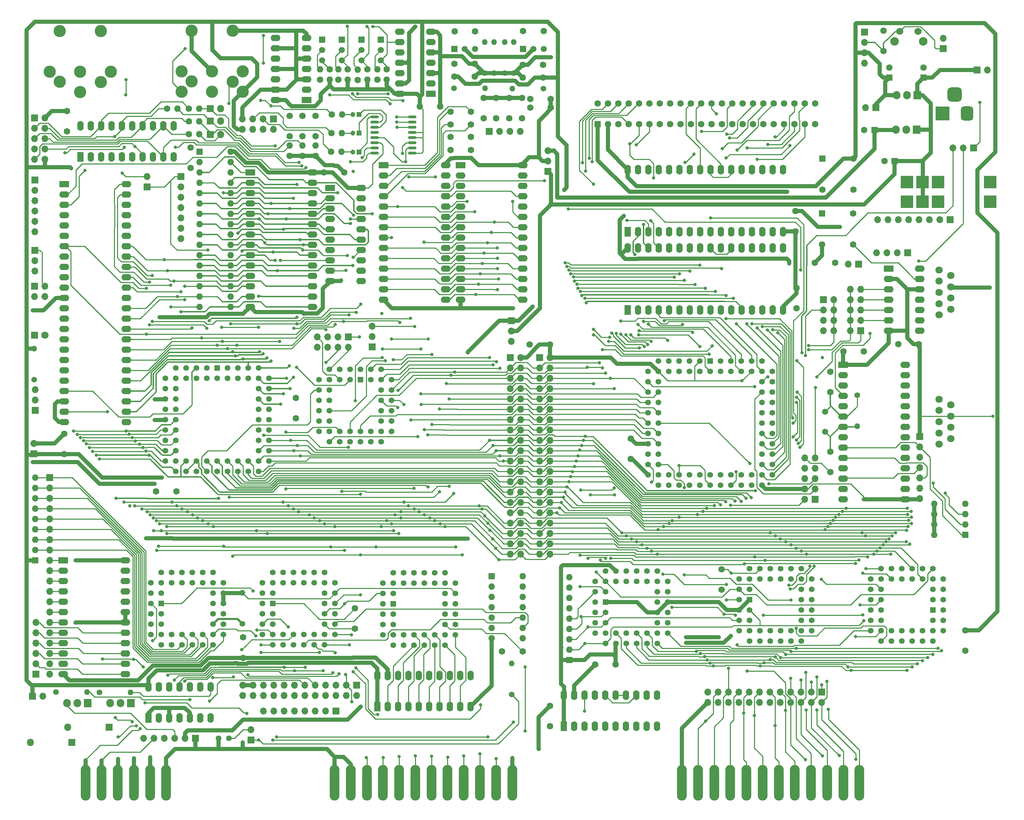
<source format=gbr>
G04 #@! TF.GenerationSoftware,KiCad,Pcbnew,(6.0.5)*
G04 #@! TF.CreationDate,2023-02-24T21:08:20-05:00*
G04 #@! TF.ProjectId,SuperColourPET,53757065-7243-46f6-9c6f-75725045542e,proto*
G04 #@! TF.SameCoordinates,Original*
G04 #@! TF.FileFunction,Copper,L1,Top*
G04 #@! TF.FilePolarity,Positive*
%FSLAX46Y46*%
G04 Gerber Fmt 4.6, Leading zero omitted, Abs format (unit mm)*
G04 Created by KiCad (PCBNEW (6.0.5)) date 2023-02-24 21:08:20*
%MOMM*%
%LPD*%
G01*
G04 APERTURE LIST*
G04 Aperture macros list*
%AMRoundRect*
0 Rectangle with rounded corners*
0 $1 Rounding radius*
0 $2 $3 $4 $5 $6 $7 $8 $9 X,Y pos of 4 corners*
0 Add a 4 corners polygon primitive as box body*
4,1,4,$2,$3,$4,$5,$6,$7,$8,$9,$2,$3,0*
0 Add four circle primitives for the rounded corners*
1,1,$1+$1,$2,$3*
1,1,$1+$1,$4,$5*
1,1,$1+$1,$6,$7*
1,1,$1+$1,$8,$9*
0 Add four rect primitives between the rounded corners*
20,1,$1+$1,$2,$3,$4,$5,0*
20,1,$1+$1,$4,$5,$6,$7,0*
20,1,$1+$1,$6,$7,$8,$9,0*
20,1,$1+$1,$8,$9,$2,$3,0*%
G04 Aperture macros list end*
G04 #@! TA.AperFunction,ComponentPad*
%ADD10C,1.600000*%
G04 #@! TD*
G04 #@! TA.AperFunction,ComponentPad*
%ADD11R,1.500000X1.500000*%
G04 #@! TD*
G04 #@! TA.AperFunction,ComponentPad*
%ADD12C,1.500000*%
G04 #@! TD*
G04 #@! TA.AperFunction,ComponentPad*
%ADD13R,1.600000X1.600000*%
G04 #@! TD*
G04 #@! TA.AperFunction,ComponentPad*
%ADD14O,1.600000X1.600000*%
G04 #@! TD*
G04 #@! TA.AperFunction,ComponentPad*
%ADD15R,1.700000X1.700000*%
G04 #@! TD*
G04 #@! TA.AperFunction,ComponentPad*
%ADD16O,1.700000X1.700000*%
G04 #@! TD*
G04 #@! TA.AperFunction,ComponentPad*
%ADD17R,1.422400X1.422400*%
G04 #@! TD*
G04 #@! TA.AperFunction,ComponentPad*
%ADD18C,1.422400*%
G04 #@! TD*
G04 #@! TA.AperFunction,ComponentPad*
%ADD19R,1.905000X2.000000*%
G04 #@! TD*
G04 #@! TA.AperFunction,ComponentPad*
%ADD20O,1.905000X2.000000*%
G04 #@! TD*
G04 #@! TA.AperFunction,ComponentPad*
%ADD21R,1.800000X1.800000*%
G04 #@! TD*
G04 #@! TA.AperFunction,ComponentPad*
%ADD22C,1.800000*%
G04 #@! TD*
G04 #@! TA.AperFunction,ComponentPad*
%ADD23C,3.000000*%
G04 #@! TD*
G04 #@! TA.AperFunction,ComponentPad*
%ADD24R,3.500000X3.500000*%
G04 #@! TD*
G04 #@! TA.AperFunction,ComponentPad*
%ADD25RoundRect,0.750000X0.750000X1.000000X-0.750000X1.000000X-0.750000X-1.000000X0.750000X-1.000000X0*%
G04 #@! TD*
G04 #@! TA.AperFunction,ComponentPad*
%ADD26RoundRect,0.875000X0.875000X0.875000X-0.875000X0.875000X-0.875000X-0.875000X0.875000X-0.875000X0*%
G04 #@! TD*
G04 #@! TA.AperFunction,SMDPad,CuDef*
%ADD27O,2.410000X8.760000*%
G04 #@! TD*
G04 #@! TA.AperFunction,ComponentPad*
%ADD28C,1.400000*%
G04 #@! TD*
G04 #@! TA.AperFunction,ComponentPad*
%ADD29O,1.400000X1.400000*%
G04 #@! TD*
G04 #@! TA.AperFunction,ComponentPad*
%ADD30R,2.400000X1.600000*%
G04 #@! TD*
G04 #@! TA.AperFunction,ComponentPad*
%ADD31O,2.400000X1.600000*%
G04 #@! TD*
G04 #@! TA.AperFunction,ComponentPad*
%ADD32C,2.100000*%
G04 #@! TD*
G04 #@! TA.AperFunction,ComponentPad*
%ADD33C,1.750000*%
G04 #@! TD*
G04 #@! TA.AperFunction,ComponentPad*
%ADD34O,1.800000X1.800000*%
G04 #@! TD*
G04 #@! TA.AperFunction,ComponentPad*
%ADD35R,1.600000X2.400000*%
G04 #@! TD*
G04 #@! TA.AperFunction,ComponentPad*
%ADD36O,1.600000X2.400000*%
G04 #@! TD*
G04 #@! TA.AperFunction,ComponentPad*
%ADD37R,1.200000X1.200000*%
G04 #@! TD*
G04 #@! TA.AperFunction,ComponentPad*
%ADD38C,1.200000*%
G04 #@! TD*
G04 #@! TA.AperFunction,SMDPad,CuDef*
%ADD39RoundRect,0.150000X0.875000X0.150000X-0.875000X0.150000X-0.875000X-0.150000X0.875000X-0.150000X0*%
G04 #@! TD*
G04 #@! TA.AperFunction,ComponentPad*
%ADD40R,3.100000X3.100000*%
G04 #@! TD*
G04 #@! TA.AperFunction,ViaPad*
%ADD41C,0.800000*%
G04 #@! TD*
G04 #@! TA.AperFunction,Conductor*
%ADD42C,0.250000*%
G04 #@! TD*
G04 #@! TA.AperFunction,Conductor*
%ADD43C,1.000000*%
G04 #@! TD*
G04 #@! TA.AperFunction,Conductor*
%ADD44C,0.500000*%
G04 #@! TD*
G04 #@! TA.AperFunction,Conductor*
%ADD45C,0.300000*%
G04 #@! TD*
G04 APERTURE END LIST*
D10*
X283483200Y-148678900D03*
X283483200Y-143678900D03*
X123200000Y-173088300D03*
X118200000Y-173088300D03*
D11*
X168523200Y-62174600D03*
D12*
X168523200Y-64714600D03*
X168523200Y-67254600D03*
D13*
X128819200Y-89623900D03*
D14*
X128819200Y-92163900D03*
X128819200Y-94703900D03*
X128819200Y-97243900D03*
X128819200Y-99783900D03*
X128819200Y-102323900D03*
X128819200Y-104863900D03*
X128819200Y-107403900D03*
X128819200Y-109943900D03*
X128819200Y-112483900D03*
X128819200Y-115023900D03*
X128819200Y-117563900D03*
X128819200Y-120103900D03*
X128819200Y-122643900D03*
X128819200Y-125183900D03*
X128819200Y-127723900D03*
X136439200Y-127723900D03*
X136439200Y-125183900D03*
X136439200Y-122643900D03*
X136439200Y-120103900D03*
X136439200Y-117563900D03*
X136439200Y-115023900D03*
X136439200Y-112483900D03*
X136439200Y-109943900D03*
X136439200Y-107403900D03*
X136439200Y-104863900D03*
X136439200Y-102323900D03*
X136439200Y-99783900D03*
X136439200Y-97243900D03*
X136439200Y-94703900D03*
X136439200Y-92163900D03*
X136439200Y-89623900D03*
D15*
X171200000Y-137600000D03*
D16*
X171200000Y-135060000D03*
X171200000Y-132520000D03*
D15*
X116000000Y-98275000D03*
D16*
X116000000Y-95735000D03*
D15*
X127838200Y-233654600D03*
D16*
X125298200Y-233654600D03*
X122758200Y-233654600D03*
X120218200Y-233654600D03*
X117678200Y-233654600D03*
X115138200Y-233654600D03*
D11*
X158927200Y-62174600D03*
D12*
X158927200Y-64714600D03*
X158927200Y-67254600D03*
D10*
X166948000Y-206768700D03*
X166948000Y-201768700D03*
D17*
X308681211Y-202183400D03*
D18*
X311221211Y-199643400D03*
X308681211Y-199643400D03*
X311221211Y-197103400D03*
X308681211Y-197103400D03*
X311221211Y-194563400D03*
X308681211Y-192023400D03*
X308681211Y-194563400D03*
X306141211Y-192023400D03*
X306141211Y-194563400D03*
X303601211Y-192023400D03*
X303601211Y-194563400D03*
X301061211Y-192023400D03*
X301061211Y-194563400D03*
X298521211Y-192023400D03*
X298521211Y-194563400D03*
X295981211Y-192023400D03*
X293441211Y-194563400D03*
X295981211Y-194563400D03*
X293441211Y-197103400D03*
X295981211Y-197103400D03*
X293441211Y-199643400D03*
X295981211Y-199643400D03*
X293441211Y-202183400D03*
X295981211Y-202183400D03*
X293441211Y-204723400D03*
X295981211Y-204723400D03*
X293441211Y-207263400D03*
X295981211Y-209803400D03*
X295981211Y-207263400D03*
X298521211Y-209803400D03*
X298521211Y-207263400D03*
X301061211Y-209803400D03*
X301061211Y-207263400D03*
X303601211Y-209803400D03*
X303601211Y-207263400D03*
X306141211Y-209803400D03*
X306141211Y-207263400D03*
X308681211Y-209803400D03*
X311221211Y-207263400D03*
X308681211Y-207263400D03*
X311221211Y-204723400D03*
X308681211Y-204723400D03*
X311221211Y-202183400D03*
D10*
X126205000Y-85325000D03*
D14*
X128745000Y-85325000D03*
D19*
X101371400Y-225069400D03*
D20*
X98831400Y-225069400D03*
X96291400Y-225069400D03*
D21*
X88375000Y-134675000D03*
D22*
X90915000Y-134675000D03*
D23*
X124425200Y-69905900D03*
X126925200Y-59905900D03*
X131925200Y-69905900D03*
X136925200Y-59905900D03*
X139425200Y-69905900D03*
X126925200Y-72405900D03*
X136925200Y-72445900D03*
X131925200Y-74905900D03*
X124425200Y-74905900D03*
X139425200Y-74905900D03*
D15*
X165300000Y-135160000D03*
D16*
X165300000Y-137700000D03*
X162760000Y-135160000D03*
X162760000Y-137700000D03*
X160220000Y-135160000D03*
X160220000Y-137700000D03*
X157680000Y-135160000D03*
X157680000Y-137700000D03*
D13*
X297961200Y-71462900D03*
D10*
X297961200Y-68962900D03*
D24*
X311011200Y-80276700D03*
D25*
X317011200Y-80276700D03*
D26*
X314011200Y-75576700D03*
D10*
X208045200Y-212356700D03*
X203045200Y-212356700D03*
D13*
X281508200Y-104851200D03*
D10*
X281508200Y-112471200D03*
X289128200Y-112471200D03*
X289128200Y-104851200D03*
X154100000Y-90645000D03*
D14*
X154100000Y-88105000D03*
D27*
X290675200Y-244563900D03*
X286715200Y-244563900D03*
X282755200Y-244563900D03*
X278795200Y-244563900D03*
X274835200Y-244563900D03*
X270875200Y-244563900D03*
X266915200Y-244563900D03*
X262955200Y-244563900D03*
X258995200Y-244563900D03*
X255035200Y-244563900D03*
X251075200Y-244563900D03*
X247115200Y-244563900D03*
D15*
X88325000Y-122650000D03*
D16*
X90865000Y-122650000D03*
X88325000Y-125190000D03*
X90865000Y-125190000D03*
D13*
X226460200Y-82892900D03*
D10*
X229000200Y-82892900D03*
X231540200Y-82892900D03*
X234080200Y-82892900D03*
X236620200Y-82892900D03*
X239160200Y-82892900D03*
X241700200Y-82892900D03*
X244240200Y-82892900D03*
X246780200Y-82892900D03*
X249320200Y-82892900D03*
X251860200Y-82892900D03*
X254400200Y-82892900D03*
X256940200Y-82892900D03*
X259480200Y-82892900D03*
X262020200Y-82892900D03*
X264560200Y-82892900D03*
X267100200Y-82892900D03*
X269640200Y-82892900D03*
X272180200Y-82892900D03*
X274720200Y-82892900D03*
X277260200Y-82892900D03*
X279800200Y-82892900D03*
X226460200Y-77812900D03*
X229000200Y-77812900D03*
X231540200Y-77812900D03*
X234080200Y-77812900D03*
X236620200Y-77812900D03*
X239160200Y-77812900D03*
X241700200Y-77812900D03*
X244240200Y-77812900D03*
X246780200Y-77812900D03*
X249320200Y-77812900D03*
X251860200Y-77812900D03*
X254400200Y-77812900D03*
X256940200Y-77812900D03*
X259480200Y-77812900D03*
X262020200Y-77812900D03*
X264560200Y-77812900D03*
X267100200Y-77812900D03*
X269640200Y-77812900D03*
X272180200Y-77812900D03*
X274720200Y-77812900D03*
X277260200Y-77812900D03*
X279800200Y-77812900D03*
D17*
X168294200Y-145630900D03*
D18*
X165754200Y-143090900D03*
X165754200Y-145630900D03*
X163214200Y-143090900D03*
X163214200Y-145630900D03*
X160674200Y-143090900D03*
X158134200Y-145630900D03*
X160674200Y-145630900D03*
X158134200Y-148170900D03*
X160674200Y-148170900D03*
X158134200Y-150710900D03*
X160674200Y-150710900D03*
X158134200Y-153250900D03*
X160674200Y-153250900D03*
X158134200Y-155790900D03*
X160674200Y-155790900D03*
X158134200Y-158330900D03*
X160674200Y-160870900D03*
X160674200Y-158330900D03*
X163214200Y-160870900D03*
X163214200Y-158330900D03*
X165754200Y-160870900D03*
X165754200Y-158330900D03*
X168294200Y-160870900D03*
X168294200Y-158330900D03*
X170834200Y-160870900D03*
X170834200Y-158330900D03*
X173374200Y-160870900D03*
X175914200Y-158330900D03*
X173374200Y-158330900D03*
X175914200Y-155790900D03*
X173374200Y-155790900D03*
X175914200Y-153250900D03*
X173374200Y-153250900D03*
X175914200Y-150710900D03*
X173374200Y-150710900D03*
X175914200Y-148170900D03*
X173374200Y-148170900D03*
X175914200Y-145630900D03*
X173374200Y-143090900D03*
X173374200Y-145630900D03*
X170834200Y-143090900D03*
X170834200Y-145630900D03*
X168294200Y-143090900D03*
D28*
X198755000Y-70332600D03*
D29*
X198755000Y-62712600D03*
D15*
X212197200Y-140169900D03*
D16*
X214737200Y-140169900D03*
X212197200Y-142709900D03*
X214737200Y-142709900D03*
X212197200Y-145249900D03*
X214737200Y-145249900D03*
X212197200Y-147789900D03*
X214737200Y-147789900D03*
X212197200Y-150329900D03*
X214737200Y-150329900D03*
X212197200Y-152869900D03*
X214737200Y-152869900D03*
X212197200Y-155409900D03*
X214737200Y-155409900D03*
X212197200Y-157949900D03*
X214737200Y-157949900D03*
X212197200Y-160489900D03*
X214737200Y-160489900D03*
X212197200Y-163029900D03*
X214737200Y-163029900D03*
X212197200Y-165569900D03*
X214737200Y-165569900D03*
X212197200Y-168109900D03*
X214737200Y-168109900D03*
X212197200Y-170649900D03*
X214737200Y-170649900D03*
X212197200Y-173189900D03*
X214737200Y-173189900D03*
X212197200Y-175729900D03*
X214737200Y-175729900D03*
X212197200Y-178269900D03*
X214737200Y-178269900D03*
X212197200Y-180809900D03*
X214737200Y-180809900D03*
X212197200Y-183349900D03*
X214737200Y-183349900D03*
X212197200Y-185889900D03*
X214737200Y-185889900D03*
X212197200Y-188429900D03*
X214737200Y-188429900D03*
D13*
X306343200Y-71462900D03*
D10*
X306343200Y-68962900D03*
X213080600Y-71424800D03*
X208080600Y-71424800D03*
D17*
X263671200Y-199605900D03*
D18*
X261131200Y-202145900D03*
X263671200Y-202145900D03*
X261131200Y-204685900D03*
X263671200Y-204685900D03*
X261131200Y-207225900D03*
X263671200Y-209765900D03*
X263671200Y-207225900D03*
X266211200Y-209765900D03*
X266211200Y-207225900D03*
X268751200Y-209765900D03*
X268751200Y-207225900D03*
X271291200Y-209765900D03*
X271291200Y-207225900D03*
X273831200Y-209765900D03*
X273831200Y-207225900D03*
X276371200Y-209765900D03*
X278911200Y-207225900D03*
X276371200Y-207225900D03*
X278911200Y-204685900D03*
X276371200Y-204685900D03*
X278911200Y-202145900D03*
X276371200Y-202145900D03*
X278911200Y-199605900D03*
X276371200Y-199605900D03*
X278911200Y-197065900D03*
X276371200Y-197065900D03*
X278911200Y-194525900D03*
X276371200Y-191985900D03*
X276371200Y-194525900D03*
X273831200Y-191985900D03*
X273831200Y-194525900D03*
X271291200Y-191985900D03*
X271291200Y-194525900D03*
X268751200Y-191985900D03*
X268751200Y-194525900D03*
X266211200Y-191985900D03*
X266211200Y-194525900D03*
X263671200Y-191985900D03*
X261131200Y-194525900D03*
X263671200Y-194525900D03*
X261131200Y-197065900D03*
X263671200Y-197065900D03*
X261131200Y-199605900D03*
D15*
X319546200Y-69557900D03*
D16*
X322086200Y-69557900D03*
D30*
X185575000Y-75465000D03*
D31*
X185575000Y-72925000D03*
X185575000Y-70385000D03*
X185575000Y-67845000D03*
X185575000Y-65305000D03*
X185575000Y-62765000D03*
X185575000Y-60225000D03*
X177955000Y-60225000D03*
X177955000Y-62765000D03*
X177955000Y-65305000D03*
X177955000Y-67845000D03*
X177955000Y-70385000D03*
X177955000Y-72925000D03*
X177955000Y-75465000D03*
D15*
X294710000Y-78803500D03*
D16*
X292170000Y-78803500D03*
D28*
X104317800Y-222377000D03*
D29*
X111937800Y-222377000D03*
D10*
X154100000Y-85830000D03*
X154100000Y-80830000D03*
D15*
X281827200Y-125955900D03*
D16*
X284367200Y-125955900D03*
X281827200Y-128495900D03*
X284367200Y-128495900D03*
X281827200Y-131035900D03*
X284367200Y-131035900D03*
X281827200Y-133575900D03*
X284367200Y-133575900D03*
D32*
X306272200Y-62600400D03*
X299262200Y-62600400D03*
D33*
X300512200Y-60110400D03*
X305012200Y-60110400D03*
D10*
X201601200Y-81471200D03*
X201601200Y-76471200D03*
D19*
X111963200Y-225069400D03*
D20*
X109423200Y-225069400D03*
X106883200Y-225069400D03*
D10*
X214800000Y-230700000D03*
X214800000Y-225700000D03*
D21*
X106680000Y-230936800D03*
D34*
X96520000Y-230936800D03*
D13*
X299274994Y-91960700D03*
D10*
X296774994Y-91960700D03*
D12*
X282213200Y-153504900D03*
X282213200Y-158384900D03*
D11*
X191338200Y-64414400D03*
D12*
X193878200Y-64414400D03*
X196418200Y-64414400D03*
D28*
X205892400Y-70332600D03*
D29*
X205892400Y-62712600D03*
D15*
X290976200Y-133565900D03*
D16*
X288436200Y-133565900D03*
X290976200Y-131025900D03*
X288436200Y-131025900D03*
X290976200Y-128485900D03*
X288436200Y-128485900D03*
X290976200Y-125945900D03*
X288436200Y-125945900D03*
X290976200Y-123405900D03*
X288436200Y-123405900D03*
D27*
X205505200Y-244563900D03*
X201545200Y-244563900D03*
X197585200Y-244563900D03*
X193625200Y-244563900D03*
X189665200Y-244563900D03*
X185705200Y-244563900D03*
X181745200Y-244563900D03*
X177785200Y-244563900D03*
X173825200Y-244563900D03*
X169865200Y-244563900D03*
X165905200Y-244563900D03*
X161945200Y-244563900D03*
D30*
X173937000Y-92980000D03*
D31*
X173937000Y-95520000D03*
X173937000Y-98060000D03*
X173937000Y-100600000D03*
X173937000Y-103140000D03*
X173937000Y-105680000D03*
X173937000Y-108220000D03*
X173937000Y-110760000D03*
X173937000Y-113300000D03*
X173937000Y-115840000D03*
X173937000Y-118380000D03*
X173937000Y-120920000D03*
X173937000Y-123460000D03*
X173937000Y-126000000D03*
X189177000Y-126000000D03*
X189177000Y-123460000D03*
X189177000Y-120920000D03*
X189177000Y-118380000D03*
X189177000Y-115840000D03*
X189177000Y-113300000D03*
X189177000Y-110760000D03*
X189177000Y-108220000D03*
X189177000Y-105680000D03*
X189177000Y-103140000D03*
X189177000Y-100600000D03*
X189177000Y-98060000D03*
X189177000Y-95520000D03*
X189177000Y-92980000D03*
D28*
X93649800Y-222326200D03*
D29*
X101269800Y-222326200D03*
D10*
X291760200Y-138645900D03*
X286760200Y-138645900D03*
D21*
X131460000Y-79050000D03*
D34*
X134000000Y-79050000D03*
D10*
X230876000Y-215557100D03*
X225876000Y-215557100D03*
X165199200Y-69413600D03*
D14*
X165199200Y-71953600D03*
D15*
X279825600Y-174967900D03*
D16*
X277285600Y-174967900D03*
X279825600Y-172427900D03*
X277285600Y-172427900D03*
X279825600Y-169887900D03*
X277285600Y-169887900D03*
X279825600Y-167347900D03*
X277285600Y-167347900D03*
X279825600Y-164807900D03*
X277285600Y-164807900D03*
D15*
X305454200Y-159595900D03*
D16*
X305454200Y-162135900D03*
X305454200Y-164675900D03*
X305454200Y-167215900D03*
X305454200Y-169755900D03*
X305454200Y-172295900D03*
X305454200Y-174835900D03*
D10*
X160732200Y-69388200D03*
D14*
X160732200Y-71928200D03*
D10*
X150900000Y-85810000D03*
X150900000Y-80810000D03*
X190425000Y-86050000D03*
X195425000Y-86050000D03*
D30*
X297834200Y-118325900D03*
D31*
X297834200Y-120865900D03*
X297834200Y-123405900D03*
X297834200Y-125945900D03*
X297834200Y-128485900D03*
X297834200Y-131025900D03*
X297834200Y-133565900D03*
X305454200Y-133565900D03*
X305454200Y-131025900D03*
X305454200Y-128485900D03*
X305454200Y-125945900D03*
X305454200Y-123405900D03*
X305454200Y-120865900D03*
X305454200Y-118325900D03*
D10*
X198527800Y-81449600D03*
X198527800Y-76449600D03*
D15*
X291865200Y-60261500D03*
D16*
X291865200Y-62801500D03*
X291865200Y-65341500D03*
X291865200Y-67881500D03*
D15*
X141425000Y-234125000D03*
D16*
X141425000Y-231585000D03*
D10*
X204750800Y-81471200D03*
X204750800Y-76471200D03*
D35*
X218140000Y-230720000D03*
D36*
X220680000Y-230720000D03*
X223220000Y-230720000D03*
X225760000Y-230720000D03*
X228300000Y-230720000D03*
X230840000Y-230720000D03*
X233380000Y-230720000D03*
X235920000Y-230720000D03*
X238460000Y-230720000D03*
X241000000Y-230720000D03*
X241000000Y-223100000D03*
X238460000Y-223100000D03*
X235920000Y-223100000D03*
X233380000Y-223100000D03*
X230840000Y-223100000D03*
X228300000Y-223100000D03*
X225760000Y-223100000D03*
X223220000Y-223100000D03*
X220680000Y-223100000D03*
X218140000Y-223100000D03*
D10*
X157300000Y-90645000D03*
D14*
X157300000Y-88105000D03*
D10*
X234562800Y-160083500D03*
X234562800Y-165083500D03*
X191338200Y-68072000D03*
X196338200Y-68072000D03*
D30*
X286658200Y-141947900D03*
D31*
X286658200Y-144487900D03*
X286658200Y-147027900D03*
X286658200Y-149567900D03*
X286658200Y-152107900D03*
X286658200Y-154647900D03*
X286658200Y-157187900D03*
X286658200Y-159727900D03*
X286658200Y-162267900D03*
X286658200Y-164807900D03*
X286658200Y-167347900D03*
X286658200Y-169887900D03*
X286658200Y-172427900D03*
X286658200Y-174967900D03*
X301898200Y-174967900D03*
X301898200Y-172427900D03*
X301898200Y-169887900D03*
X301898200Y-167347900D03*
X301898200Y-164807900D03*
X301898200Y-162267900D03*
X301898200Y-159727900D03*
X301898200Y-157187900D03*
X301898200Y-154647900D03*
X301898200Y-152107900D03*
X301898200Y-149567900D03*
X301898200Y-147027900D03*
X301898200Y-144487900D03*
X301898200Y-141947900D03*
D15*
X87879000Y-223316800D03*
D16*
X90419000Y-223316800D03*
D10*
X256813200Y-192189100D03*
X256813200Y-197189100D03*
X300228000Y-136880600D03*
X305228000Y-136880600D03*
D15*
X88208000Y-163842700D03*
D16*
X88208000Y-161302700D03*
D15*
X311200800Y-64312800D03*
D16*
X311200800Y-61772800D03*
D10*
X274999600Y-104218100D03*
X274999600Y-109218100D03*
D28*
X191211200Y-74091800D03*
D29*
X198831200Y-74091800D03*
D10*
X161260000Y-80500000D03*
D14*
X163800000Y-80500000D03*
D19*
X304819200Y-75755500D03*
D20*
X302279200Y-75755500D03*
X299739200Y-75755500D03*
D30*
X95624800Y-97624900D03*
D31*
X95624800Y-100164900D03*
X95624800Y-102704900D03*
X95624800Y-105244900D03*
X95624800Y-107784900D03*
X95624800Y-110324900D03*
X95624800Y-112864900D03*
X95624800Y-115404900D03*
X95624800Y-117944900D03*
X95624800Y-120484900D03*
X95624800Y-123024900D03*
X95624800Y-125564900D03*
X95624800Y-128104900D03*
X95624800Y-130644900D03*
X95624800Y-133184900D03*
X95624800Y-135724900D03*
X95624800Y-138264900D03*
X95624800Y-140804900D03*
X95624800Y-143344900D03*
X95624800Y-145884900D03*
X95624800Y-148424900D03*
X95624800Y-150964900D03*
X95624800Y-153504900D03*
X95624800Y-156044900D03*
X110864800Y-156044900D03*
X110864800Y-153504900D03*
X110864800Y-150964900D03*
X110864800Y-148424900D03*
X110864800Y-145884900D03*
X110864800Y-143344900D03*
X110864800Y-140804900D03*
X110864800Y-138264900D03*
X110864800Y-135724900D03*
X110864800Y-133184900D03*
X110864800Y-130644900D03*
X110864800Y-128104900D03*
X110864800Y-125564900D03*
X110864800Y-123024900D03*
X110864800Y-120484900D03*
X110864800Y-117944900D03*
X110864800Y-115404900D03*
X110864800Y-112864900D03*
X110864800Y-110324900D03*
X110864800Y-107784900D03*
X110864800Y-105244900D03*
X110864800Y-102704900D03*
X110864800Y-100164900D03*
X110864800Y-97624900D03*
D15*
X88411200Y-113906300D03*
D16*
X88411200Y-116446300D03*
X88411200Y-118986300D03*
D15*
X162255200Y-226999800D03*
D16*
X159715200Y-226999800D03*
X157175200Y-226999800D03*
X154635200Y-226999800D03*
X152095200Y-226999800D03*
X149555200Y-226999800D03*
X147015200Y-226999800D03*
X144475200Y-226999800D03*
D15*
X205300000Y-131100000D03*
D16*
X205300000Y-133640000D03*
X205300000Y-136180000D03*
D10*
X316604800Y-207175100D03*
X316604800Y-212175100D03*
X190425000Y-82925000D03*
X195425000Y-82925000D03*
D11*
X163718200Y-62174600D03*
D12*
X163718200Y-64714600D03*
X163718200Y-67254600D03*
D15*
X214300000Y-94450000D03*
D16*
X214300000Y-91910000D03*
X214300000Y-89370000D03*
D15*
X290428600Y-117221000D03*
D16*
X287888600Y-117221000D03*
D13*
X294347394Y-84289900D03*
D10*
X291847394Y-84289900D03*
D15*
X204997200Y-140169900D03*
D16*
X207537200Y-140169900D03*
X204997200Y-142709900D03*
X207537200Y-142709900D03*
X204997200Y-145249900D03*
X207537200Y-145249900D03*
X204997200Y-147789900D03*
X207537200Y-147789900D03*
X204997200Y-150329900D03*
X207537200Y-150329900D03*
X204997200Y-152869900D03*
X207537200Y-152869900D03*
X204997200Y-155409900D03*
X207537200Y-155409900D03*
X204997200Y-157949900D03*
X207537200Y-157949900D03*
X204997200Y-160489900D03*
X207537200Y-160489900D03*
X204997200Y-163029900D03*
X207537200Y-163029900D03*
X204997200Y-165569900D03*
X207537200Y-165569900D03*
X204997200Y-168109900D03*
X207537200Y-168109900D03*
X204997200Y-170649900D03*
X207537200Y-170649900D03*
X204997200Y-173189900D03*
X207537200Y-173189900D03*
X204997200Y-175729900D03*
X207537200Y-175729900D03*
X204997200Y-178269900D03*
X207537200Y-178269900D03*
X204997200Y-180809900D03*
X207537200Y-180809900D03*
X204997200Y-183349900D03*
X207537200Y-183349900D03*
X204997200Y-185889900D03*
X207537200Y-185889900D03*
X204997200Y-188429900D03*
X207537200Y-188429900D03*
D10*
X159317200Y-94703900D03*
X164317200Y-94703900D03*
X96300000Y-84700000D03*
X96300000Y-79700000D03*
D21*
X97485200Y-234721400D03*
D34*
X87325200Y-234721400D03*
D17*
X254019200Y-141033500D03*
D18*
X254019200Y-143573500D03*
X251479200Y-141033500D03*
X251479200Y-143573500D03*
X248939200Y-141033500D03*
X248939200Y-143573500D03*
X246399200Y-141033500D03*
X246399200Y-143573500D03*
X243859200Y-141033500D03*
X243859200Y-143573500D03*
X241319200Y-141033500D03*
X238779200Y-143573500D03*
X241319200Y-143573500D03*
X238779200Y-146113500D03*
X241319200Y-146113500D03*
X238779200Y-148653500D03*
X241319200Y-148653500D03*
X238779200Y-151193500D03*
X241319200Y-151193500D03*
X238779200Y-153733500D03*
X241319200Y-153733500D03*
X238779200Y-156273500D03*
X241319200Y-156273500D03*
X238779200Y-158813500D03*
X241319200Y-158813500D03*
X238779200Y-161353500D03*
X241319200Y-161353500D03*
X238779200Y-163893500D03*
X241319200Y-163893500D03*
X238779200Y-166433500D03*
X241319200Y-166433500D03*
X238779200Y-168973500D03*
X241319200Y-171513500D03*
X241319200Y-168973500D03*
X243859200Y-171513500D03*
X243859200Y-168973500D03*
X246399200Y-171513500D03*
X246399200Y-168973500D03*
X248939200Y-171513500D03*
X248939200Y-168973500D03*
X251479200Y-171513500D03*
X251479200Y-168973500D03*
X254019200Y-171513500D03*
X254019200Y-168973500D03*
X256559200Y-171513500D03*
X256559200Y-168973500D03*
X259099200Y-171513500D03*
X259099200Y-168973500D03*
X261639200Y-171513500D03*
X261639200Y-168973500D03*
X264179200Y-171513500D03*
X264179200Y-168973500D03*
X266719200Y-171513500D03*
X269259200Y-168973500D03*
X266719200Y-168973500D03*
X269259200Y-166433500D03*
X266719200Y-166433500D03*
X269259200Y-163893500D03*
X266719200Y-163893500D03*
X269259200Y-161353500D03*
X266719200Y-161353500D03*
X269259200Y-158813500D03*
X266719200Y-158813500D03*
X269259200Y-156273500D03*
X266719200Y-156273500D03*
X269259200Y-153733500D03*
X266719200Y-153733500D03*
X269259200Y-151193500D03*
X266719200Y-151193500D03*
X269259200Y-148653500D03*
X266719200Y-148653500D03*
X269259200Y-146113500D03*
X266719200Y-146113500D03*
X269259200Y-143573500D03*
X266719200Y-141033500D03*
X266719200Y-143573500D03*
X264179200Y-141033500D03*
X264179200Y-143573500D03*
X261639200Y-141033500D03*
X261639200Y-143573500D03*
X259099200Y-141033500D03*
X259099200Y-143573500D03*
X256559200Y-141033500D03*
X256559200Y-143573500D03*
D10*
X283483200Y-163283900D03*
X283483200Y-168283900D03*
D17*
X146780400Y-200609200D03*
D18*
X144240400Y-203149200D03*
X146780400Y-203149200D03*
X144240400Y-205689200D03*
X146780400Y-205689200D03*
X144240400Y-208229200D03*
X146780400Y-210769200D03*
X146780400Y-208229200D03*
X149320400Y-210769200D03*
X149320400Y-208229200D03*
X151860400Y-210769200D03*
X151860400Y-208229200D03*
X154400400Y-210769200D03*
X154400400Y-208229200D03*
X156940400Y-210769200D03*
X156940400Y-208229200D03*
X159480400Y-210769200D03*
X162020400Y-208229200D03*
X159480400Y-208229200D03*
X162020400Y-205689200D03*
X159480400Y-205689200D03*
X162020400Y-203149200D03*
X159480400Y-203149200D03*
X162020400Y-200609200D03*
X159480400Y-200609200D03*
X162020400Y-198069200D03*
X159480400Y-198069200D03*
X162020400Y-195529200D03*
X159480400Y-192989200D03*
X159480400Y-195529200D03*
X156940400Y-192989200D03*
X156940400Y-195529200D03*
X154400400Y-192989200D03*
X154400400Y-195529200D03*
X151860400Y-192989200D03*
X151860400Y-195529200D03*
X149320400Y-192989200D03*
X149320400Y-195529200D03*
X146780400Y-192989200D03*
X144240400Y-195529200D03*
X146780400Y-195529200D03*
X144240400Y-198069200D03*
X146780400Y-198069200D03*
X144240400Y-200609200D03*
D10*
X157300000Y-85870000D03*
X157300000Y-80870000D03*
D15*
X88512800Y-153174700D03*
D16*
X88512800Y-150634700D03*
X88512800Y-148094700D03*
D37*
X167925000Y-89725000D03*
D38*
X166425000Y-89725000D03*
D10*
X207875000Y-81475000D03*
X207875000Y-76475000D03*
D35*
X99600000Y-90908900D03*
D36*
X102140000Y-90908900D03*
X104680000Y-90908900D03*
X107220000Y-90908900D03*
X109760000Y-90908900D03*
X112300000Y-90908900D03*
X114840000Y-90908900D03*
X117380000Y-90908900D03*
X119920000Y-90908900D03*
X122460000Y-90908900D03*
X122460000Y-83288900D03*
X119920000Y-83288900D03*
X117380000Y-83288900D03*
X114840000Y-83288900D03*
X112300000Y-83288900D03*
X109760000Y-83288900D03*
X107220000Y-83288900D03*
X104680000Y-83288900D03*
X102140000Y-83288900D03*
X99600000Y-83288900D03*
D15*
X281440000Y-222300000D03*
D16*
X281440000Y-224840000D03*
X278900000Y-222300000D03*
X278900000Y-224840000D03*
X276360000Y-222300000D03*
X276360000Y-224840000D03*
X273820000Y-222300000D03*
X273820000Y-224840000D03*
X271280000Y-222300000D03*
X271280000Y-224840000D03*
X268740000Y-222300000D03*
X268740000Y-224840000D03*
X266200000Y-222300000D03*
X266200000Y-224840000D03*
X263660000Y-222300000D03*
X263660000Y-224840000D03*
X261120000Y-222300000D03*
X261120000Y-224840000D03*
X258580000Y-222300000D03*
X258580000Y-224840000D03*
X256040000Y-222300000D03*
X256040000Y-224840000D03*
X253500000Y-222300000D03*
X253500000Y-224840000D03*
D10*
X214736200Y-136994900D03*
X209736200Y-136994900D03*
X182875000Y-78525000D03*
X187875000Y-78525000D03*
X126210000Y-82175000D03*
D14*
X128750000Y-82175000D03*
D10*
X126600000Y-88625000D03*
X126600000Y-93625000D03*
D15*
X167335200Y-220649800D03*
D16*
X167335200Y-223189800D03*
X164795200Y-220649800D03*
X164795200Y-223189800D03*
X162255200Y-220649800D03*
X162255200Y-223189800D03*
X159715200Y-220649800D03*
X159715200Y-223189800D03*
X157175200Y-220649800D03*
X157175200Y-223189800D03*
X154635200Y-220649800D03*
X154635200Y-223189800D03*
X152095200Y-220649800D03*
X152095200Y-223189800D03*
X149555200Y-220649800D03*
X149555200Y-223189800D03*
X147015200Y-220649800D03*
X147015200Y-223189800D03*
X144475200Y-220649800D03*
X144475200Y-223189800D03*
X141935200Y-220649800D03*
X141935200Y-223189800D03*
X139395200Y-220649800D03*
X139395200Y-223189800D03*
D28*
X203682600Y-70332600D03*
D29*
X203682600Y-62712600D03*
D35*
X172434400Y-225920300D03*
D36*
X174974400Y-225920300D03*
X177514400Y-225920300D03*
X180054400Y-225920300D03*
X182594400Y-225920300D03*
X185134400Y-225920300D03*
X187674400Y-225920300D03*
X190214400Y-225920300D03*
X192754400Y-225920300D03*
X195294400Y-225920300D03*
X195294400Y-218300300D03*
X192754400Y-218300300D03*
X190214400Y-218300300D03*
X187674400Y-218300300D03*
X185134400Y-218300300D03*
X182594400Y-218300300D03*
X180054400Y-218300300D03*
X177514400Y-218300300D03*
X174974400Y-218300300D03*
X172434400Y-218300300D03*
D10*
X190400000Y-89200000D03*
X195400000Y-89200000D03*
D30*
X141243200Y-94703900D03*
D31*
X141243200Y-97243900D03*
X141243200Y-99783900D03*
X141243200Y-102323900D03*
X141243200Y-104863900D03*
X141243200Y-107403900D03*
X141243200Y-109943900D03*
X141243200Y-112483900D03*
X141243200Y-115023900D03*
X141243200Y-117563900D03*
X141243200Y-120103900D03*
X141243200Y-122643900D03*
X141243200Y-125183900D03*
X141243200Y-127723900D03*
X156483200Y-127723900D03*
X156483200Y-125183900D03*
X156483200Y-122643900D03*
X156483200Y-120103900D03*
X156483200Y-117563900D03*
X156483200Y-115023900D03*
X156483200Y-112483900D03*
X156483200Y-109943900D03*
X156483200Y-107403900D03*
X156483200Y-104863900D03*
X156483200Y-102323900D03*
X156483200Y-99783900D03*
X156483200Y-97243900D03*
X156483200Y-94703900D03*
D10*
X172400000Y-71940000D03*
D14*
X172400000Y-69400000D03*
D10*
X213051400Y-68326000D03*
X208051400Y-68326000D03*
X284683200Y-116941600D03*
X279683200Y-116941600D03*
D17*
X133115200Y-142709900D03*
D18*
X133115200Y-145249900D03*
X130575200Y-142709900D03*
X130575200Y-145249900D03*
X128035200Y-142709900D03*
X128035200Y-145249900D03*
X125495200Y-142709900D03*
X125495200Y-145249900D03*
X122955200Y-142709900D03*
X120415200Y-145249900D03*
X122955200Y-145249900D03*
X120415200Y-147789900D03*
X122955200Y-147789900D03*
X120415200Y-150329900D03*
X122955200Y-150329900D03*
X120415200Y-152869900D03*
X122955200Y-152869900D03*
X120415200Y-155409900D03*
X122955200Y-155409900D03*
X120415200Y-157949900D03*
X122955200Y-157949900D03*
X120415200Y-160489900D03*
X122955200Y-160489900D03*
X120415200Y-163029900D03*
X122955200Y-163029900D03*
X120415200Y-165569900D03*
X122955200Y-168109900D03*
X122955200Y-165569900D03*
X125495200Y-168109900D03*
X125495200Y-165569900D03*
X128035200Y-168109900D03*
X128035200Y-165569900D03*
X130575200Y-168109900D03*
X130575200Y-165569900D03*
X133115200Y-168109900D03*
X133115200Y-165569900D03*
X135655200Y-168109900D03*
X135655200Y-165569900D03*
X138195200Y-168109900D03*
X138195200Y-165569900D03*
X140735200Y-168109900D03*
X140735200Y-165569900D03*
X143275200Y-168109900D03*
X145815200Y-165569900D03*
X143275200Y-165569900D03*
X145815200Y-163029900D03*
X143275200Y-163029900D03*
X145815200Y-160489900D03*
X143275200Y-160489900D03*
X145815200Y-157949900D03*
X143275200Y-157949900D03*
X145815200Y-155409900D03*
X143275200Y-155409900D03*
X145815200Y-152869900D03*
X143275200Y-152869900D03*
X145815200Y-150329900D03*
X143275200Y-150329900D03*
X145815200Y-147789900D03*
X143275200Y-147789900D03*
X145815200Y-145249900D03*
X143275200Y-142709900D03*
X143275200Y-145249900D03*
X140735200Y-142709900D03*
X140735200Y-145249900D03*
X138195200Y-142709900D03*
X138195200Y-145249900D03*
X135655200Y-142709900D03*
X135655200Y-145249900D03*
D30*
X160801200Y-98513900D03*
D31*
X160801200Y-101053900D03*
X160801200Y-103593900D03*
X160801200Y-106133900D03*
X160801200Y-108673900D03*
X160801200Y-111213900D03*
X160801200Y-113753900D03*
X160801200Y-116293900D03*
X160801200Y-118833900D03*
X160801200Y-121373900D03*
X168421200Y-121373900D03*
X168421200Y-118833900D03*
X168421200Y-116293900D03*
X168421200Y-113753900D03*
X168421200Y-111213900D03*
X168421200Y-108673900D03*
X168421200Y-106133900D03*
X168421200Y-103593900D03*
X168421200Y-101053900D03*
X168421200Y-98513900D03*
D28*
X201015600Y-70358000D03*
D29*
X201015600Y-62738000D03*
D35*
X233851600Y-109258100D03*
D36*
X236391600Y-109258100D03*
X238931600Y-109258100D03*
X241471600Y-109258100D03*
X244011600Y-109258100D03*
X246551600Y-109258100D03*
X249091600Y-109258100D03*
X251631600Y-109258100D03*
X254171600Y-109258100D03*
X256711600Y-109258100D03*
X259251600Y-109258100D03*
X261791600Y-109258100D03*
X264331600Y-109258100D03*
X266871600Y-109258100D03*
X269411600Y-109258100D03*
X271951600Y-109258100D03*
X271951600Y-94018100D03*
X269411600Y-94018100D03*
X266871600Y-94018100D03*
X264331600Y-94018100D03*
X261791600Y-94018100D03*
X259251600Y-94018100D03*
X256711600Y-94018100D03*
X254171600Y-94018100D03*
X251631600Y-94018100D03*
X249091600Y-94018100D03*
X246551600Y-94018100D03*
X244011600Y-94018100D03*
X241471600Y-94018100D03*
X238931600Y-94018100D03*
X236391600Y-94018100D03*
X233851600Y-94018100D03*
D23*
X92081200Y-70007500D03*
X94581200Y-72507500D03*
X104581200Y-60007500D03*
X94581200Y-60007500D03*
X99581200Y-70007500D03*
X104581200Y-72547500D03*
X107081200Y-70007500D03*
X99581200Y-75007500D03*
D15*
X146970000Y-81610000D03*
D16*
X146970000Y-84150000D03*
X144430000Y-81610000D03*
X144430000Y-84150000D03*
X141890000Y-81610000D03*
X141890000Y-84150000D03*
X139350000Y-81610000D03*
X139350000Y-84150000D03*
D10*
X120885000Y-79050000D03*
D14*
X123425000Y-79050000D03*
D28*
X136017000Y-233654600D03*
X133477000Y-233654600D03*
D15*
X88411200Y-96583500D03*
D16*
X88411200Y-99123500D03*
X88411200Y-101663500D03*
X88411200Y-104203500D03*
X88411200Y-106743500D03*
X88411200Y-109283500D03*
D10*
X174749600Y-69413600D03*
D14*
X174749600Y-71953600D03*
D10*
X208210000Y-60000000D03*
X213210000Y-60000000D03*
D27*
X120663200Y-244563900D03*
X116703200Y-244563900D03*
X112743200Y-244563900D03*
X108783200Y-244563900D03*
X104823200Y-244563900D03*
X100863200Y-244563900D03*
D10*
X126250000Y-79075000D03*
D14*
X128790000Y-79075000D03*
D10*
X214905600Y-76733400D03*
X209905600Y-76733400D03*
X195425000Y-79800000D03*
X190425000Y-79800000D03*
D21*
X131485000Y-82125000D03*
D34*
X134025000Y-82125000D03*
D10*
X161135000Y-89675000D03*
D14*
X163675000Y-89675000D03*
D30*
X155074600Y-76940400D03*
D31*
X155074600Y-74400400D03*
X155074600Y-71860400D03*
X155074600Y-69320400D03*
X155074600Y-66780400D03*
X155074600Y-64240400D03*
X155074600Y-61700400D03*
X147454600Y-61700400D03*
X147454600Y-64240400D03*
X147454600Y-66780400D03*
X147454600Y-69320400D03*
X147454600Y-71860400D03*
X147454600Y-74400400D03*
X147454600Y-76940400D03*
D30*
X95402400Y-189966600D03*
D31*
X95402400Y-192506600D03*
X95402400Y-195046600D03*
X95402400Y-197586600D03*
X95402400Y-200126600D03*
X95402400Y-202666600D03*
X95402400Y-205206600D03*
X95402400Y-207746600D03*
X95402400Y-210286600D03*
X95402400Y-212826600D03*
X95402400Y-215366600D03*
X95402400Y-217906600D03*
X110642400Y-217906600D03*
X110642400Y-215366600D03*
X110642400Y-212826600D03*
X110642400Y-210286600D03*
X110642400Y-207746600D03*
X110642400Y-205206600D03*
X110642400Y-202666600D03*
X110642400Y-200126600D03*
X110642400Y-197586600D03*
X110642400Y-195046600D03*
X110642400Y-192506600D03*
X110642400Y-189966600D03*
D10*
X150900000Y-90645000D03*
D14*
X150900000Y-88105000D03*
D10*
X191380000Y-60130000D03*
X196380000Y-60130000D03*
X158400000Y-71940000D03*
D14*
X158400000Y-69400000D03*
D11*
X208153000Y-64465200D03*
D12*
X210693000Y-64465200D03*
X213233000Y-64465200D03*
D10*
X139516000Y-208902300D03*
X139516000Y-213902300D03*
D13*
X281584400Y-91338400D03*
D10*
X281584400Y-98958400D03*
X289204400Y-98958400D03*
X289204400Y-91338400D03*
D21*
X131485000Y-85450000D03*
D34*
X134025000Y-85450000D03*
D10*
X152470000Y-150075900D03*
X152470000Y-155075900D03*
X95624800Y-163918900D03*
X95624800Y-158918900D03*
X296589600Y-59935100D03*
X296589600Y-64935100D03*
X214960200Y-78841600D03*
X209960200Y-78841600D03*
D13*
X219500000Y-214420000D03*
D14*
X219500000Y-211880000D03*
X219500000Y-209340000D03*
X219500000Y-206800000D03*
X219500000Y-204260000D03*
X219500000Y-201720000D03*
X219500000Y-199180000D03*
X219500000Y-196640000D03*
X219500000Y-194100000D03*
D15*
X88696800Y-217906600D03*
D16*
X88696800Y-215366600D03*
X88696800Y-212826600D03*
X88696800Y-210286600D03*
X88696800Y-207746600D03*
X88696800Y-205206600D03*
D37*
X167925000Y-85100000D03*
D38*
X166425000Y-85100000D03*
D13*
X88569800Y-189966600D03*
D14*
X88569800Y-187426600D03*
X88569800Y-184886600D03*
X88569800Y-182346600D03*
X88569800Y-179806600D03*
X88569800Y-177266600D03*
X88569800Y-174726600D03*
X88569800Y-172186600D03*
X88569800Y-169646600D03*
D10*
X191316600Y-71221600D03*
X196316600Y-71221600D03*
D28*
X139312800Y-205549500D03*
D29*
X139312800Y-197929500D03*
D19*
X304717600Y-84239100D03*
D20*
X302177600Y-84239100D03*
X299637600Y-84239100D03*
D28*
X205400000Y-222945000D03*
D29*
X205400000Y-215325000D03*
D28*
X213182200Y-74142600D03*
D29*
X205562200Y-74142600D03*
D13*
X316661800Y-183743600D03*
D14*
X316661800Y-181203600D03*
X316661800Y-178663600D03*
X316661800Y-176123600D03*
X309041800Y-176123600D03*
X309041800Y-178663600D03*
X309041800Y-181203600D03*
X309041800Y-183743600D03*
D22*
X310203200Y-161490400D03*
X310203200Y-158720400D03*
X310203200Y-155950400D03*
X310203200Y-153180400D03*
X310203200Y-150410400D03*
X313043200Y-160105400D03*
X313043200Y-157335400D03*
X313043200Y-154565400D03*
X313043200Y-151795400D03*
D15*
X312887600Y-106349800D03*
D16*
X310347600Y-106349800D03*
X307807600Y-106349800D03*
X305267600Y-106349800D03*
X302727600Y-106349800D03*
X300187600Y-106349800D03*
X297647600Y-106349800D03*
X295107600Y-106349800D03*
D22*
X310203200Y-129740400D03*
X310203200Y-126970400D03*
X310203200Y-124200400D03*
X310203200Y-121430400D03*
X310203200Y-118660400D03*
X313043200Y-128355400D03*
X313043200Y-125585400D03*
X313043200Y-122815400D03*
X313043200Y-120045400D03*
D28*
X88309600Y-145585000D03*
D29*
X88309600Y-137965000D03*
D39*
X181025000Y-89990000D03*
X181025000Y-88720000D03*
X181025000Y-87450000D03*
X181025000Y-86180000D03*
X181025000Y-84910000D03*
X181025000Y-83640000D03*
X181025000Y-82370000D03*
X181025000Y-81100000D03*
X171725000Y-81100000D03*
X171725000Y-82370000D03*
X171725000Y-83640000D03*
X171725000Y-84910000D03*
X171725000Y-86180000D03*
X171725000Y-87450000D03*
X171725000Y-88720000D03*
X171725000Y-89990000D03*
D10*
X167600000Y-72040000D03*
D14*
X167600000Y-69500000D03*
D30*
X192860000Y-92980000D03*
D31*
X192860000Y-95520000D03*
X192860000Y-98060000D03*
X192860000Y-100600000D03*
X192860000Y-103140000D03*
X192860000Y-105680000D03*
X192860000Y-108220000D03*
X192860000Y-110760000D03*
X192860000Y-113300000D03*
X192860000Y-115840000D03*
X192860000Y-118380000D03*
X192860000Y-120920000D03*
X192860000Y-123460000D03*
X192860000Y-126000000D03*
X208100000Y-126000000D03*
X208100000Y-123460000D03*
X208100000Y-120920000D03*
X208100000Y-118380000D03*
X208100000Y-115840000D03*
X208100000Y-113300000D03*
X208100000Y-110760000D03*
X208100000Y-108220000D03*
X208100000Y-105680000D03*
X208100000Y-103140000D03*
X208100000Y-100600000D03*
X208100000Y-98060000D03*
X208100000Y-95520000D03*
X208100000Y-92980000D03*
D15*
X199899400Y-84624600D03*
D16*
X202439400Y-84624600D03*
X204979400Y-84624600D03*
X207519400Y-84624600D03*
D15*
X318662200Y-88734900D03*
D16*
X316122200Y-88734900D03*
X313582200Y-88734900D03*
D10*
X162900000Y-71940000D03*
D14*
X162900000Y-69400000D03*
D10*
X161210000Y-85100000D03*
D14*
X163750000Y-85100000D03*
D15*
X88360400Y-81394300D03*
D16*
X90900400Y-81394300D03*
X88360400Y-83934300D03*
X90900400Y-83934300D03*
X88360400Y-86474300D03*
X90900400Y-86474300D03*
X88360400Y-89014300D03*
X90900400Y-89014300D03*
X88360400Y-91554300D03*
X90900400Y-91554300D03*
D17*
X119475400Y-200545700D03*
D18*
X116935400Y-203085700D03*
X119475400Y-203085700D03*
X116935400Y-205625700D03*
X119475400Y-205625700D03*
X116935400Y-208165700D03*
X119475400Y-210705700D03*
X119475400Y-208165700D03*
X122015400Y-210705700D03*
X122015400Y-208165700D03*
X124555400Y-210705700D03*
X124555400Y-208165700D03*
X127095400Y-210705700D03*
X127095400Y-208165700D03*
X129635400Y-210705700D03*
X129635400Y-208165700D03*
X132175400Y-210705700D03*
X134715400Y-208165700D03*
X132175400Y-208165700D03*
X134715400Y-205625700D03*
X132175400Y-205625700D03*
X134715400Y-203085700D03*
X132175400Y-203085700D03*
X134715400Y-200545700D03*
X132175400Y-200545700D03*
X134715400Y-198005700D03*
X132175400Y-198005700D03*
X134715400Y-195465700D03*
X132175400Y-192925700D03*
X132175400Y-195465700D03*
X129635400Y-192925700D03*
X129635400Y-195465700D03*
X127095400Y-192925700D03*
X127095400Y-195465700D03*
X124555400Y-192925700D03*
X124555400Y-195465700D03*
X122015400Y-192925700D03*
X122015400Y-195465700D03*
X119475400Y-192925700D03*
X116935400Y-195465700D03*
X119475400Y-195465700D03*
X116935400Y-198005700D03*
X119475400Y-198005700D03*
X116935400Y-200545700D03*
D15*
X92075000Y-169672000D03*
D16*
X92075000Y-172212000D03*
X92075000Y-174752000D03*
X92075000Y-177292000D03*
X92075000Y-179832000D03*
X92075000Y-182372000D03*
X92075000Y-184912000D03*
X92075000Y-187452000D03*
X92075000Y-189992000D03*
X92075000Y-192532000D03*
X92075000Y-195072000D03*
X92075000Y-197612000D03*
X92075000Y-200152000D03*
X92075000Y-202692000D03*
X92075000Y-205232000D03*
X92075000Y-207772000D03*
X92075000Y-210312000D03*
X92075000Y-212852000D03*
X92075000Y-215392000D03*
X92075000Y-217932000D03*
D11*
X173327200Y-62174600D03*
D12*
X173327200Y-64714600D03*
X173327200Y-67254600D03*
D40*
X306100800Y-101968300D03*
X309910800Y-101968300D03*
X302290800Y-101968300D03*
X306100800Y-97138300D03*
X309910800Y-97138300D03*
X302290800Y-97138300D03*
X322700800Y-101968300D03*
X322700800Y-97138300D03*
D15*
X124250000Y-95750000D03*
D16*
X124250000Y-98290000D03*
X124250000Y-100830000D03*
X124250000Y-103370000D03*
X124250000Y-105910000D03*
X124250000Y-108450000D03*
X124250000Y-110990000D03*
D13*
X200435200Y-193911300D03*
D14*
X200435200Y-196451300D03*
X200435200Y-198991300D03*
X200435200Y-201531300D03*
X200435200Y-204071300D03*
X200435200Y-206611300D03*
X200435200Y-209151300D03*
X208055200Y-209151300D03*
X208055200Y-206611300D03*
X208055200Y-204071300D03*
X208055200Y-201531300D03*
X208055200Y-198991300D03*
X208055200Y-196451300D03*
X208055200Y-193911300D03*
D37*
X167950000Y-80500000D03*
D38*
X166450000Y-80500000D03*
D35*
X116281200Y-228701600D03*
D36*
X118821200Y-228701600D03*
X121361200Y-228701600D03*
X123901200Y-228701600D03*
X126441200Y-228701600D03*
X128981200Y-228701600D03*
X131521200Y-228701600D03*
X131521200Y-221081600D03*
X128981200Y-221081600D03*
X126441200Y-221081600D03*
X123901200Y-221081600D03*
X121361200Y-221081600D03*
X118821200Y-221081600D03*
X116281200Y-221081600D03*
D10*
X275202800Y-128130300D03*
X275202800Y-123130300D03*
X170025200Y-69413600D03*
D14*
X170025200Y-71953600D03*
D15*
X302488600Y-114477800D03*
D16*
X299948600Y-114477800D03*
X297408600Y-114477800D03*
X294868600Y-114477800D03*
D35*
X233851600Y-128485900D03*
D36*
X236391600Y-128485900D03*
X238931600Y-128485900D03*
X241471600Y-128485900D03*
X244011600Y-128485900D03*
X246551600Y-128485900D03*
X249091600Y-128485900D03*
X251631600Y-128485900D03*
X254171600Y-128485900D03*
X256711600Y-128485900D03*
X259251600Y-128485900D03*
X261791600Y-128485900D03*
X264331600Y-128485900D03*
X266871600Y-128485900D03*
X269411600Y-128485900D03*
X271951600Y-128485900D03*
X271951600Y-113245900D03*
X269411600Y-113245900D03*
X266871600Y-113245900D03*
X264331600Y-113245900D03*
X261791600Y-113245900D03*
X259251600Y-113245900D03*
X256711600Y-113245900D03*
X254171600Y-113245900D03*
X251631600Y-113245900D03*
X249091600Y-113245900D03*
X246551600Y-113245900D03*
X244011600Y-113245900D03*
X241471600Y-113245900D03*
X238931600Y-113245900D03*
X236391600Y-113245900D03*
X233851600Y-113245900D03*
D28*
X290160000Y-149440000D03*
D29*
X290160000Y-157060000D03*
D17*
X176371400Y-200634000D03*
D18*
X173831400Y-203174000D03*
X176371400Y-203174000D03*
X173831400Y-205714000D03*
X176371400Y-205714000D03*
X173831400Y-208254000D03*
X176371400Y-210794000D03*
X176371400Y-208254000D03*
X178911400Y-210794000D03*
X178911400Y-208254000D03*
X181451400Y-210794000D03*
X181451400Y-208254000D03*
X183991400Y-210794000D03*
X183991400Y-208254000D03*
X186531400Y-210794000D03*
X186531400Y-208254000D03*
X189071400Y-210794000D03*
X191611400Y-208254000D03*
X189071400Y-208254000D03*
X191611400Y-205714000D03*
X189071400Y-205714000D03*
X191611400Y-203174000D03*
X189071400Y-203174000D03*
X191611400Y-200634000D03*
X189071400Y-200634000D03*
X191611400Y-198094000D03*
X189071400Y-198094000D03*
X191611400Y-195554000D03*
X189071400Y-193014000D03*
X189071400Y-195554000D03*
X186531400Y-193014000D03*
X186531400Y-195554000D03*
X183991400Y-193014000D03*
X183991400Y-195554000D03*
X181451400Y-193014000D03*
X181451400Y-195554000D03*
X178911400Y-193014000D03*
X178911400Y-195554000D03*
X176371400Y-193014000D03*
X173831400Y-195554000D03*
X176371400Y-195554000D03*
X173831400Y-198094000D03*
X176371400Y-198094000D03*
X173831400Y-200634000D03*
D17*
X228365200Y-200240900D03*
D18*
X225825200Y-202780900D03*
X228365200Y-202780900D03*
X225825200Y-205320900D03*
X228365200Y-205320900D03*
X225825200Y-207860900D03*
X228365200Y-210400900D03*
X228365200Y-207860900D03*
X230905200Y-210400900D03*
X230905200Y-207860900D03*
X233445200Y-210400900D03*
X233445200Y-207860900D03*
X235985200Y-210400900D03*
X235985200Y-207860900D03*
X238525200Y-210400900D03*
X238525200Y-207860900D03*
X241065200Y-210400900D03*
X243605200Y-207860900D03*
X241065200Y-207860900D03*
X243605200Y-205320900D03*
X241065200Y-205320900D03*
X243605200Y-202780900D03*
X241065200Y-202780900D03*
X243605200Y-200240900D03*
X241065200Y-200240900D03*
X243605200Y-197700900D03*
X241065200Y-197700900D03*
X243605200Y-195160900D03*
X241065200Y-192620900D03*
X241065200Y-195160900D03*
X238525200Y-192620900D03*
X238525200Y-195160900D03*
X235985200Y-192620900D03*
X235985200Y-195160900D03*
X233445200Y-192620900D03*
X233445200Y-195160900D03*
X230905200Y-192620900D03*
X230905200Y-195160900D03*
X228365200Y-192620900D03*
X225825200Y-195160900D03*
X228365200Y-195160900D03*
X225825200Y-197700900D03*
X228365200Y-197700900D03*
X225825200Y-200240900D03*
D41*
X165100000Y-58871800D03*
X169900000Y-58900000D03*
X171300000Y-58900000D03*
X186624520Y-95849520D03*
X272967600Y-99479100D03*
X117804969Y-155542869D03*
X260420000Y-168211500D03*
X118750000Y-226225000D03*
X120663200Y-238473900D03*
X117824400Y-171157900D03*
X322650000Y-122999500D03*
X259048400Y-176441100D03*
X87903200Y-165823900D03*
X181775000Y-58950000D03*
X256203600Y-208902300D03*
X323430100Y-154559000D03*
X205750000Y-128100000D03*
X247115200Y-239387100D03*
X215061800Y-66497200D03*
X186950000Y-128100000D03*
X117849800Y-150456900D03*
X141960600Y-197485000D03*
X87954000Y-128638300D03*
X205505200Y-238467900D03*
X179375000Y-92125000D03*
X118992800Y-130263900D03*
X212034300Y-236334300D03*
X161969600Y-238213900D03*
X155299700Y-129400300D03*
X163532680Y-121267320D03*
X180125000Y-95875000D03*
X98399600Y-205282800D03*
X248126400Y-208902300D03*
X168856820Y-213859120D03*
X256178200Y-200240900D03*
X139420600Y-234721400D03*
X134453920Y-213902300D03*
X223299100Y-210400900D03*
X291700000Y-204800000D03*
X223509501Y-94377999D03*
X164382600Y-200647300D03*
X224047200Y-189472500D03*
X291487006Y-203377800D03*
X225114000Y-92113100D03*
X267074800Y-203415900D03*
X224067200Y-206356900D03*
X118332400Y-187515500D03*
X164408000Y-187515500D03*
X228365200Y-143979900D03*
X228365200Y-189472500D03*
X217900000Y-191200000D03*
X218225000Y-99050000D03*
X285870800Y-108108600D03*
X137382400Y-215252300D03*
X98399600Y-189992000D03*
X259099200Y-208495900D03*
X248126400Y-210223100D03*
X246399200Y-166738300D03*
X168376600Y-225907600D03*
X167295180Y-215101820D03*
X119568400Y-169667900D03*
X274999600Y-98082100D03*
X98418900Y-163918900D03*
X234562800Y-141693900D03*
X116703200Y-238369900D03*
X150031600Y-158508700D03*
X281561311Y-140178411D03*
X259226200Y-193128900D03*
X97301200Y-93687900D03*
X291738200Y-174967900D03*
X273424800Y-117106700D03*
X218846400Y-91186000D03*
X232900000Y-105400000D03*
X261842400Y-145910300D03*
X108000000Y-85900000D03*
X109900000Y-94900000D03*
X134385200Y-136232900D03*
X148482200Y-136232900D03*
X148626700Y-116293900D03*
X171151900Y-104863900D03*
X222142200Y-196430900D03*
X265005311Y-189154411D03*
X190441900Y-144487900D03*
X227603200Y-142760700D03*
X191650311Y-186649738D03*
X222116800Y-188748000D03*
X161002238Y-186649738D03*
X177495200Y-148234400D03*
X134740800Y-186550300D03*
X227603200Y-138290300D03*
X118750900Y-186550300D03*
X111763250Y-176577550D03*
X224402800Y-91249500D03*
X223894500Y-142582900D03*
X172127438Y-186649738D03*
X292702189Y-189154400D03*
X277438000Y-139712700D03*
X280232000Y-144945100D03*
X268200000Y-144900000D03*
X226079200Y-192874900D03*
X278162500Y-138239500D03*
X253765200Y-139357100D03*
X225424420Y-134632700D03*
X225424420Y-146646900D03*
X242792400Y-131140800D03*
X238931600Y-132017700D03*
X233640300Y-106540300D03*
X232145501Y-131207999D03*
X235629600Y-114871500D03*
X236391600Y-132041900D03*
X237712400Y-107480100D03*
X237712400Y-131293200D03*
X247250000Y-132039840D03*
X249750000Y-134000000D03*
X236594800Y-133616700D03*
X236544000Y-134632700D03*
X251500000Y-137500000D03*
X117265600Y-120015600D03*
X168400000Y-127100000D03*
X117265600Y-131330700D03*
X241065200Y-188429900D03*
X120819200Y-181726700D03*
X294151200Y-188429900D03*
X277641200Y-188429900D03*
X173351200Y-181726700D03*
X189043600Y-181726700D03*
X298342200Y-188429900D03*
X132198400Y-181726700D03*
X260521600Y-131871400D03*
X202203200Y-189852300D03*
X116478200Y-164172900D03*
X162022800Y-181726700D03*
X103536300Y-164189391D03*
X201125000Y-106960000D03*
X159469500Y-181002200D03*
X119003700Y-181002200D03*
X187815900Y-181002200D03*
X200363000Y-109500000D03*
X276371200Y-187667900D03*
X263061600Y-131871400D03*
X115741600Y-163131500D03*
X102553775Y-163223001D03*
X239705700Y-187705400D03*
X175928700Y-181002200D03*
X294913200Y-187667900D03*
X130919900Y-181002200D03*
X201478700Y-187026100D03*
X275101200Y-186980900D03*
X118257400Y-180277700D03*
X114954200Y-162293300D03*
X199454000Y-112040000D03*
X200754200Y-184740400D03*
X129636600Y-180277700D03*
X238525200Y-187032900D03*
X101829275Y-162278978D03*
X186530200Y-180277700D03*
X174696200Y-180277700D03*
X295712689Y-186943389D03*
X158274500Y-180277700D03*
X265601600Y-132956300D03*
X128353300Y-179553200D03*
X302966263Y-186011084D03*
X114141400Y-161429700D03*
X268141600Y-133464300D03*
X185273500Y-179553200D03*
X237255200Y-186143900D03*
X198585000Y-114580000D03*
X178186900Y-179553200D03*
X296437200Y-186143900D03*
X117468800Y-179553200D03*
X200056300Y-182645200D03*
X273831200Y-186143900D03*
X156927100Y-179553200D03*
X101098300Y-161404300D03*
X155721200Y-178828700D03*
X176752400Y-178828700D03*
X199497500Y-180879600D03*
X272561200Y-185419400D03*
X270681600Y-134113800D03*
X302160711Y-185419400D03*
X113083618Y-160705200D03*
X235985200Y-185419400D03*
X198152940Y-117120000D03*
X116744300Y-178828700D03*
X100361300Y-160586583D03*
X127120800Y-178828700D03*
X297161700Y-185419400D03*
X183966000Y-178828700D03*
X115982300Y-178080000D03*
X99599300Y-159841125D03*
X269411600Y-133320400D03*
X297923700Y-184694900D03*
X234715200Y-184694900D03*
X270000000Y-86000000D03*
X182709300Y-178080000D03*
X271267000Y-184694900D03*
X178186900Y-178080000D03*
X125888300Y-178080000D03*
X153143700Y-178080000D03*
X198786300Y-179050800D03*
X112325900Y-159841600D03*
X197703420Y-119660000D03*
X268239600Y-87839600D03*
X111576000Y-159016700D03*
X98837300Y-159042607D03*
X270021200Y-183970400D03*
X198075100Y-177381775D03*
X181476789Y-177355489D03*
X197253900Y-122200000D03*
X298708700Y-183970400D03*
X266871600Y-132595900D03*
X292277200Y-192023400D03*
X151860389Y-177355489D03*
X292156700Y-183970400D03*
X178917600Y-151739600D03*
X124555400Y-177355500D03*
X114661741Y-177355489D03*
X233445200Y-183970400D03*
X197415311Y-176630989D03*
X232409489Y-183245900D03*
X291515800Y-193090800D03*
X180067711Y-176630989D03*
X177447650Y-152498350D03*
X123209200Y-176630989D03*
X268751200Y-183222900D03*
X150627889Y-176630989D03*
X112960911Y-176630989D03*
X291325300Y-183222900D03*
X265601600Y-91554300D03*
X97948300Y-158198862D03*
X264331600Y-131871400D03*
X110819038Y-158198862D03*
X299485200Y-183222900D03*
X196543000Y-124730000D03*
X113032400Y-88367600D03*
X122912299Y-88512299D03*
X153939914Y-93154880D03*
X165800000Y-92150000D03*
X153249500Y-92275000D03*
X168675000Y-91075000D03*
X223285200Y-125641100D03*
X222995460Y-160489900D03*
X267246911Y-215149517D03*
X177653500Y-183414000D03*
X260700000Y-89200000D03*
X200843700Y-141947900D03*
X259772300Y-125679000D03*
X303600000Y-216115900D03*
X202120000Y-120920000D03*
X152759900Y-161759900D03*
X200806200Y-161759900D03*
X145446300Y-183414000D03*
X254019200Y-215180800D03*
X264128400Y-174561500D03*
X287858000Y-216115900D03*
X120770800Y-183414000D03*
X221646900Y-123178565D03*
X203346200Y-165569900D03*
X271291200Y-213829900D03*
X260134911Y-175444811D03*
X221646900Y-164299900D03*
X258773746Y-86273746D03*
X201800000Y-113300000D03*
X252901600Y-123177300D03*
X307410000Y-213829900D03*
X251723550Y-212823550D03*
X258100000Y-85300000D03*
X221410809Y-122191909D03*
X250700000Y-212324500D03*
X308681211Y-213066689D03*
X257829200Y-175577500D03*
X221197380Y-165569900D03*
X250361600Y-122212100D03*
X272561200Y-213067900D03*
X151210100Y-160489900D03*
X119450000Y-182689500D03*
X117589300Y-182689500D03*
X223444980Y-159537086D03*
X302304600Y-217004900D03*
X201921029Y-123478971D03*
X176396800Y-182689500D03*
X223640800Y-126707900D03*
X199917200Y-160489900D03*
X142767200Y-182689500D03*
X199917200Y-140169900D03*
X254781200Y-215918800D03*
X288607500Y-217004900D03*
X266338200Y-215905300D03*
X265144400Y-172885100D03*
X263100000Y-88700000D03*
X247872400Y-92265500D03*
X220747860Y-121420444D03*
X250056800Y-90233500D03*
X256559200Y-176339500D03*
X247694600Y-121272300D03*
X220747860Y-166941500D03*
X273831200Y-212305900D03*
X310762800Y-212204300D03*
X253294700Y-214425017D03*
X151934600Y-163029900D03*
X222545940Y-124959976D03*
X222545940Y-161759900D03*
X304870000Y-215353900D03*
X262858400Y-174764700D03*
X201568200Y-163029900D03*
X257981600Y-91218400D03*
X201920000Y-118380000D03*
X268751200Y-214337050D03*
X201657700Y-141185900D03*
X273628000Y-88099900D03*
X257981600Y-124929900D03*
X255054911Y-176514900D03*
X245281600Y-120434100D03*
X275101200Y-211543900D03*
X220298340Y-168262300D03*
X251954500Y-84645500D03*
X220491200Y-120408700D03*
X309950000Y-211543900D03*
X222260249Y-123967747D03*
X306140000Y-214591900D03*
X261690000Y-175475900D03*
X270021200Y-213721200D03*
X202457200Y-164299900D03*
X257016400Y-88912700D03*
X222096420Y-162921736D03*
X153536800Y-164299900D03*
X255314600Y-123913900D03*
X201940000Y-115840000D03*
X202457200Y-142836900D03*
X252712550Y-213612550D03*
X218050740Y-174530389D03*
X284192708Y-180188709D03*
X244785700Y-180212400D03*
X302742223Y-180204345D03*
X283558394Y-180961141D03*
X243986200Y-180936900D03*
X217601220Y-175729900D03*
X303422200Y-180936900D03*
X217157689Y-177095389D03*
X282888701Y-181703109D03*
X302564969Y-181661400D03*
X242665400Y-181698900D03*
X241268400Y-182486300D03*
X302203686Y-182593323D03*
X216427200Y-178269900D03*
X282236007Y-182460074D03*
X219848820Y-169379900D03*
X253242700Y-177239400D03*
X246551600Y-119621300D03*
X219848820Y-119595900D03*
X287424600Y-177239400D03*
X302406200Y-177239400D03*
X286520330Y-177963900D03*
X255543200Y-80327500D03*
X249091600Y-118935500D03*
X219399300Y-170649900D03*
X252242400Y-177963900D03*
X219399289Y-118703194D03*
X303347200Y-177963900D03*
X256813200Y-118325900D03*
X218949780Y-117810475D03*
X285611419Y-178688400D03*
X302448070Y-178688400D03*
X218949780Y-171919900D03*
X250959100Y-178688400D03*
X246400507Y-179412900D03*
X218500260Y-173189900D03*
X218500260Y-116917763D03*
X284822900Y-179412911D03*
X303422200Y-179412900D03*
X251530000Y-117486489D03*
X146323200Y-102323900D03*
X146360689Y-141058900D03*
X139500000Y-140548314D03*
X145307200Y-140296900D03*
X145561200Y-104863900D03*
X137674700Y-139763500D03*
X144418200Y-139280900D03*
X154324200Y-112483900D03*
X144799200Y-111975900D03*
X143466100Y-106133900D03*
X136925200Y-138785400D03*
X143529200Y-138772900D03*
X162686513Y-99764213D03*
X135655200Y-138010900D03*
X159801720Y-133373260D03*
X133115200Y-137121900D03*
X137941200Y-137121900D03*
X162100000Y-132049000D03*
X134639200Y-99733100D03*
X146913100Y-114261900D03*
X139211200Y-114007900D03*
X151903700Y-144988400D03*
X151906200Y-101048900D03*
X165500200Y-129724500D03*
X151911200Y-132968400D03*
X166592400Y-105192400D03*
X150900200Y-103588900D03*
X150887700Y-142194400D03*
X150128200Y-106128900D03*
X166500000Y-115600000D03*
X150133200Y-145249900D03*
X165842900Y-107242900D03*
X149376200Y-108668900D03*
X149371200Y-149059900D03*
X151022200Y-147789900D03*
X153435200Y-111213900D03*
X165842900Y-106133900D03*
X154192200Y-113748900D03*
X165100000Y-115100000D03*
X148736200Y-151599900D03*
X147344200Y-116288900D03*
X166500000Y-94500000D03*
X166389200Y-117563900D03*
X147859700Y-118828900D03*
X158218080Y-212603020D03*
X143936780Y-212603020D03*
X173856800Y-238417100D03*
X133521600Y-174713900D03*
X142671800Y-208559400D03*
X95800000Y-89900000D03*
X110370800Y-88595200D03*
X108375600Y-174764700D03*
X100725750Y-94225750D03*
X126968400Y-132956300D03*
X125190400Y-125945900D03*
X125190400Y-122643900D03*
X123412400Y-125183900D03*
X124225200Y-124015500D03*
X124276000Y-128943100D03*
X134283600Y-132753100D03*
X143320200Y-125123900D03*
X143320211Y-132753100D03*
X121685200Y-122389900D03*
X121799300Y-127723900D03*
X122599600Y-121373900D03*
X120923200Y-118833900D03*
X120230880Y-116173420D03*
X152673200Y-97726800D03*
X131216901Y-131146199D03*
X152673200Y-130263900D03*
X130575200Y-132968400D03*
X116554400Y-132143500D03*
X116541100Y-121665400D03*
X311683400Y-173507400D03*
X308711600Y-170992800D03*
X279876400Y-147535900D03*
X265000000Y-147332700D03*
X263823600Y-166230300D03*
X268446400Y-171157900D03*
X213450000Y-96750000D03*
X178625000Y-98475000D03*
X178650000Y-90090000D03*
X219300000Y-103700000D03*
X276200000Y-118700000D03*
X112306100Y-229603300D03*
X112744400Y-238620300D03*
X108153200Y-228625400D03*
X278485600Y-191465200D03*
X275228170Y-151193500D03*
X274400000Y-159700000D03*
X273353679Y-196084809D03*
X275228170Y-149910800D03*
X275208420Y-160406755D03*
X279552400Y-191440400D03*
X273685000Y-197027800D03*
X275657940Y-161303004D03*
X275353500Y-148653500D03*
X283000000Y-226600000D03*
X281440000Y-220540000D03*
X282700000Y-219700000D03*
X289800000Y-238800000D03*
X280200000Y-226700000D03*
X278900000Y-219861218D03*
X280212299Y-218587701D03*
X285700000Y-237900000D03*
X276358852Y-219397131D03*
X277600000Y-226700000D03*
X281600000Y-238000000D03*
X277534511Y-217498600D03*
X273820000Y-218947611D03*
X277400000Y-238900000D03*
X263100000Y-217149531D03*
X272500000Y-226800000D03*
X167182800Y-216433400D03*
X172500000Y-227823240D03*
X270000000Y-230500000D03*
X166104400Y-208254600D03*
X223233150Y-226966850D03*
X262300000Y-227524500D03*
X253000000Y-229400000D03*
X165300000Y-162203800D03*
X144545200Y-159270700D03*
X164658750Y-218049550D03*
X201597899Y-238666801D03*
X130829200Y-113804700D03*
X166166800Y-224713800D03*
X197580400Y-237451900D03*
X193647699Y-237981001D03*
X189706400Y-238366300D03*
X125171200Y-219608400D03*
X117322600Y-209727800D03*
X185693200Y-238112300D03*
X131314300Y-224514300D03*
X108813600Y-233375200D03*
X108832800Y-238721900D03*
X113360200Y-230606600D03*
X122656600Y-219329000D03*
X152119389Y-217092589D03*
X181781600Y-237959900D03*
X159169700Y-217092589D03*
X169691200Y-238417100D03*
X150590400Y-206311500D03*
X143903100Y-210769200D03*
X142919600Y-207073500D03*
X140665200Y-218121900D03*
X163030500Y-217817100D03*
X181575000Y-132575000D03*
X149980800Y-172427900D03*
X181402700Y-172326300D03*
X129305200Y-135343900D03*
X164103200Y-131324500D03*
X177950000Y-131525000D03*
X164700000Y-118800000D03*
X320160800Y-77533500D03*
X149320400Y-175679100D03*
X122040800Y-175679100D03*
X227095200Y-189922020D03*
X177415000Y-103140000D03*
X226841200Y-141439900D03*
X293268400Y-134315200D03*
X160750000Y-75675000D03*
X191399100Y-143725900D03*
X289738400Y-208660400D03*
X178936800Y-175679100D03*
X175600000Y-77925000D03*
X106191200Y-153530300D03*
X289712400Y-190728600D03*
X262401200Y-190842900D03*
X110306000Y-175679100D03*
X222743041Y-92332941D03*
X305175000Y-116475000D03*
X191150000Y-173550000D03*
X276587700Y-138988200D03*
X189357000Y-146532600D03*
X234360650Y-87717050D03*
X290804000Y-200913400D03*
X240201600Y-96100900D03*
X104260800Y-165061900D03*
X229584400Y-145249900D03*
X168294200Y-173723300D03*
X168294200Y-188607700D03*
X290576000Y-189941200D03*
X137001400Y-189001400D03*
X193255900Y-188607700D03*
X168268800Y-198437500D03*
X239490400Y-106565700D03*
X267481200Y-189953900D03*
X229635200Y-189472500D03*
X274329130Y-155016200D03*
X257981600Y-130670300D03*
X254171600Y-105879900D03*
X274373500Y-156273500D03*
X229908350Y-134229045D03*
X236696400Y-137833100D03*
X237864800Y-137477500D03*
X231019302Y-134315398D03*
X232166602Y-134438098D03*
X238728400Y-136969500D03*
X233383451Y-134630349D03*
X239541200Y-136258300D03*
X243656000Y-136004300D03*
X234613600Y-134581900D03*
X225430900Y-133261100D03*
X229432000Y-135242300D03*
X225430900Y-97650300D03*
X275300000Y-141000000D03*
X281300000Y-194600000D03*
X276107460Y-162200000D03*
X174400000Y-141000000D03*
X166375000Y-75425000D03*
X178675000Y-77100000D03*
X167600000Y-75424500D03*
X175050500Y-75424500D03*
X167049600Y-150778502D03*
X173600000Y-140200000D03*
X185800000Y-139400000D03*
X176295811Y-140704189D03*
X182384700Y-159575500D03*
X163700000Y-173023300D03*
X190081500Y-150325000D03*
X190081500Y-171800000D03*
X183196900Y-151739600D03*
X187655200Y-173101000D03*
X136112400Y-174523600D03*
X187680600Y-152857200D03*
X180575000Y-130575000D03*
X115767000Y-134454900D03*
X115816600Y-123183400D03*
X180619400Y-155498800D03*
X185801000Y-156641800D03*
X184886600Y-171958000D03*
X183900000Y-111800000D03*
X183921400Y-157911800D03*
X175900000Y-135600000D03*
X184900000Y-135600000D03*
X175890000Y-110760000D03*
X184792800Y-159207200D03*
X125250000Y-64325000D03*
X144499040Y-61099040D03*
X110825000Y-72000000D03*
X110726650Y-75673350D03*
X144500000Y-67875000D03*
X146325000Y-78425000D03*
X143825000Y-77025000D03*
X136050000Y-77775000D03*
X168060000Y-135160000D03*
X136417200Y-131902800D03*
X167300000Y-129100000D03*
X152660700Y-142600000D03*
X152673211Y-131902800D03*
X159800000Y-141400000D03*
X138246000Y-109639100D03*
X205591600Y-101882700D03*
X194479100Y-101870000D03*
X196302300Y-104362429D03*
X100908000Y-239128300D03*
X114274600Y-231317800D03*
X224707600Y-173901100D03*
X230573900Y-173901100D03*
X257999700Y-199707500D03*
X239693600Y-170751500D03*
X242487600Y-193357500D03*
X257999700Y-195948300D03*
X275100000Y-206680400D03*
X273900000Y-199700000D03*
X247669200Y-172134440D03*
X247669200Y-193560700D03*
X205810000Y-229679500D03*
X132033400Y-218799800D03*
X146800900Y-234099100D03*
X137150000Y-218630480D03*
X278162500Y-137239997D03*
X229147172Y-136200359D03*
X154900000Y-93550000D03*
X183101989Y-138117600D03*
X173575000Y-129325000D03*
X183102000Y-149098000D03*
X173700000Y-138125000D03*
X235900000Y-88000000D03*
X230549600Y-147789900D03*
X254572265Y-137280035D03*
X244675000Y-201525000D03*
X257473600Y-203161900D03*
X222269200Y-172732700D03*
X260198700Y-203415900D03*
X260629400Y-210743800D03*
X222383100Y-203816900D03*
X230540846Y-172233454D03*
X115671600Y-184607200D03*
X194614800Y-184683400D03*
X194608600Y-138941400D03*
X216585800Y-100914200D03*
X210515200Y-127684800D03*
X126441200Y-224158800D03*
X162128200Y-212648800D03*
X161544000Y-217551000D03*
X121081800Y-218211400D03*
X149559470Y-216251330D03*
X104768800Y-239077500D03*
X177768400Y-238163100D03*
X154702999Y-216213201D03*
X147751800Y-233349800D03*
X139205300Y-211898900D03*
X199517600Y-233374600D03*
X165620100Y-210769200D03*
X166547800Y-217297000D03*
X197750000Y-225425000D03*
X264900000Y-228100000D03*
X208700000Y-216125000D03*
X208700000Y-231900000D03*
X258580000Y-216475500D03*
X147350000Y-88225000D03*
X177250000Y-83640000D03*
X177200000Y-82375000D03*
X177200000Y-81090000D03*
X105050000Y-214200000D03*
X143325000Y-234125000D03*
X140400000Y-227600000D03*
X115077849Y-216127849D03*
X115450000Y-224950000D03*
X112635700Y-214250000D03*
D42*
X165199200Y-68735600D02*
X165199200Y-69413600D01*
X165127200Y-58899000D02*
X165100000Y-58871800D01*
X165127200Y-65845600D02*
X165127200Y-58899000D01*
X163718200Y-67254600D02*
X165199200Y-68735600D01*
X165127200Y-65845600D02*
X163718200Y-67254600D01*
X168523200Y-67254600D02*
X170025200Y-68756600D01*
X169183980Y-66593820D02*
X168523200Y-67254600D01*
X170025200Y-68756600D02*
X170025200Y-69413600D01*
X170349080Y-65428720D02*
X170349080Y-59349080D01*
X169765200Y-66012600D02*
X169183980Y-66593820D01*
X170349080Y-59349080D02*
X169900000Y-58900000D01*
X170349080Y-65428720D02*
X169765200Y-66012600D01*
X174851200Y-62781200D02*
X174867400Y-62765000D01*
X174867400Y-62765000D02*
X177955000Y-62765000D01*
X171300000Y-58900000D02*
X172800000Y-58900000D01*
X172800000Y-58900000D02*
X174851200Y-60951200D01*
X173327200Y-67254600D02*
X174851200Y-65730600D01*
X174851200Y-62748800D02*
X174851200Y-60951200D01*
X174851200Y-65730600D02*
X174851200Y-62781200D01*
X174851200Y-62748800D02*
X174867400Y-62765000D01*
X174749600Y-68677000D02*
X174749600Y-69413600D01*
X173327200Y-67254600D02*
X174749600Y-68677000D01*
X158900000Y-67556000D02*
X158900000Y-67280000D01*
X160732200Y-69388200D02*
X158900000Y-67556000D01*
D43*
X88208000Y-161302700D02*
X93241000Y-161302700D01*
X93389600Y-125844300D02*
X93389600Y-125793500D01*
X160090000Y-236334300D02*
X139839700Y-236334300D01*
X200990200Y-70332600D02*
X201015600Y-70358000D01*
X195294400Y-225905600D02*
X197587500Y-223612500D01*
D42*
X135001000Y-196773800D02*
X141249400Y-196773800D01*
D43*
X198755000Y-70332600D02*
X198598800Y-70332600D01*
X154255900Y-59905900D02*
X155074600Y-60724600D01*
X117804969Y-155542869D02*
X120282231Y-155542869D01*
X302406200Y-133489700D02*
X302412400Y-133495900D01*
X207875000Y-76475000D02*
X204754600Y-76475000D01*
X180225000Y-67225000D02*
X180225000Y-61050000D01*
X131001948Y-213902300D02*
X135855700Y-213902300D01*
D42*
X274948800Y-176441100D02*
X275812400Y-176441100D01*
X278454000Y-165925500D02*
X278454000Y-165976300D01*
D43*
X201015600Y-70358000D02*
X203657200Y-70358000D01*
X275202800Y-124447300D02*
X271951600Y-127698500D01*
D42*
X128193800Y-196773800D02*
X135001000Y-196773800D01*
D43*
X176037000Y-128100000D02*
X173937000Y-126000000D01*
D42*
X171725000Y-86180000D02*
X174165000Y-86180000D01*
D43*
X194970400Y-68072000D02*
X193141600Y-66243200D01*
D42*
X119475400Y-200545700D02*
X124421900Y-200545700D01*
D43*
X161945200Y-238238300D02*
X161945200Y-244563900D01*
X127800000Y-236300000D02*
X122837100Y-236300000D01*
X138188700Y-236334300D02*
X133489700Y-236334300D01*
X152465400Y-64240400D02*
X147454600Y-64240400D01*
X139516000Y-213902300D02*
X135855700Y-213902300D01*
X247115200Y-244563900D02*
X247115200Y-239387100D01*
X116281200Y-227493800D02*
X116281200Y-228701600D01*
X286658200Y-141947900D02*
X292527100Y-141947900D01*
X98908100Y-165823900D02*
X104242100Y-171157900D01*
X187875000Y-69925000D02*
X187875000Y-65350000D01*
X155299700Y-129400300D02*
X157702400Y-129400300D01*
X152580900Y-64355900D02*
X152580900Y-66830900D01*
X141243200Y-127723900D02*
X139490600Y-129476500D01*
X133489700Y-236334300D02*
X133477000Y-236321600D01*
X261131200Y-202145900D02*
X263671200Y-199605900D01*
D42*
X127228600Y-197739000D02*
X128193800Y-196773800D01*
D43*
X150900000Y-90645000D02*
X154100000Y-90645000D01*
X286658200Y-141947900D02*
X286658200Y-138747900D01*
X193100000Y-128100000D02*
X192860000Y-127860000D01*
X166367600Y-213902300D02*
X166410780Y-213859120D01*
X188070800Y-66243200D02*
X188063800Y-66236200D01*
X126441200Y-227441200D02*
X125225000Y-226225000D01*
X305454200Y-137679200D02*
X305228000Y-137453000D01*
X204750800Y-76471200D02*
X201601200Y-76471200D01*
X94405600Y-156019500D02*
X93389600Y-155003500D01*
X93389600Y-125793500D02*
X93618200Y-125564900D01*
X204754600Y-76475000D02*
X204750800Y-76471200D01*
X120663200Y-244563900D02*
X120663200Y-238473900D01*
D42*
X313043200Y-154565400D02*
X305562100Y-154565400D01*
D43*
X305454200Y-154673300D02*
X305454200Y-137679200D01*
X247115200Y-234784800D02*
X247100000Y-234769600D01*
X302406200Y-123405900D02*
X302406200Y-133489700D01*
X271991600Y-109218100D02*
X271951600Y-109258100D01*
X228365200Y-200240900D02*
X236140900Y-200240900D01*
D42*
X313043200Y-154565400D02*
X323423700Y-154565400D01*
D43*
X205750000Y-128100000D02*
X193100000Y-128100000D01*
X155074600Y-60724600D02*
X155074600Y-61700400D01*
X299866200Y-120865900D02*
X302406200Y-123405900D01*
X292527100Y-141947900D02*
X297834200Y-136640800D01*
X192860000Y-127860000D02*
X192860000Y-126000000D01*
X209321400Y-68326000D02*
X210820000Y-66827400D01*
X133455400Y-236300000D02*
X127800000Y-236300000D01*
X322650000Y-122999500D02*
X313227300Y-122999500D01*
X305228000Y-137453000D02*
X305228000Y-136880600D01*
X131311800Y-129476500D02*
X130524400Y-130263900D01*
D42*
X179375000Y-92125000D02*
X179375000Y-89140000D01*
D43*
X203682600Y-70332600D02*
X205892400Y-70332600D01*
X141243200Y-127723900D02*
X142513200Y-128993900D01*
X302412400Y-133495900D02*
X302412400Y-135407400D01*
X139839700Y-236334300D02*
X138188700Y-236334300D01*
D42*
X305632000Y-154495500D02*
X305454200Y-154673300D01*
D43*
X247100000Y-231240000D02*
X253500000Y-224840000D01*
X120950000Y-226225000D02*
X121361200Y-226636200D01*
X120288200Y-150456900D02*
X120415200Y-150329900D01*
D42*
X179795000Y-88720000D02*
X181025000Y-88720000D01*
D43*
X161969600Y-238213900D02*
X161945200Y-238238300D01*
X243605200Y-200240900D02*
X244849800Y-200240900D01*
X187415000Y-70385000D02*
X185575000Y-70385000D01*
D42*
X176425000Y-88440000D02*
X176425000Y-90075000D01*
D43*
X165905200Y-244563900D02*
X165905200Y-240015900D01*
X142513200Y-128993900D02*
X153943200Y-128993900D01*
X214800000Y-225700000D02*
X212000000Y-228500000D01*
X152580900Y-68880900D02*
X152141400Y-69320400D01*
X139490600Y-129476500D02*
X131311800Y-129476500D01*
X302406200Y-123405900D02*
X305454200Y-123405900D01*
D42*
X278250800Y-165773100D02*
X278301600Y-165773100D01*
D43*
X187875000Y-65350000D02*
X187875000Y-61100000D01*
X197587500Y-223612500D02*
X200435200Y-220764800D01*
X180225000Y-60500000D02*
X180225000Y-61050000D01*
X201601200Y-76471200D02*
X198549400Y-76471200D01*
X126441200Y-228701600D02*
X126441200Y-227441200D01*
X303885600Y-136880600D02*
X305228000Y-136880600D01*
X110642400Y-205206600D02*
X110642400Y-202666600D01*
X198755000Y-70332600D02*
X197205600Y-70332600D01*
D42*
X158210400Y-204431900D02*
X164284800Y-204431900D01*
D43*
X157300000Y-90645000D02*
X159605000Y-92950000D01*
X152631400Y-66780400D02*
X155074600Y-66780400D01*
X234562800Y-165083500D02*
X234889200Y-165083500D01*
X297834200Y-133565900D02*
X302330000Y-133565900D01*
X130524400Y-130263900D02*
X118992800Y-130263900D01*
X150149600Y-74400400D02*
X147454600Y-74400400D01*
X281508200Y-112471200D02*
X281508200Y-115116600D01*
X126925200Y-59905900D02*
X126925200Y-64905900D01*
X302406200Y-133489700D02*
X302380800Y-133515100D01*
X274999600Y-123202700D02*
X274999600Y-116833800D01*
X248126400Y-208902300D02*
X256203600Y-208902300D01*
X177955000Y-67845000D02*
X179605000Y-67845000D01*
X302330000Y-133565900D02*
X302406200Y-133489700D01*
X247115200Y-239387100D02*
X247115200Y-234784800D01*
X152580900Y-66830900D02*
X152580900Y-68880900D01*
X152580900Y-59905900D02*
X154255900Y-59905900D01*
X98475800Y-205206600D02*
X110642400Y-205206600D01*
X126925200Y-64905900D02*
X131925200Y-69905900D01*
X133477000Y-236321600D02*
X133477000Y-233654600D01*
D42*
X260369200Y-170345100D02*
X260369200Y-168778782D01*
D43*
X98399600Y-205282800D02*
X98475800Y-205206600D01*
X161900000Y-93125000D02*
X162738300Y-93125000D01*
X122837100Y-236300000D02*
X120663200Y-238473900D01*
X161725000Y-92950000D02*
X161900000Y-93125000D01*
X152960400Y-71860400D02*
X155074600Y-71860400D01*
X305454200Y-154673300D02*
X305454200Y-159595900D01*
X302412400Y-135407400D02*
X303885600Y-136880600D01*
X121361200Y-226636200D02*
X121361200Y-228701600D01*
X258083200Y-202145900D02*
X261131200Y-202145900D01*
X94456400Y-155968700D02*
X94405600Y-156019500D01*
X152580900Y-71480900D02*
X152960400Y-71860400D01*
X309041800Y-178663600D02*
X309041800Y-181203600D01*
X180225000Y-72100000D02*
X179400000Y-72925000D01*
X117380140Y-215819860D02*
X129084388Y-215819860D01*
X187000000Y-60225000D02*
X185575000Y-60225000D01*
X210820000Y-66827400D02*
X211150200Y-66497200D01*
X179400000Y-72925000D02*
X177955000Y-72925000D01*
X93389600Y-155003500D02*
X93389600Y-151650700D01*
X206044800Y-70332600D02*
X208051400Y-68326000D01*
X226460200Y-91732100D02*
X234207200Y-99479100D01*
X159100000Y-123300000D02*
X160801200Y-121598800D01*
X93389600Y-151650700D02*
X94075400Y-150964900D01*
X198549400Y-76471200D02*
X198527800Y-76449600D01*
X96300000Y-79700000D02*
X92594700Y-79700000D01*
X155074600Y-71860400D02*
X152689600Y-71860400D01*
D42*
X259099200Y-171513500D02*
X259200800Y-171513500D01*
D43*
X187830000Y-65305000D02*
X185575000Y-65305000D01*
D42*
X186599040Y-95875000D02*
X186624520Y-95849520D01*
D43*
X234207200Y-99479100D02*
X272967600Y-99479100D01*
X198755000Y-70332600D02*
X200990200Y-70332600D01*
X244849800Y-200240900D02*
X256178200Y-200240900D01*
X139420600Y-235915200D02*
X139839700Y-236334300D01*
X120282231Y-155542869D02*
X120415200Y-155409900D01*
D42*
X278454000Y-165976300D02*
X278555600Y-166077900D01*
D43*
X286658200Y-138747900D02*
X286760200Y-138645900D01*
X225876000Y-215557100D02*
X220680000Y-220753100D01*
X187875000Y-65350000D02*
X187830000Y-65305000D01*
D42*
X178475000Y-92125000D02*
X179375000Y-92125000D01*
D43*
X154375000Y-129425700D02*
X154400400Y-129400300D01*
X206988400Y-70332600D02*
X208080600Y-71424800D01*
X181400000Y-128100000D02*
X176037000Y-128100000D01*
X113793880Y-219406120D02*
X117380140Y-215819860D01*
X153943200Y-128993900D02*
X154375000Y-129425700D01*
X205892400Y-70332600D02*
X206044800Y-70332600D01*
X125225000Y-226225000D02*
X120950000Y-226225000D01*
X187875000Y-78525000D02*
X187875000Y-69925000D01*
X152580900Y-66830900D02*
X152631400Y-66780400D01*
X162738300Y-93125000D02*
X164317200Y-94703900D01*
X164103200Y-238213900D02*
X161969600Y-238213900D01*
X281508200Y-115116600D02*
X279683200Y-116941600D01*
X212000000Y-236300000D02*
X212034300Y-236334300D01*
X168856820Y-213859120D02*
X170787220Y-213859120D01*
D42*
X179375000Y-89140000D02*
X179795000Y-88720000D01*
X277285600Y-164807900D02*
X278250800Y-165773100D01*
D43*
X271951600Y-127698500D02*
X271951600Y-128485900D01*
X117849800Y-150456900D02*
X120288200Y-150456900D01*
X95402400Y-217906600D02*
X96901920Y-219406120D01*
X139350000Y-81610000D02*
X139350000Y-78850000D01*
X165794700Y-213902300D02*
X166367600Y-213902300D01*
X187875000Y-69925000D02*
X187415000Y-70385000D01*
X154100000Y-90645000D02*
X157300000Y-90645000D01*
D42*
X174165000Y-86180000D02*
X176425000Y-88440000D01*
D43*
X193141600Y-66243200D02*
X188070800Y-66243200D01*
X200435200Y-220764800D02*
X200435200Y-209151300D01*
X205505200Y-244563900D02*
X205505200Y-238467900D01*
X120950000Y-226225000D02*
X117550000Y-226225000D01*
X87954000Y-128638300D02*
X90595600Y-128638300D01*
X154400400Y-129400300D02*
X155299700Y-129400300D01*
X208051400Y-68326000D02*
X209321400Y-68326000D01*
X297834200Y-120865900D02*
X299866200Y-120865900D01*
X104242100Y-171157900D02*
X117824400Y-171157900D01*
X159100000Y-128002700D02*
X159100000Y-123300000D01*
X275202800Y-123130300D02*
X275202800Y-124447300D01*
X129084388Y-215819860D02*
X131001948Y-213902300D01*
X198598800Y-70332600D02*
X196338200Y-68072000D01*
X87903200Y-165823900D02*
X98908100Y-165823900D01*
D42*
X146780400Y-200609200D02*
X148304400Y-200609200D01*
D43*
X152689600Y-71860400D02*
X150149600Y-74400400D01*
X152580900Y-68880900D02*
X152580900Y-71480900D01*
X133489700Y-236334300D02*
X133455400Y-236300000D01*
X243605200Y-200240900D02*
X241065200Y-202780900D01*
X203657200Y-70358000D02*
X203682600Y-70332600D01*
X170787220Y-213859120D02*
X170803740Y-213842600D01*
X234889200Y-165083500D02*
X238779200Y-168973500D01*
X274999600Y-109218100D02*
X271991600Y-109218100D01*
D42*
X124421900Y-200545700D02*
X127228600Y-197739000D01*
X180125000Y-95875000D02*
X186599040Y-95875000D01*
D43*
X211150200Y-66497200D02*
X215061800Y-66497200D01*
D42*
X278555600Y-166077900D02*
X281277200Y-166077900D01*
D43*
X196338200Y-68072000D02*
X194970400Y-68072000D01*
X165905200Y-240015900D02*
X164103200Y-238213900D01*
X136925200Y-59905900D02*
X152580900Y-59905900D01*
D42*
X278301600Y-165773100D02*
X278454000Y-165925500D01*
X323423700Y-154565400D02*
X323430100Y-154559000D01*
D43*
X95574000Y-155968700D02*
X94456400Y-155968700D01*
X309041800Y-181203600D02*
X309041800Y-183743600D01*
X170803740Y-213842600D02*
X172040700Y-213842600D01*
X197205600Y-70332600D02*
X196316600Y-71221600D01*
D42*
X176425000Y-90075000D02*
X178475000Y-92125000D01*
D43*
X127800000Y-236300000D02*
X127838200Y-236261800D01*
X226460200Y-82892900D02*
X226460200Y-91732100D01*
X117550000Y-226225000D02*
X116281200Y-227493800D01*
X94075400Y-150964900D02*
X95624800Y-150964900D01*
X166410780Y-213859120D02*
X168856820Y-213859120D01*
X96901920Y-219406120D02*
X113793880Y-219406120D01*
X152580900Y-64355900D02*
X152465400Y-64240400D01*
D42*
X154387700Y-200609200D02*
X158210400Y-204431900D01*
D43*
X90595600Y-128638300D02*
X93389600Y-125844300D01*
X172040700Y-213842600D02*
X174974400Y-216776300D01*
X212000000Y-228500000D02*
X212000000Y-236300000D01*
D42*
X259048400Y-176441100D02*
X274948800Y-176441100D01*
D43*
X160801200Y-121598800D02*
X160801200Y-121373900D01*
X174974400Y-216776300D02*
X174974400Y-218300300D01*
X193100000Y-128100000D02*
X181400000Y-128100000D01*
X179605000Y-67845000D02*
X180225000Y-67225000D01*
X139516000Y-213902300D02*
X159705200Y-213902300D01*
D42*
X259200800Y-171513500D02*
X260369200Y-170345100D01*
D43*
X187875000Y-61100000D02*
X187000000Y-60225000D01*
X92594700Y-79700000D02*
X90900400Y-81394300D01*
X181775000Y-58950000D02*
X180225000Y-60500000D01*
X220680000Y-220753100D02*
X220680000Y-223100000D01*
X161969600Y-238213900D02*
X160090000Y-236334300D01*
D42*
X141249400Y-196773800D02*
X141960600Y-197485000D01*
X148304400Y-200609200D02*
X154387700Y-200609200D01*
D43*
X313227300Y-122999500D02*
X313043200Y-122815400D01*
D42*
X260369200Y-168262300D02*
X260420000Y-168211500D01*
X281277200Y-166077900D02*
X283483200Y-168283900D01*
D43*
X256178200Y-200240900D02*
X258083200Y-202145900D01*
X247100000Y-234769600D02*
X247100000Y-231240000D01*
D42*
X305562100Y-154565400D02*
X305454200Y-154673300D01*
D43*
X195294400Y-225920300D02*
X195294400Y-225905600D01*
X139395200Y-220649800D02*
X141935200Y-220649800D01*
X93241000Y-161302700D02*
X95624800Y-158918900D01*
X127838200Y-236261800D02*
X127838200Y-233654600D01*
X241065200Y-202780900D02*
X238680900Y-202780900D01*
X274999600Y-116833800D02*
X274999600Y-109218100D01*
X95624800Y-156019500D02*
X95574000Y-155968700D01*
X157702400Y-129400300D02*
X159100000Y-128002700D01*
X139350000Y-78850000D02*
X143799600Y-74400400D01*
X309041800Y-176123600D02*
X309041800Y-178663600D01*
X163426100Y-121373900D02*
X163532680Y-121267320D01*
X160801200Y-121373900D02*
X163426100Y-121373900D01*
X159605000Y-92950000D02*
X161725000Y-92950000D01*
X93618200Y-125564900D02*
X95624800Y-125564900D01*
X152580900Y-59905900D02*
X152580900Y-64355900D01*
X139420600Y-234721400D02*
X139420600Y-235915200D01*
X95624800Y-156044900D02*
X95624800Y-156019500D01*
D42*
X275812400Y-176441100D02*
X277285600Y-174967900D01*
D43*
X180225000Y-67225000D02*
X180225000Y-72100000D01*
X152141400Y-69320400D02*
X147454600Y-69320400D01*
D42*
X164284800Y-204431900D02*
X166948000Y-201768700D01*
D43*
X143799600Y-74400400D02*
X147454600Y-74400400D01*
D42*
X260369200Y-168778782D02*
X260369200Y-168262300D01*
D43*
X297834200Y-136640800D02*
X297834200Y-133565900D01*
X159705200Y-213902300D02*
X165794700Y-213902300D01*
X205892400Y-70332600D02*
X206988400Y-70332600D01*
X236140900Y-200240900D02*
X238680900Y-202780900D01*
X212300000Y-128100000D02*
X206760000Y-133640000D01*
X215055600Y-102577900D02*
X214903200Y-102425500D01*
X306089200Y-75755500D02*
X304819200Y-75755500D01*
X195834000Y-66370200D02*
X193878200Y-64414400D01*
X306343200Y-71462900D02*
X308502200Y-71462900D01*
X308502200Y-71462900D02*
X310407200Y-69557900D01*
X208788000Y-66370200D02*
X195834000Y-66370200D01*
X308172000Y-89928700D02*
X308172000Y-84493100D01*
X303955600Y-91960700D02*
X299274994Y-91960700D01*
X303955600Y-91960700D02*
X306140000Y-91960700D01*
X304819200Y-75755500D02*
X304819200Y-72986900D01*
X291832288Y-102577900D02*
X299274994Y-95135194D01*
X304819200Y-72986900D02*
X306343200Y-71462900D01*
X308172000Y-77838300D02*
X306089200Y-75755500D01*
X308172000Y-84493100D02*
X308172000Y-77838300D01*
X306185200Y-96165400D02*
X306185200Y-100995400D01*
X206760000Y-133640000D02*
X205300000Y-133640000D01*
X308172000Y-84493100D02*
X307918000Y-84239100D01*
X307918000Y-84239100D02*
X304717600Y-84239100D01*
X215050000Y-102278700D02*
X215050000Y-95200000D01*
X212300000Y-105333500D02*
X212300000Y-128100000D01*
X215055600Y-102577900D02*
X212300000Y-105333500D01*
X215055600Y-102577900D02*
X291832288Y-102577900D01*
X306185200Y-92005900D02*
X306140000Y-91960700D01*
X214903200Y-102425500D02*
X215050000Y-102278700D01*
X306185200Y-96165400D02*
X306185200Y-95014300D01*
X299274994Y-95135194D02*
X299274994Y-91960700D01*
X310407200Y-69557900D02*
X319546200Y-69557900D01*
X215050000Y-95200000D02*
X214300000Y-94450000D01*
X210693000Y-64465200D02*
X208788000Y-66370200D01*
X306185200Y-95014300D02*
X306185200Y-92005900D01*
X306140000Y-91960700D02*
X308172000Y-89928700D01*
D42*
X189825000Y-78550000D02*
X194175000Y-78550000D01*
X173937000Y-92980000D02*
X184020000Y-92980000D01*
X187175000Y-81200000D02*
X189825000Y-78550000D01*
X194175000Y-78550000D02*
X195425000Y-79800000D01*
X187175000Y-89825000D02*
X187175000Y-81200000D01*
X184020000Y-92980000D02*
X187175000Y-89825000D01*
X187650960Y-81849040D02*
X189700000Y-79800000D01*
X184100000Y-93725000D02*
X187650960Y-90174040D01*
X189700000Y-79800000D02*
X190425000Y-79800000D01*
X173937000Y-95520000D02*
X175380000Y-95520000D01*
X175380000Y-95520000D02*
X177175000Y-93725000D01*
X177175000Y-93725000D02*
X184100000Y-93725000D01*
X187650960Y-90174040D02*
X187650960Y-81849040D01*
X223299100Y-210400900D02*
X221820000Y-211880000D01*
X259333489Y-206356611D02*
X259734200Y-205955900D01*
X223509501Y-94377999D02*
X223467552Y-94336050D01*
X221820000Y-211880000D02*
X219500000Y-211880000D01*
X223469298Y-94337796D02*
X223469298Y-81972202D01*
X229635200Y-209130900D02*
X229635200Y-206971900D01*
X266262000Y-204736700D02*
X266262000Y-205955900D01*
X289855900Y-205955900D02*
X290544100Y-205955900D01*
X223469298Y-81972202D02*
X225223280Y-80218220D01*
X289855900Y-205955900D02*
X266262000Y-205955900D01*
X224809200Y-210400900D02*
X223299100Y-210400900D01*
X263671200Y-202145900D02*
X266262000Y-204736700D01*
X230250489Y-206356611D02*
X259333489Y-206356611D01*
X225223280Y-80218220D02*
X231725680Y-80218220D01*
X232327600Y-79565500D02*
X234080200Y-77812900D01*
X228365200Y-210400900D02*
X229635200Y-209130900D01*
X290544100Y-205955900D02*
X291700000Y-204800000D01*
X232327600Y-79616300D02*
X232327600Y-79565500D01*
X224809200Y-210400900D02*
X228365200Y-210400900D01*
X231725680Y-80218220D02*
X232327600Y-79616300D01*
X259734200Y-205955900D02*
X266262000Y-205955900D01*
X223509501Y-94377999D02*
X223469298Y-94337796D01*
X229635200Y-206971900D02*
X230250489Y-206356611D01*
X214776200Y-143979900D02*
X228365200Y-143979900D01*
X181978300Y-145249900D02*
X204997200Y-145249900D01*
X204997200Y-145249900D02*
X206267200Y-143979900D01*
X227913620Y-189197520D02*
X227298400Y-189197520D01*
X227298400Y-189197520D02*
X224322180Y-189197520D01*
X225114000Y-92113100D02*
X225127311Y-92099789D01*
X172282000Y-149466300D02*
X177761900Y-149466300D01*
X164382600Y-200647300D02*
X165043000Y-199986900D01*
X214014200Y-144233900D02*
X214268200Y-143979900D01*
X165750000Y-157100000D02*
X165750000Y-155998300D01*
X209061200Y-143979900D02*
X210331200Y-145249900D01*
X229635200Y-204050900D02*
X258870600Y-204050900D01*
X259505600Y-204685900D02*
X261131200Y-204685900D01*
X165750000Y-155998300D02*
X172282000Y-149466300D01*
X165754200Y-157104200D02*
X165750000Y-157100000D01*
X210331200Y-145249900D02*
X212197200Y-145249900D01*
X258870600Y-204050900D02*
X259505600Y-204685900D01*
X228009600Y-189293500D02*
X227913620Y-189197520D01*
X224322180Y-189197520D02*
X224047200Y-189472500D01*
X159480400Y-203149200D02*
X160788500Y-201841100D01*
X224067200Y-206356900D02*
X221084100Y-209340000D01*
X212197200Y-145249900D02*
X212998200Y-145249900D01*
X160788500Y-201841100D02*
X163188800Y-201841100D01*
X165754200Y-158330900D02*
X165754200Y-157104200D01*
X227329200Y-206356900D02*
X228365200Y-205320900D01*
X214268200Y-143979900D02*
X214776200Y-143979900D01*
X170401100Y-199986900D02*
X172294000Y-198094000D01*
X165043000Y-199986900D02*
X170401100Y-199986900D01*
X225127311Y-92099789D02*
X225127311Y-81976767D01*
X232319920Y-81132620D02*
X234080200Y-82892900D01*
X177761900Y-149466300D02*
X181978300Y-145249900D01*
X163188800Y-201841100D02*
X164382600Y-200647300D01*
X267074800Y-203415900D02*
X291448906Y-203415900D01*
X228188600Y-189472500D02*
X228009600Y-189293500D01*
X172294000Y-198094000D02*
X173831400Y-198094000D01*
X224067200Y-206356900D02*
X227329200Y-206356900D01*
X228365200Y-189472500D02*
X228188600Y-189472500D01*
X228365200Y-205320900D02*
X229635200Y-204050900D01*
X118332400Y-187515500D02*
X164408000Y-187515500D01*
X225971458Y-81132620D02*
X232319920Y-81132620D01*
X206267200Y-143979900D02*
X209061200Y-143979900D01*
X225127311Y-81976767D02*
X225971458Y-81132620D01*
X212998200Y-145249900D02*
X214014200Y-144233900D01*
X291448906Y-203415900D02*
X291487006Y-203377800D01*
X221084100Y-209340000D02*
X219500000Y-209340000D01*
X184025000Y-94450000D02*
X188100480Y-90374520D01*
X174715000Y-98060000D02*
X178325000Y-94450000D01*
X188975000Y-82925000D02*
X190425000Y-82925000D01*
X173937000Y-98060000D02*
X174715000Y-98060000D01*
X188100480Y-90374520D02*
X188100480Y-83799520D01*
X188100480Y-83799520D02*
X188975000Y-82925000D01*
X178325000Y-94450000D02*
X184025000Y-94450000D01*
X266211200Y-191985900D02*
X266338200Y-191985900D01*
D43*
X266719200Y-171513500D02*
X267633600Y-172427900D01*
X88004800Y-164045900D02*
X88208000Y-163842700D01*
D42*
X252850800Y-145910300D02*
X261842400Y-145910300D01*
D43*
X217508000Y-214420000D02*
X217494000Y-214406000D01*
X232547850Y-114549650D02*
X233851600Y-113245900D01*
X231849650Y-114549650D02*
X231849650Y-111650350D01*
D42*
X171225000Y-92725000D02*
X173775000Y-90175000D01*
D43*
X140200000Y-92400000D02*
X143300000Y-92400000D01*
X305322200Y-174967900D02*
X305454200Y-174835900D01*
X301898200Y-174967900D02*
X291738200Y-174967900D01*
X95624800Y-163918900D02*
X98418900Y-163918900D01*
D42*
X156629911Y-157295189D02*
X155365600Y-158559500D01*
D43*
X192252600Y-71221600D02*
X191316600Y-71221600D01*
X175625000Y-74325000D02*
X174749600Y-73449600D01*
X99183100Y-163918900D02*
X104932100Y-169667900D01*
X161700000Y-74325000D02*
X160732200Y-73357200D01*
X218846400Y-91186000D02*
X218825000Y-91207400D01*
X323970800Y-89776300D02*
X323970800Y-60667900D01*
X95624800Y-163918900D02*
X88284200Y-163918900D01*
X177955000Y-75465000D02*
X182140000Y-75465000D01*
X316604800Y-207175100D02*
X319887900Y-207175100D01*
X218240000Y-221060000D02*
X218240000Y-223980000D01*
X296945200Y-75704700D02*
X296945200Y-72478900D01*
X86379200Y-164045900D02*
X86379200Y-190309500D01*
X233271011Y-115971011D02*
X231849650Y-114549650D01*
X324529600Y-202533400D02*
X324529600Y-109588300D01*
X236355422Y-115938300D02*
X272866000Y-115938300D01*
X183475000Y-57775000D02*
X183421500Y-57721500D01*
X207537200Y-140169900D02*
X209061200Y-140169900D01*
X136900000Y-231750000D02*
X125958200Y-231750000D01*
X236322711Y-115971011D02*
X236355422Y-115938300D01*
X142950000Y-71381100D02*
X139425200Y-74905900D01*
X274999600Y-98082100D02*
X276059900Y-98082100D01*
D42*
X183625000Y-79275000D02*
X182875000Y-78525000D01*
D43*
X235095909Y-115971011D02*
X233271011Y-115971011D01*
D42*
X181025000Y-86180000D02*
X183620000Y-86180000D01*
D43*
X143300000Y-92400000D02*
X145603900Y-94703900D01*
X86379200Y-137754200D02*
X86379200Y-164045900D01*
X209336700Y-73136700D02*
X207147100Y-73136700D01*
D42*
X250225000Y-145850000D02*
X250164700Y-145910300D01*
D43*
X229000200Y-89166700D02*
X233851600Y-94018100D01*
X289731600Y-58280300D02*
X289731600Y-65341500D01*
D42*
X277996800Y-172427900D02*
X279266800Y-171157900D01*
D43*
X142950000Y-68050000D02*
X142950000Y-71381100D01*
X231849650Y-106450350D02*
X232900000Y-105400000D01*
X279971500Y-98082100D02*
X286715200Y-91338400D01*
X289731600Y-65341500D02*
X289731600Y-90811200D01*
X186861600Y-57721500D02*
X186887000Y-57746900D01*
D42*
X250225000Y-142287700D02*
X250225000Y-145850000D01*
X265195200Y-193128900D02*
X259226200Y-193128900D01*
D43*
X139542000Y-229108000D02*
X136900000Y-231750000D01*
D42*
X243656000Y-145910300D02*
X248532800Y-145910300D01*
D43*
X131956389Y-57706389D02*
X91118711Y-57706389D01*
D42*
X205239800Y-99340000D02*
X206499800Y-100600000D01*
D43*
X234562800Y-141693900D02*
X239439600Y-141693900D01*
X138025000Y-84150000D02*
X139350000Y-84150000D01*
D42*
X181025000Y-89990000D02*
X183260000Y-89990000D01*
X191777800Y-99340000D02*
X205239800Y-99340000D01*
D43*
X238779200Y-161353500D02*
X235832800Y-161353500D01*
X176500000Y-75200000D02*
X176500000Y-75225000D01*
D42*
X241319200Y-143573500D02*
X243656000Y-145910300D01*
D43*
X97047200Y-93433900D02*
X89884400Y-93433900D01*
X276582500Y-104218100D02*
X280473000Y-108108600D01*
X133987500Y-66687500D02*
X141587500Y-66687500D01*
X233851600Y-94018100D02*
X233851600Y-95923100D01*
X298836520Y-58065380D02*
X298824800Y-58077100D01*
D42*
X183260000Y-89990000D02*
X183625000Y-89625000D01*
X173775000Y-90175000D02*
X173775000Y-89925000D01*
D43*
X229000200Y-82892900D02*
X229000200Y-89166700D01*
X274999600Y-104218100D02*
X276582500Y-104218100D01*
D42*
X279266800Y-171157900D02*
X288512400Y-171157900D01*
D43*
X295624400Y-70573900D02*
X296513400Y-71462900D01*
X216732000Y-60312300D02*
X216732000Y-68599200D01*
X239439600Y-141693900D02*
X241319200Y-143573500D01*
X131956389Y-57706389D02*
X131956389Y-64656389D01*
D42*
X183625000Y-89625000D02*
X183625000Y-86175000D01*
D43*
X183475000Y-75600000D02*
X183475000Y-57775000D01*
X170982020Y-215101820D02*
X172434400Y-216554200D01*
X323970800Y-60667900D02*
X321368280Y-58065380D01*
X151389911Y-78439911D02*
X157160089Y-78439911D01*
X131956389Y-64656389D02*
X133987500Y-66687500D01*
D42*
X248532800Y-145910300D02*
X250164700Y-145910300D01*
D43*
X141278889Y-57706389D02*
X131956389Y-57706389D01*
X319602000Y-94145100D02*
X323970800Y-89776300D01*
D42*
X258286400Y-192189100D02*
X256813200Y-192189100D01*
D43*
X231849650Y-114549650D02*
X232547850Y-114549650D01*
D42*
X189071400Y-205714000D02*
X190227700Y-206870300D01*
D43*
X292932000Y-65341500D02*
X295624400Y-68033900D01*
X149890400Y-76940400D02*
X151389911Y-78439911D01*
X218140000Y-230720000D02*
X218140000Y-223100000D01*
X87879000Y-220917700D02*
X87566940Y-220605640D01*
X114122200Y-220599000D02*
X114115560Y-220605640D01*
X158557200Y-75532200D02*
X160732200Y-73357200D01*
X267633600Y-172427900D02*
X277285600Y-172427900D01*
X272866000Y-115938300D02*
X273424800Y-116497100D01*
X231210000Y-141693900D02*
X234562800Y-141693900D01*
X230876000Y-210430100D02*
X230905200Y-210400900D01*
X178174800Y-57721500D02*
X181221500Y-57721500D01*
D42*
X160559900Y-206768700D02*
X166948000Y-206768700D01*
D43*
X172434400Y-218300300D02*
X172434400Y-225920300D01*
X217494000Y-211506000D02*
X217494000Y-214406000D01*
X230876000Y-215557100D02*
X230876000Y-213648300D01*
X137382400Y-215252300D02*
X138042800Y-215252300D01*
D42*
X159480400Y-205689200D02*
X160559900Y-206768700D01*
D43*
X296945200Y-72478900D02*
X297961200Y-71462900D01*
X137225000Y-77106100D02*
X137225000Y-83350000D01*
D42*
X163138000Y-158153100D02*
X162280089Y-157295189D01*
D43*
X125298200Y-232410000D02*
X125298200Y-233654600D01*
D42*
X163214200Y-158330900D02*
X163138000Y-158254700D01*
D43*
X230346400Y-213118700D02*
X224581300Y-213118700D01*
X324529600Y-109588300D02*
X319602000Y-104660700D01*
X86590000Y-137965000D02*
X88309600Y-137965000D01*
X141294000Y-57721500D02*
X141278889Y-57706389D01*
X159317200Y-94703900D02*
X160471100Y-94703900D01*
D42*
X150082400Y-158559500D02*
X150031600Y-158508700D01*
X171725000Y-87450000D02*
X173185000Y-87450000D01*
D43*
X230876000Y-213648300D02*
X230346400Y-213118700D01*
X137400000Y-89600000D02*
X136463100Y-89600000D01*
X216732000Y-85915500D02*
X218846400Y-88029900D01*
X86379200Y-93433900D02*
X86379200Y-135547100D01*
X296945200Y-75704700D02*
X296996000Y-75755500D01*
X115798600Y-220599000D02*
X114122200Y-220599000D01*
X235832800Y-161353500D02*
X234562800Y-160083500D01*
X167295180Y-215101820D02*
X170982020Y-215101820D01*
X165176200Y-229108000D02*
X139542000Y-229108000D01*
D42*
X190517800Y-100600000D02*
X191777800Y-99340000D01*
D43*
X165350000Y-74325000D02*
X165199200Y-74174200D01*
X219500000Y-214420000D02*
X217508000Y-214420000D01*
D42*
X162280089Y-157295189D02*
X157352489Y-157295189D01*
D43*
X129716020Y-217019380D02*
X118319380Y-217019380D01*
D42*
X155365600Y-158559500D02*
X150082400Y-158559500D01*
D43*
X296513400Y-71462900D02*
X297961200Y-71462900D01*
D42*
X183625000Y-84850000D02*
X183625000Y-79275000D01*
D43*
X86379200Y-137754200D02*
X86590000Y-137965000D01*
D42*
X261842400Y-145910300D02*
X264179200Y-143573500D01*
X252750000Y-170244300D02*
X252750000Y-167926600D01*
D43*
X133781800Y-215341200D02*
X137293500Y-215341200D01*
X182875000Y-76200000D02*
X183475000Y-75600000D01*
X157160089Y-78439911D02*
X158557200Y-77042800D01*
D42*
X183625000Y-85100000D02*
X183625000Y-84850000D01*
X163138000Y-158254700D02*
X163138000Y-158153100D01*
X183625000Y-85550000D02*
X183625000Y-85100000D01*
D43*
X217494000Y-211506000D02*
X217494000Y-210494000D01*
X140766800Y-215101820D02*
X167295180Y-215101820D01*
X181221500Y-57721500D02*
X182521500Y-57721500D01*
D44*
X138119000Y-204355700D02*
X139312800Y-205549500D01*
D42*
X199100000Y-207900000D02*
X203588500Y-207900000D01*
X157352489Y-157295189D02*
X156629911Y-157295189D01*
X190227700Y-206870300D02*
X198070300Y-206870300D01*
D43*
X321368280Y-58065380D02*
X298836520Y-58065380D01*
D42*
X251561700Y-166738300D02*
X246399200Y-166738300D01*
D43*
X170400000Y-74325000D02*
X165350000Y-74325000D01*
X116703200Y-244563900D02*
X116703200Y-238369900D01*
X197449300Y-72984500D02*
X194015500Y-72984500D01*
D42*
X173185000Y-87450000D02*
X173775000Y-88040000D01*
D43*
X183421500Y-57721500D02*
X186861600Y-57721500D01*
X86379200Y-135547100D02*
X86379200Y-137754200D01*
X224581300Y-213118700D02*
X223280000Y-214420000D01*
X86379200Y-93433900D02*
X89884400Y-93433900D01*
X294710000Y-77939900D02*
X294710000Y-78803500D01*
X206222600Y-72212200D02*
X198170800Y-72212200D01*
X231849650Y-111650350D02*
X231849650Y-106450350D01*
D42*
X183625000Y-86175000D02*
X183625000Y-85550000D01*
D43*
X175625000Y-74325000D02*
X170400000Y-74325000D01*
X214736200Y-140168900D02*
X214737200Y-140169900D01*
X217900000Y-191200000D02*
X222089900Y-191200000D01*
X86379200Y-59753500D02*
X86379200Y-79819500D01*
X216732000Y-71151600D02*
X216732000Y-85407500D01*
X133781800Y-215341200D02*
X131394200Y-215341200D01*
X86379200Y-190309500D02*
X86722100Y-189966600D01*
X141587500Y-66687500D02*
X142950000Y-68050000D01*
X236010600Y-98082100D02*
X274999600Y-98082100D01*
X186887000Y-57746900D02*
X214166600Y-57746900D01*
D42*
X183620000Y-86180000D02*
X183625000Y-86175000D01*
D43*
X86379200Y-164045900D02*
X88004800Y-164045900D01*
X165199200Y-74174200D02*
X165199200Y-71953600D01*
X90900400Y-93281500D02*
X90900400Y-91554300D01*
D42*
X291738200Y-174383700D02*
X291738200Y-174967900D01*
D43*
X211048600Y-71424800D02*
X209336700Y-73136700D01*
X116281200Y-219057560D02*
X118319380Y-217019380D01*
X165350000Y-74325000D02*
X161700000Y-74325000D01*
X217563100Y-211436900D02*
X217494000Y-211506000D01*
X216732000Y-85407500D02*
X216732000Y-85915500D01*
D42*
X198070300Y-206870300D02*
X199100000Y-207900000D01*
D43*
X214166600Y-57746900D02*
X216732000Y-60312300D01*
X131394200Y-215341200D02*
X129716020Y-217019380D01*
X156483200Y-94703900D02*
X159317200Y-94703900D01*
X174749600Y-73449600D02*
X174749600Y-71953600D01*
X235095909Y-115971011D02*
X236322711Y-115971011D01*
X230876000Y-213648300D02*
X230876000Y-210430100D01*
X161436200Y-94703900D02*
X165246200Y-98513900D01*
D42*
X170236100Y-98513900D02*
X168421200Y-98513900D01*
D43*
X178174800Y-57721500D02*
X141294000Y-57721500D01*
X175625000Y-74325000D02*
X176500000Y-75200000D01*
X209061200Y-140169900D02*
X210890000Y-138341100D01*
X295624400Y-68033900D02*
X295624400Y-70573900D01*
D42*
X206499800Y-100600000D02*
X208100000Y-100600000D01*
D43*
X218825000Y-95300000D02*
X218825000Y-98450000D01*
X139425200Y-74905900D02*
X137225000Y-77106100D01*
X289731600Y-65341500D02*
X291865200Y-65341500D01*
X212180100Y-136994900D02*
X214736200Y-136994900D01*
D42*
X173775000Y-88040000D02*
X173775000Y-89925000D01*
D43*
X222089900Y-191200000D02*
X222116800Y-191173100D01*
X87879000Y-223316800D02*
X87879000Y-220917700D01*
X216732000Y-71151600D02*
X216458800Y-71424800D01*
X116281200Y-221081600D02*
X115798600Y-220599000D01*
X125958200Y-231750000D02*
X125298200Y-232410000D01*
D42*
X250164700Y-145910300D02*
X252850800Y-145910300D01*
D43*
X156483200Y-94703900D02*
X145603900Y-94703900D01*
X198018400Y-72364600D02*
X198018400Y-72415400D01*
D42*
X252750000Y-167926600D02*
X251561700Y-166738300D01*
X288512400Y-171157900D02*
X291738200Y-174383700D01*
D43*
X170025200Y-73950200D02*
X170025200Y-71953600D01*
X136463100Y-89600000D02*
X136439200Y-89623900D01*
D42*
X171225000Y-92725000D02*
X171225000Y-97525000D01*
D43*
X229686000Y-140169900D02*
X231210000Y-141693900D01*
X233851600Y-95923100D02*
X236010600Y-98082100D01*
X110642400Y-189966600D02*
X98425000Y-189966600D01*
X217494000Y-210494000D02*
X217494000Y-191606000D01*
X216732000Y-68599200D02*
X216732000Y-71151600D01*
X88284200Y-163918900D02*
X88208000Y-163842700D01*
X91103600Y-57721500D02*
X88411200Y-57721500D01*
X138192311Y-215401811D02*
X140466809Y-215401811D01*
X158557200Y-77042800D02*
X158557200Y-75532200D01*
X98425000Y-189966600D02*
X98399600Y-189992000D01*
X296945200Y-75704700D02*
X294710000Y-77939900D01*
X176500000Y-75225000D02*
X176740000Y-75465000D01*
X89884400Y-93433900D02*
X90748000Y-93433900D01*
X257372000Y-210223100D02*
X259099200Y-208495900D01*
X230905200Y-192620900D02*
X229457400Y-191173100D01*
X137293500Y-215341200D02*
X137382400Y-215252300D01*
D42*
X246399200Y-166738300D02*
X246399200Y-168973500D01*
D43*
X97047200Y-93433900D02*
X97301200Y-93687900D01*
D42*
X203588500Y-207900000D02*
X208045200Y-212356700D01*
D43*
X86379200Y-79819500D02*
X86379200Y-93433900D01*
X210890000Y-138341100D02*
X210890000Y-138285000D01*
X296996000Y-75755500D02*
X299739200Y-75755500D01*
X289934800Y-58077100D02*
X289731600Y-58280300D01*
X182140000Y-75465000D02*
X182875000Y-76200000D01*
X273424800Y-116497100D02*
X273424800Y-117106700D01*
D42*
X189177000Y-100600000D02*
X190517800Y-100600000D01*
D43*
X140466809Y-215401811D02*
X140766800Y-215101820D01*
X319887900Y-207175100D02*
X324529600Y-202533400D01*
D44*
X133445400Y-204355700D02*
X138119000Y-204355700D01*
D43*
X223280000Y-214420000D02*
X219500000Y-214420000D01*
X182521500Y-57721500D02*
X183421500Y-57721500D01*
D42*
X254019200Y-171513500D02*
X252750000Y-170244300D01*
D43*
X319602000Y-104660700D02*
X319602000Y-94145100D01*
X217494000Y-214406000D02*
X217494000Y-220314000D01*
X198170800Y-72212200D02*
X198018400Y-72364600D01*
X214737200Y-140169900D02*
X229686000Y-140169900D01*
X289731600Y-90811200D02*
X289204400Y-91338400D01*
X217494000Y-191606000D02*
X217900000Y-191200000D01*
X217494000Y-220314000D02*
X218240000Y-221060000D01*
X210890000Y-138285000D02*
X212180100Y-136994900D01*
X218846400Y-88029900D02*
X218846400Y-91186000D01*
X147454600Y-76940400D02*
X149890400Y-76940400D01*
X114115560Y-220605640D02*
X87566940Y-220605640D01*
X90748000Y-93433900D02*
X90900400Y-93281500D01*
D42*
X183565000Y-84910000D02*
X183625000Y-84850000D01*
D43*
X160732200Y-73357200D02*
X160732200Y-71928200D01*
X291865200Y-65341500D02*
X292932000Y-65341500D01*
X182875000Y-78525000D02*
X182875000Y-76200000D01*
X194015500Y-72984500D02*
X192252600Y-71221600D01*
X168376600Y-225907600D02*
X165176200Y-229108000D01*
X280473000Y-108108600D02*
X285870800Y-108108600D01*
X140200000Y-92400000D02*
X137400000Y-89600000D01*
X165246200Y-98513900D02*
X168421200Y-98513900D01*
X87566940Y-220605640D02*
X86379200Y-219417900D01*
X160471100Y-94703900D02*
X161436200Y-94703900D01*
X137225000Y-83350000D02*
X138025000Y-84150000D01*
X119568400Y-169667900D02*
X104932100Y-169667900D01*
X172434400Y-216554200D02*
X172434400Y-218300300D01*
X138042800Y-215252300D02*
X138192311Y-215401811D01*
D42*
X251479200Y-141033500D02*
X250225000Y-142287700D01*
X266338200Y-191985900D02*
X265195200Y-193128900D01*
X181025000Y-84910000D02*
X183565000Y-84910000D01*
X277285600Y-172427900D02*
X277996800Y-172427900D01*
D43*
X213080600Y-71424800D02*
X211048600Y-71424800D01*
X91118711Y-57706389D02*
X91103600Y-57721500D01*
X218825000Y-91207400D02*
X218825000Y-95300000D01*
X116281200Y-221081600D02*
X116281200Y-219057560D01*
X98418900Y-163918900D02*
X99183100Y-163918900D01*
D42*
X171225000Y-97525000D02*
X170236100Y-98513900D01*
D43*
X216458800Y-71424800D02*
X213080600Y-71424800D01*
X88411200Y-57721500D02*
X86379200Y-59753500D01*
X218825000Y-98450000D02*
X218225000Y-99050000D01*
X86379200Y-219417900D02*
X86379200Y-190309500D01*
X298824800Y-58077100D02*
X289934800Y-58077100D01*
X198018400Y-72415400D02*
X197449300Y-72984500D01*
X86722100Y-189966600D02*
X88569800Y-189966600D01*
X214736200Y-136994900D02*
X214736200Y-140168900D01*
X170400000Y-74325000D02*
X170025200Y-73950200D01*
X176740000Y-75465000D02*
X177955000Y-75465000D01*
X301898200Y-174967900D02*
X305322200Y-174967900D01*
X207147100Y-73136700D02*
X206222600Y-72212200D01*
X248126400Y-210223100D02*
X257372000Y-210223100D01*
D42*
X259226200Y-193128900D02*
X258286400Y-192189100D01*
D43*
X286715200Y-91338400D02*
X289204400Y-91338400D01*
X229457400Y-191173100D02*
X222116800Y-191173100D01*
X216732000Y-85407500D02*
X216681200Y-85458300D01*
X276059900Y-98082100D02*
X279971500Y-98082100D01*
D44*
X132175400Y-205625700D02*
X133445400Y-204355700D01*
D42*
X179950000Y-95000000D02*
X184110718Y-95000000D01*
X189250000Y-84450000D02*
X193900000Y-84450000D01*
X193900000Y-84450000D02*
X195425000Y-82925000D01*
X188550000Y-85150000D02*
X189250000Y-84450000D01*
X184110718Y-95000000D02*
X188550000Y-90560718D01*
X173937000Y-100600000D02*
X174350000Y-100600000D01*
X174350000Y-100600000D02*
X179950000Y-95000000D01*
X188550000Y-90560718D02*
X188550000Y-85150000D01*
X307232200Y-169125900D02*
X306602200Y-169755900D01*
X299231200Y-164807900D02*
X300501200Y-166077900D01*
X300501200Y-166077900D02*
X302025200Y-166077900D01*
X306306689Y-166041389D02*
X307232200Y-166966900D01*
X306602200Y-169755900D02*
X305454200Y-169755900D01*
X307232200Y-166966900D02*
X307232200Y-169125900D01*
X302061711Y-166041389D02*
X306306689Y-166041389D01*
X286658200Y-164807900D02*
X299231200Y-164807900D01*
X302025200Y-166077900D02*
X302061711Y-166041389D01*
X300120200Y-168617900D02*
X304052200Y-168617900D01*
X286658200Y-169887900D02*
X286658200Y-169760900D01*
X298977200Y-169760900D02*
X300120200Y-168617900D01*
X286658200Y-169760900D02*
X298977200Y-169760900D01*
X304052200Y-168617900D02*
X305454200Y-167215900D01*
X104680000Y-83288900D02*
X104680000Y-81970000D01*
X88360400Y-83934300D02*
X89630400Y-82664300D01*
X124575000Y-77400000D02*
X126250000Y-79075000D01*
X94278600Y-85178900D02*
X94278600Y-85185400D01*
X94988620Y-85895420D02*
X102073480Y-85895420D01*
X89630400Y-82664300D02*
X91764000Y-82664300D01*
X106500000Y-80150000D02*
X116575000Y-80150000D01*
X91764000Y-82664300D02*
X94278600Y-85178900D01*
X94278600Y-85185400D02*
X94988620Y-85895420D01*
X104680000Y-81970000D02*
X106500000Y-80150000D01*
X102073480Y-85895420D02*
X104680000Y-83288900D01*
X116575000Y-80150000D02*
X119325000Y-77400000D01*
X119325000Y-77400000D02*
X124575000Y-77400000D01*
X110735000Y-95735000D02*
X116000000Y-95735000D01*
X111025000Y-80900000D02*
X116950000Y-80900000D01*
X108000000Y-85900000D02*
X109760000Y-84140000D01*
X109760000Y-83288900D02*
X109760000Y-82165000D01*
X90900400Y-83934300D02*
X92018000Y-83934300D01*
X116950000Y-80900000D02*
X118800000Y-79050000D01*
X103600000Y-85900000D02*
X103155060Y-86344940D01*
X118800000Y-79050000D02*
X120885000Y-79050000D01*
X103155060Y-86344940D02*
X94428640Y-86344940D01*
X94428640Y-86344940D02*
X93591850Y-85508150D01*
X109760000Y-82165000D02*
X111025000Y-80900000D01*
X109900000Y-94900000D02*
X110735000Y-95735000D01*
X108000000Y-85900000D02*
X103600000Y-85900000D01*
X92018000Y-83934300D02*
X93591850Y-85508150D01*
X109760000Y-84140000D02*
X109760000Y-83288900D01*
X108407020Y-86794460D02*
X109123540Y-86077940D01*
X125225000Y-82175000D02*
X126210000Y-82175000D01*
X112050960Y-86077940D02*
X114840000Y-83288900D01*
X124475000Y-81425000D02*
X125225000Y-82175000D01*
X114840000Y-82585000D02*
X116000000Y-81425000D01*
X109123540Y-86077940D02*
X112050960Y-86077940D01*
X89630400Y-85204300D02*
X92373600Y-85204300D01*
X88360400Y-86474300D02*
X89630400Y-85204300D01*
X116000000Y-81425000D02*
X124475000Y-81425000D01*
X114840000Y-83288900D02*
X114840000Y-82585000D01*
X92373600Y-85204300D02*
X93963760Y-86794460D01*
X93963760Y-86794460D02*
X108407020Y-86794460D01*
X92062300Y-86474300D02*
X92831980Y-87243980D01*
X126205000Y-85325000D02*
X121956100Y-85325000D01*
X90900400Y-86474300D02*
X92062300Y-86474300D01*
X109275222Y-86575900D02*
X116633000Y-86575900D01*
X92831980Y-87243980D02*
X108607142Y-87243980D01*
X108607142Y-87243980D02*
X109275222Y-86575900D01*
X116633000Y-86575900D02*
X119920000Y-83288900D01*
X121956100Y-85325000D02*
X119920000Y-83288900D01*
X134385200Y-136232900D02*
X148482200Y-136232900D01*
X120036410Y-138264900D02*
X122068410Y-136232900D01*
X110864800Y-138264900D02*
X120036410Y-138264900D01*
X160801200Y-116293900D02*
X148626700Y-116293900D01*
X122068410Y-136232900D02*
X134385200Y-136232900D01*
D45*
X143167450Y-93732550D02*
X142716400Y-93281500D01*
X135009200Y-90904900D02*
X131210200Y-94703900D01*
X170913900Y-104863900D02*
X167405200Y-104863900D01*
X166643200Y-104101900D02*
X167405200Y-104863900D01*
X156483200Y-97243900D02*
X162325200Y-97243900D01*
X170963900Y-104863900D02*
X170913900Y-104863900D01*
X131210200Y-94703900D02*
X128819200Y-94703900D01*
X137404900Y-90904900D02*
X135009200Y-90904900D01*
X162325200Y-97243900D02*
X166643200Y-101561900D01*
X154268650Y-96531350D02*
X145956350Y-96531350D01*
X143167450Y-93742450D02*
X145956350Y-96531350D01*
X170913900Y-104863900D02*
X171151900Y-104863900D01*
X154981200Y-97243900D02*
X154268650Y-96531350D01*
X166643200Y-101561900D02*
X166643200Y-104101900D01*
X139781500Y-93281500D02*
X137404900Y-90904900D01*
X156483200Y-97243900D02*
X154981200Y-97243900D01*
X142716400Y-93281500D02*
X139781500Y-93281500D01*
X143167450Y-93732550D02*
X143167450Y-93742450D01*
D42*
X228365200Y-197700900D02*
X227095200Y-196430900D01*
X169536638Y-186649738D02*
X166645362Y-186649738D01*
X173937000Y-105680000D02*
X186484600Y-105680000D01*
X172127438Y-186649738D02*
X169536638Y-186649738D01*
X191650311Y-186649738D02*
X172127438Y-186649738D01*
X226079200Y-196430900D02*
X222142200Y-196430900D01*
X224352000Y-81800700D02*
X225469600Y-80683100D01*
X206658210Y-142709900D02*
X207537200Y-142709900D01*
X233597600Y-80683100D02*
X236544000Y-77736700D01*
X227425400Y-142582900D02*
X227603200Y-142760700D01*
X235744511Y-189154411D02*
X235338100Y-188748000D01*
X227095200Y-196430900D02*
X226079200Y-196430900D01*
X223894500Y-142582900D02*
X227425400Y-142582900D01*
X235338100Y-188748000D02*
X222116800Y-188748000D01*
X166645362Y-186649738D02*
X161002238Y-186649738D01*
X237915600Y-139763500D02*
X232429200Y-139763500D01*
X204362918Y-143979900D02*
X205388210Y-143979900D01*
X252749200Y-140220700D02*
X252292000Y-139763500D01*
X236544000Y-77736700D02*
X236620200Y-77812900D01*
X134740800Y-186550300D02*
X118750900Y-186550300D01*
X225469600Y-80683100D02*
X233597600Y-80683100D01*
X177495200Y-148234400D02*
X181241700Y-144487900D01*
X252749200Y-142303500D02*
X252749200Y-140220700D01*
X203854918Y-144487900D02*
X204362918Y-143979900D01*
X232276800Y-139763500D02*
X230803600Y-138290300D01*
X205388210Y-143979900D02*
X206658210Y-142709900D01*
X186484600Y-105680000D02*
X187754600Y-106950000D01*
X230803600Y-138290300D02*
X227603200Y-138290300D01*
X224352000Y-91198700D02*
X224352000Y-81800700D01*
X265005311Y-189154411D02*
X235744511Y-189154411D01*
X209188200Y-142709900D02*
X210458200Y-143979900D01*
X210458200Y-143979900D02*
X213467200Y-143979900D01*
X224402800Y-91249500D02*
X224352000Y-91198700D01*
X182410100Y-144487900D02*
X203854918Y-144487900D01*
X232429200Y-139763500D02*
X232276800Y-139763500D01*
X187754600Y-106950000D02*
X190447000Y-106950000D01*
X222015200Y-142709900D02*
X223767500Y-142709900D01*
X134840238Y-186649738D02*
X134740800Y-186550300D01*
X289376000Y-189090300D02*
X289311889Y-189154411D01*
X161002238Y-186649738D02*
X134840238Y-186649738D01*
X191717000Y-105680000D02*
X192860000Y-105680000D01*
X213467200Y-143979900D02*
X214737200Y-142709900D01*
X254019200Y-143573500D02*
X252749200Y-142303500D01*
X292702189Y-189154400D02*
X292638089Y-189090300D01*
X214737200Y-142709900D02*
X222015200Y-142709900D01*
X252292000Y-139763500D02*
X237915600Y-139763500D01*
X207537200Y-142709900D02*
X209188200Y-142709900D01*
X292638089Y-189090300D02*
X289376000Y-189090300D01*
X181241700Y-144487900D02*
X182410100Y-144487900D01*
X289311889Y-189154411D02*
X265005311Y-189154411D01*
X190447000Y-106950000D02*
X191717000Y-105680000D01*
X278952000Y-128495900D02*
X281827200Y-128495900D01*
X277438000Y-139712700D02*
X277438000Y-130009900D01*
X277438000Y-130009900D02*
X278952000Y-128495900D01*
X297834200Y-123405900D02*
X290976200Y-123405900D01*
X290398200Y-136550400D02*
X290976200Y-135972400D01*
X267938400Y-144894300D02*
X266719200Y-146113500D01*
X280232000Y-144945100D02*
X280232000Y-144887800D01*
X290976200Y-133565900D02*
X290976200Y-135972400D01*
X268200000Y-144900000D02*
X267938400Y-144894300D01*
X283972000Y-141147800D02*
X283972000Y-138938000D01*
X283972000Y-138938000D02*
X286359600Y-136550400D01*
X280232000Y-144887800D02*
X283972000Y-141147800D01*
X286359600Y-136550400D02*
X290398200Y-136550400D01*
X288079120Y-136100880D02*
X288436200Y-135743800D01*
X214141200Y-146519900D02*
X225297420Y-146519900D01*
X225424420Y-134632700D02*
X225672800Y-134632700D01*
X257016400Y-198945500D02*
X232149800Y-198945500D01*
X212871200Y-147789900D02*
X214141200Y-146519900D01*
X283883100Y-138239500D02*
X286021720Y-136100880D01*
X291083400Y-198373400D02*
X303982212Y-198373400D01*
X225297420Y-146519900D02*
X225424420Y-146646900D01*
X288436200Y-128485900D02*
X288436200Y-131025900D01*
X262401200Y-198335900D02*
X265341100Y-198335900D01*
X208680200Y-146519900D02*
X206267200Y-146519900D01*
X261131200Y-197065900D02*
X258896000Y-197065900D01*
X261131200Y-197065900D02*
X262401200Y-198335900D01*
X307411211Y-194944400D02*
X307411211Y-193293400D01*
X212197200Y-147789900D02*
X212871200Y-147789900D01*
X253722080Y-139313980D02*
X232843280Y-139313980D01*
X253765200Y-139357100D02*
X253722080Y-139313980D01*
X267944600Y-200939400D02*
X288517400Y-200939400D01*
X288436200Y-125945900D02*
X288436200Y-123405900D01*
X232149800Y-198945500D02*
X228365200Y-195160900D01*
X258896000Y-197065900D02*
X257016400Y-198945500D01*
X265341100Y-198335900D02*
X267944600Y-200939400D01*
X225672800Y-134632700D02*
X228314400Y-137274300D01*
X303982212Y-198373400D02*
X307411211Y-194944400D01*
X288436200Y-131025900D02*
X288436200Y-133565900D01*
X288436200Y-125945900D02*
X288436200Y-128485900D01*
X230803600Y-137274300D02*
X232843280Y-139313980D01*
X228314400Y-137274300D02*
X230803600Y-137274300D01*
X206267200Y-146519900D02*
X204997200Y-147789900D01*
X278162500Y-138239500D02*
X283883100Y-138239500D01*
X288436200Y-133565900D02*
X288436200Y-135743800D01*
X209950200Y-147789900D02*
X208680200Y-146519900D01*
X286021720Y-136100880D02*
X288079120Y-136100880D01*
X212197200Y-147789900D02*
X209950200Y-147789900D01*
X307411211Y-193293400D02*
X308681211Y-192023400D01*
X288517400Y-200939400D02*
X291083400Y-198373400D01*
X228365200Y-195160900D02*
X226079200Y-192874900D01*
X243067380Y-130865820D02*
X255394180Y-130865820D01*
X264179200Y-139640800D02*
X264179200Y-141033500D01*
X264169160Y-139640800D02*
X255394180Y-130865820D01*
X264179200Y-139640800D02*
X264169160Y-139640800D01*
X242792400Y-131140800D02*
X243067380Y-130865820D01*
X253435649Y-132764351D02*
X239678251Y-132764351D01*
X260267600Y-142201900D02*
X260267600Y-139596302D01*
X239678251Y-132764351D02*
X238931600Y-132017700D01*
X261639200Y-143573500D02*
X260267600Y-142201900D01*
X260267600Y-139596302D02*
X253435649Y-132764351D01*
X241979600Y-130416300D02*
X256416300Y-130416300D01*
X241471600Y-128485900D02*
X241471600Y-129908300D01*
X241471600Y-129908300D02*
X241979600Y-130416300D01*
X265449200Y-139449200D02*
X265449200Y-142303500D01*
X265449200Y-142303500D02*
X266719200Y-143573500D01*
X256416300Y-130416300D02*
X265449200Y-139449200D01*
X243365311Y-131865311D02*
X243915282Y-131315340D01*
X240658800Y-130568700D02*
X241955411Y-131865311D01*
X243915282Y-131315340D02*
X253595340Y-131315340D01*
X233640300Y-106540300D02*
X238068000Y-106540300D01*
X236311300Y-130568700D02*
X240658800Y-130568700D01*
X261510800Y-139230800D02*
X261639200Y-139230800D01*
X253595340Y-131315340D02*
X261510800Y-139230800D01*
X235670000Y-131210000D02*
X236311300Y-130568700D01*
X238068000Y-106540300D02*
X238931600Y-107403900D01*
X241955411Y-131865311D02*
X243365311Y-131865311D01*
X232145501Y-131207999D02*
X232147502Y-131210000D01*
X238931600Y-107403900D02*
X238931600Y-109258100D01*
X261639200Y-139230800D02*
X261639200Y-141033500D01*
X232147502Y-131210000D02*
X235670000Y-131210000D01*
X236391600Y-132041900D02*
X237563571Y-133213871D01*
D45*
X236391600Y-110477300D02*
X235172400Y-111696500D01*
D42*
X237563571Y-133213871D02*
X252406129Y-133213871D01*
D45*
X235172400Y-111696500D02*
X235172400Y-114414300D01*
X235172400Y-114414300D02*
X235629600Y-114871500D01*
D42*
X259099200Y-141033500D02*
X259099200Y-139906942D01*
D45*
X236391600Y-109258100D02*
X236391600Y-110477300D01*
D42*
X259099200Y-139906942D02*
X252406129Y-133213871D01*
D45*
X238906200Y-113245900D02*
X238830000Y-113169700D01*
X238830000Y-113169700D02*
X237712400Y-112052100D01*
X237712400Y-109562900D02*
X237712400Y-107480100D01*
D42*
X246975009Y-132314831D02*
X247250000Y-132039840D01*
D45*
X238931600Y-113245900D02*
X238906200Y-113245900D01*
D42*
X241642931Y-132314831D02*
X246975009Y-132314831D01*
D45*
X237712400Y-112052100D02*
X237712400Y-109562900D01*
D42*
X240621300Y-131293200D02*
X241642931Y-132314831D01*
X237712400Y-131293200D02*
X240621300Y-131293200D01*
X236641491Y-133663391D02*
X238000000Y-133663391D01*
X236594800Y-133616700D02*
X236641491Y-133663391D01*
X247413391Y-133663391D02*
X249413391Y-133663391D01*
X238000000Y-133663391D02*
X247413391Y-133663391D01*
X249413391Y-133663391D02*
X249750000Y-134000000D01*
X236544000Y-134632700D02*
X248632700Y-134632700D01*
X248632700Y-134632700D02*
X251500000Y-137500000D01*
X132048400Y-131991100D02*
X132861200Y-131178300D01*
X132861200Y-131178300D02*
X153421700Y-131178300D01*
X117265600Y-131330700D02*
X129965600Y-131330700D01*
X115966600Y-120015600D02*
X117265600Y-120015600D01*
X112600500Y-116649500D02*
X115966600Y-120015600D01*
X110864800Y-100164900D02*
X109442400Y-100164900D01*
X153421700Y-131178300D02*
X154300000Y-130300000D01*
X108655000Y-115684300D02*
X109620200Y-116649500D01*
X130626000Y-131991100D02*
X132048400Y-131991100D01*
X109620200Y-116649500D02*
X112600500Y-116649500D01*
X109442400Y-100164900D02*
X108655000Y-100952300D01*
X160900000Y-128100000D02*
X167400000Y-128100000D01*
X154300000Y-130300000D02*
X158700000Y-130300000D01*
X108655000Y-100952300D02*
X108655000Y-115684300D01*
X129965600Y-131330700D02*
X130626000Y-131991100D01*
X158700000Y-130300000D02*
X160900000Y-128100000D01*
X167400000Y-128100000D02*
X168400000Y-127100000D01*
X172463600Y-69413600D02*
X171854000Y-68804000D01*
X171854000Y-66187800D02*
X173327200Y-64714600D01*
X171854000Y-68804000D02*
X171854000Y-66187800D01*
X166672400Y-68346800D02*
X166672400Y-66565400D01*
X167739200Y-69413600D02*
X166672400Y-68346800D01*
X166672400Y-66565400D02*
X168523200Y-64714600D01*
X162913200Y-69413600D02*
X162202000Y-68702400D01*
X162202000Y-68702400D02*
X162202000Y-66230800D01*
X162202000Y-66230800D02*
X163718200Y-64714600D01*
X158446200Y-69388200D02*
X157746200Y-68688200D01*
X157746200Y-65893800D02*
X158900000Y-64740000D01*
X157746200Y-68688200D02*
X157746200Y-65893800D01*
X297834200Y-131025900D02*
X290976200Y-131025900D01*
X297834200Y-128485900D02*
X290976200Y-128485900D01*
X297834200Y-125945900D02*
X290976200Y-125945900D01*
X267938400Y-160032700D02*
X269667300Y-160032700D01*
X194077600Y-181726700D02*
X202203200Y-189852300D01*
X201125000Y-106960000D02*
X204554000Y-106960000D01*
X260521600Y-131941600D02*
X270400000Y-141820000D01*
D45*
X116732200Y-164172900D02*
X119653200Y-167093900D01*
D42*
X235832800Y-188429900D02*
X241065200Y-188429900D01*
D45*
X103536300Y-164189391D02*
X116461709Y-164189391D01*
D42*
X191859400Y-106960000D02*
X201125000Y-106960000D01*
X190599400Y-108220000D02*
X191859400Y-106960000D01*
X205814000Y-108220000D02*
X208100000Y-108220000D01*
X285515200Y-188429900D02*
X294151200Y-188429900D01*
X189177000Y-108220000D02*
X190599400Y-108220000D01*
X189043600Y-181726700D02*
X173351200Y-181726700D01*
X204554000Y-106960000D02*
X205814000Y-108220000D01*
X132198400Y-181726700D02*
X120819200Y-181726700D01*
X219626500Y-188023500D02*
X235426400Y-188023500D01*
X219220100Y-188429900D02*
X219626500Y-188023500D01*
X269667300Y-160032700D02*
X270400000Y-159300000D01*
X206114800Y-189852300D02*
X207537200Y-188429900D01*
D45*
X119653200Y-167093900D02*
X121939200Y-167093900D01*
X116461709Y-164189391D02*
X116478200Y-164172900D01*
D42*
X214737200Y-188429900D02*
X219220100Y-188429900D01*
X213467200Y-189699900D02*
X214737200Y-188429900D01*
X173351200Y-181726700D02*
X162022800Y-181726700D01*
X294151200Y-188429900D02*
X298342200Y-188429900D01*
X263671200Y-188429900D02*
X285515200Y-188429900D01*
D45*
X121939200Y-167093900D02*
X122955200Y-168109900D01*
D42*
X235426400Y-188023500D02*
X235832800Y-188429900D01*
X270400000Y-159300000D02*
X270400000Y-141820000D01*
X189043600Y-181726700D02*
X194077600Y-181726700D01*
X260521600Y-131871400D02*
X260521600Y-131941600D01*
X162022800Y-181726700D02*
X132198400Y-181726700D01*
X202203200Y-189852300D02*
X206114800Y-189852300D01*
X207537200Y-188429900D02*
X208807200Y-189699900D01*
X208807200Y-189699900D02*
X213467200Y-189699900D01*
D45*
X116478200Y-164172900D02*
X116732200Y-164172900D01*
D42*
X241065200Y-188429900D02*
X263671200Y-188429900D01*
X266719200Y-158813500D02*
X267938400Y-160032700D01*
X299245711Y-187667900D02*
X294913200Y-187667900D01*
X187815900Y-181002200D02*
X175928700Y-181002200D01*
X266173700Y-187705400D02*
X276333700Y-187705400D01*
X203263500Y-188429900D02*
X204997200Y-188429900D01*
X195454800Y-181002200D02*
X201478700Y-187026100D01*
X204997200Y-188429900D02*
X205876190Y-188429900D01*
X102553775Y-163223001D02*
X115650099Y-163223001D01*
X208426200Y-187159900D02*
X209696200Y-188429900D01*
X175928700Y-181002200D02*
X159469500Y-181002200D01*
X189177000Y-110760000D02*
X190721000Y-110760000D01*
X270906350Y-159706350D02*
X270906350Y-139835850D01*
X187815900Y-181002200D02*
X195454800Y-181002200D01*
X230934900Y-187159900D02*
X231138100Y-187363100D01*
X202882500Y-188429900D02*
X203263500Y-188429900D01*
X212197200Y-188429900D02*
X213076190Y-188429900D01*
X119399200Y-165569900D02*
X119018200Y-165188900D01*
X205876190Y-188429900D02*
X207146190Y-187159900D01*
X213076190Y-188429900D02*
X214346190Y-187159900D01*
X115650099Y-163223001D02*
X115741600Y-163131500D01*
X130919900Y-181002200D02*
X119003700Y-181002200D01*
X231138100Y-187363100D02*
X235832800Y-187363100D01*
X236264600Y-187794900D02*
X239705700Y-187794900D01*
X205189000Y-109500000D02*
X206449000Y-110760000D01*
X191981000Y-109500000D02*
X200363000Y-109500000D01*
X209696200Y-188429900D02*
X212197200Y-188429900D01*
X190721000Y-110760000D02*
X191981000Y-109500000D01*
X263061600Y-131991100D02*
X263061600Y-131871400D01*
X201478700Y-187026100D02*
X202882500Y-188429900D01*
X207146190Y-187159900D02*
X208426200Y-187159900D01*
X116960800Y-163131500D02*
X116605200Y-163131500D01*
X120415200Y-165569900D02*
X119399200Y-165569900D01*
X270906350Y-139835850D02*
X263061600Y-131991100D01*
X206449000Y-110760000D02*
X208100000Y-110760000D01*
X269259200Y-161353500D02*
X270906350Y-159706350D01*
X214346190Y-187159900D02*
X230934900Y-187159900D01*
X239705700Y-187705400D02*
X266173700Y-187705400D01*
X203411000Y-109500000D02*
X205189000Y-109500000D01*
X116605200Y-163131500D02*
X115741600Y-163131500D01*
X119018200Y-165188900D02*
X116960800Y-163131500D01*
X276333700Y-187705400D02*
X276371200Y-187667900D01*
X235832800Y-187363100D02*
X236264600Y-187794900D01*
X159469500Y-181002200D02*
X130919900Y-181002200D01*
X276371200Y-187667900D02*
X294913200Y-187667900D01*
X200363000Y-109500000D02*
X203411000Y-109500000D01*
X303601211Y-192023400D02*
X299245711Y-187667900D01*
X271355870Y-161187230D02*
X271355870Y-138710570D01*
X266719200Y-161353500D02*
X267989200Y-162623500D01*
X271355870Y-138710570D02*
X265601600Y-132956300D01*
X206449000Y-113300000D02*
X205189000Y-112040000D01*
X186530200Y-180277700D02*
X174696200Y-180277700D01*
X186530200Y-180277700D02*
X196291500Y-180277700D01*
X269919600Y-162623500D02*
X271355870Y-161187230D01*
D45*
X119653200Y-164172900D02*
X117748200Y-162267900D01*
D42*
X267989200Y-162623500D02*
X269919600Y-162623500D01*
X275101200Y-186980900D02*
X275138711Y-186943389D01*
X189177000Y-113300000D02*
X190599400Y-113300000D01*
D45*
X121812200Y-164172900D02*
X119653200Y-164172900D01*
D42*
X209950200Y-187159900D02*
X213467200Y-187159900D01*
X275138711Y-186943389D02*
X295712689Y-186943389D01*
X114939878Y-162278978D02*
X114954200Y-162293300D01*
X196291500Y-180277700D02*
X200754200Y-184740400D01*
X230600400Y-185889900D02*
X231527500Y-186817000D01*
X203295011Y-187064411D02*
X206362689Y-187064411D01*
X300894289Y-186943389D02*
X295712689Y-186943389D01*
D45*
X122955200Y-163029900D02*
X121812200Y-164172900D01*
D42*
X236518600Y-187032900D02*
X238525200Y-187032900D01*
X101829275Y-162278978D02*
X114939878Y-162278978D01*
X214737200Y-185889900D02*
X230600400Y-185889900D01*
X129636600Y-180277700D02*
X118257400Y-180277700D01*
X206362689Y-187064411D02*
X207537200Y-185889900D01*
X304946200Y-193368389D02*
X304946200Y-190995300D01*
X191859400Y-112040000D02*
X199454000Y-112040000D01*
X203091811Y-187064411D02*
X203295011Y-187064411D01*
X275101189Y-186980889D02*
X275101200Y-186980900D01*
X208100000Y-113300000D02*
X206449000Y-113300000D01*
X116137545Y-162248152D02*
X117728452Y-162248152D01*
X306141211Y-194563400D02*
X304946200Y-193368389D01*
X116092397Y-162293300D02*
X116137545Y-162248152D01*
X236302700Y-186817000D02*
X236518600Y-187032900D01*
X304946200Y-190995300D02*
X300894289Y-186943389D01*
X205189000Y-112040000D02*
X199454000Y-112040000D01*
X200767800Y-184740400D02*
X203091811Y-187064411D01*
X238525200Y-187032900D02*
X238577211Y-186980889D01*
X114954200Y-162293300D02*
X116092397Y-162293300D01*
X213467200Y-187159900D02*
X214737200Y-185889900D01*
X238577211Y-186980889D02*
X268803211Y-186980889D01*
X231527500Y-186817000D02*
X236302700Y-186817000D01*
X174696200Y-180277700D02*
X129636600Y-180277700D01*
X208680200Y-185889900D02*
X209950200Y-187159900D01*
X207537200Y-185889900D02*
X208680200Y-185889900D01*
X117728452Y-162248152D02*
X117748200Y-162267900D01*
X190599400Y-113300000D02*
X191859400Y-112040000D01*
X200754200Y-184740400D02*
X200767800Y-184740400D01*
X268803211Y-186980889D02*
X275101189Y-186980889D01*
X237255200Y-186143900D02*
X270910200Y-186143900D01*
X101123711Y-161429711D02*
X114141389Y-161429711D01*
X270910200Y-186143900D02*
X273831200Y-186143900D01*
X273831200Y-186143900D02*
X296437200Y-186143900D01*
X115386000Y-161455100D02*
X114471600Y-161455100D01*
X296437211Y-186143911D02*
X296437200Y-186143900D01*
X206965700Y-184683400D02*
X208743700Y-184683400D01*
X203415900Y-185889900D02*
X204997200Y-185889900D01*
X189177000Y-115840000D02*
X190599400Y-115840000D01*
X114471600Y-161455100D02*
X114446200Y-161429700D01*
X185273500Y-179553200D02*
X190043400Y-179553200D01*
X190448600Y-179553200D02*
X196964300Y-179553200D01*
X269919600Y-163893500D02*
X271806550Y-162006550D01*
X209950200Y-185889900D02*
X212197200Y-185889900D01*
X120415200Y-163029900D02*
X119653200Y-163029900D01*
X190599400Y-115840000D02*
X191859400Y-114580000D01*
X185273500Y-179553200D02*
X177172100Y-179553200D01*
X271806550Y-162006550D02*
X271805390Y-162005390D01*
X231616400Y-186143900D02*
X230187889Y-184715389D01*
X214250701Y-184715389D02*
X213076190Y-185889900D01*
X200171200Y-182645200D02*
X203415900Y-185889900D01*
X204997200Y-185889900D02*
X205759200Y-185889900D01*
X156927100Y-179553200D02*
X128353300Y-179553200D01*
X200056300Y-182645200D02*
X200171200Y-182645200D01*
X237255200Y-186143900D02*
X231616400Y-186143900D01*
X198585000Y-114580000D02*
X205697000Y-114580000D01*
X114446200Y-161429700D02*
X114141400Y-161429700D01*
X271805390Y-162005390D02*
X271805390Y-137128090D01*
X213076190Y-185889900D02*
X212197200Y-185889900D01*
X271805390Y-137128090D02*
X268141600Y-133464300D01*
X191981000Y-114580000D02*
X198585000Y-114580000D01*
X119653200Y-163029900D02*
X118078400Y-161455100D01*
X230187889Y-184715389D02*
X214250701Y-184715389D01*
X191859400Y-114580000D02*
X191981000Y-114580000D01*
X205759200Y-185889900D02*
X206965700Y-184683400D01*
X208743700Y-184683400D02*
X209950200Y-185889900D01*
X269259200Y-163893500D02*
X269919600Y-163893500D01*
X177172100Y-179553200D02*
X156927100Y-179553200D01*
X117468800Y-179553200D02*
X128353300Y-179553200D01*
X190043400Y-179553200D02*
X190448600Y-179553200D01*
X302966263Y-186011084D02*
X302833436Y-186143911D01*
X196964300Y-179553200D02*
X200056300Y-182645200D01*
X302833436Y-186143911D02*
X296437211Y-186143911D01*
X206957000Y-115840000D02*
X208100000Y-115840000D01*
X118078400Y-161455100D02*
X115386000Y-161455100D01*
X205697000Y-114580000D02*
X206957000Y-115840000D01*
X114141389Y-161429711D02*
X114141400Y-161429700D01*
X112965001Y-160586583D02*
X113083618Y-160705200D01*
X199497500Y-180879600D02*
X199548600Y-180879600D01*
X118434000Y-160540700D02*
X119526200Y-161632900D01*
X199548600Y-180879600D02*
X203288900Y-184619900D01*
X209061200Y-183349900D02*
X210331200Y-184619900D01*
X205687000Y-118380000D02*
X208100000Y-118380000D01*
X235985200Y-185419400D02*
X272561200Y-185419400D01*
X189177000Y-118380000D02*
X190294600Y-118380000D01*
X183966000Y-178828700D02*
X176752400Y-178828700D01*
X176549200Y-178828700D02*
X172129600Y-178828700D01*
X272254910Y-160200000D02*
X272254910Y-135687110D01*
X176752400Y-178828700D02*
X176549200Y-178828700D01*
X207537200Y-183349900D02*
X206267200Y-184619900D01*
X206267200Y-184619900D02*
X204133600Y-184619900D01*
X183966000Y-178828700D02*
X190925600Y-178828700D01*
X119526200Y-161632900D02*
X121812200Y-161632900D01*
X210331200Y-184619900D02*
X213467200Y-184619900D01*
X118434000Y-160540700D02*
X113455600Y-160540700D01*
X203288900Y-184619900D02*
X204133600Y-184619900D01*
X172129600Y-178828700D02*
X155721200Y-178828700D01*
X272254910Y-135687110D02*
X270681600Y-134113800D01*
X207537200Y-183349900D02*
X209061200Y-183349900D01*
X155721200Y-178828700D02*
X127120800Y-178828700D01*
X197446600Y-178828700D02*
X199497500Y-180879600D01*
X100361300Y-160586583D02*
X112965001Y-160586583D01*
X204427000Y-117120000D02*
X205687000Y-118380000D01*
X272256070Y-163436630D02*
X272256070Y-160201160D01*
X272561200Y-185419400D02*
X297161700Y-185419400D01*
X190925600Y-178828700D02*
X197446600Y-178828700D01*
X269259200Y-166433500D02*
X272256070Y-163436630D01*
X272256070Y-160201160D02*
X272254910Y-160200000D01*
X229482800Y-183349900D02*
X231552300Y-185419400D01*
X121812200Y-161632900D02*
X122955200Y-160489900D01*
X214737200Y-183349900D02*
X229482800Y-183349900D01*
X297161700Y-185419400D02*
X302160711Y-185419400D01*
X190294600Y-118380000D02*
X191554600Y-117120000D01*
X231552300Y-185419400D02*
X235985200Y-185419400D01*
X191554600Y-117120000D02*
X197676000Y-117120000D01*
X116744300Y-178828700D02*
X127120800Y-178828700D01*
X197676000Y-117120000D02*
X204427000Y-117120000D01*
X213467200Y-184619900D02*
X214737200Y-183349900D01*
X113455600Y-160540700D02*
X113430200Y-160566100D01*
X266719200Y-166433500D02*
X267989200Y-167703500D01*
X272705590Y-164663510D02*
X272705590Y-134980290D01*
X206902200Y-182079900D02*
X209188200Y-182079900D01*
X118688000Y-159829500D02*
X112680300Y-159829500D01*
X182709300Y-178080000D02*
X153143700Y-178080000D01*
X112668200Y-159841600D02*
X112325900Y-159841600D01*
X267989200Y-167703500D02*
X269665600Y-167703500D01*
X297923700Y-184694900D02*
X271872650Y-184694900D01*
X197815500Y-178080000D02*
X198786300Y-179050800D01*
X112325425Y-159841125D02*
X112325900Y-159841600D01*
X269665600Y-167703500D02*
X272705590Y-164663510D01*
X198812000Y-179050800D02*
X203111100Y-183349900D01*
X196914000Y-119660000D02*
X205189000Y-119660000D01*
X231541400Y-184694900D02*
X234715200Y-184694900D01*
X271114600Y-133389300D02*
X269480500Y-133389300D01*
X119387100Y-159130400D02*
X118688000Y-159829500D01*
X205189000Y-119660000D02*
X206449000Y-120920000D01*
X204997200Y-183349900D02*
X205632200Y-183349900D01*
X125888300Y-178080000D02*
X115982300Y-178080000D01*
X203111100Y-183349900D02*
X204997200Y-183349900D01*
X272180200Y-82892900D02*
X272180200Y-84080200D01*
X206449000Y-120920000D02*
X208100000Y-120920000D01*
X191142100Y-178080000D02*
X197815500Y-178080000D01*
X205632200Y-183349900D02*
X206902200Y-182079900D01*
X212197200Y-183349900D02*
X213562689Y-181984411D01*
X272705590Y-134980290D02*
X271114600Y-133389300D01*
X182709300Y-178080000D02*
X191142100Y-178080000D01*
X198786300Y-179050800D02*
X198812000Y-179050800D01*
X269480500Y-133389300D02*
X269411600Y-133320400D01*
X271267000Y-184694900D02*
X234715200Y-184694900D01*
X271872650Y-184694900D02*
X271267000Y-184694900D01*
X191605400Y-119660000D02*
X196914000Y-119660000D01*
X272200000Y-84100000D02*
X270300000Y-86000000D01*
X153143700Y-178080000D02*
X125888300Y-178080000D01*
X272180200Y-84080200D02*
X272200000Y-84100000D01*
X121774700Y-159130400D02*
X122955200Y-157949900D01*
X119387100Y-159130400D02*
X121774700Y-159130400D01*
X112680300Y-159829500D02*
X112668200Y-159841600D01*
X190345400Y-120920000D02*
X191605400Y-119660000D01*
X99599300Y-159841125D02*
X112325425Y-159841125D01*
X270300000Y-86000000D02*
X270000000Y-86000000D01*
X189177000Y-120920000D02*
X190345400Y-120920000D01*
X213562689Y-181984411D02*
X228830911Y-181984411D01*
X228830911Y-181984411D02*
X231541400Y-184694900D01*
X210458200Y-183349900D02*
X212197200Y-183349900D01*
X209188200Y-182079900D02*
X210458200Y-183349900D01*
X177685700Y-150710900D02*
X177888900Y-150710900D01*
X207156200Y-180809900D02*
X205886200Y-182079900D01*
X198101386Y-177355489D02*
X198075100Y-177381775D01*
X124555389Y-177355489D02*
X124555400Y-177355500D01*
X113506400Y-159016700D02*
X111779200Y-159016700D01*
X266871600Y-132595900D02*
X271184800Y-132595900D01*
X119246800Y-157949900D02*
X118180000Y-159016700D01*
X199021689Y-177355489D02*
X198183489Y-177355489D01*
X273155110Y-134566210D02*
X273155110Y-165077590D01*
X233445200Y-183970400D02*
X270021200Y-183970400D01*
X212718800Y-182079900D02*
X213988800Y-180809900D01*
X270021200Y-183970400D02*
X291397100Y-183970400D01*
X291397100Y-183970400D02*
X298708700Y-183970400D01*
X190294600Y-123460000D02*
X191554600Y-122200000D01*
X203746100Y-182079900D02*
X199021689Y-177355489D01*
X274720200Y-84579800D02*
X274720200Y-82892900D01*
X111550093Y-159042607D02*
X111576000Y-159016700D01*
X151860389Y-177355489D02*
X181476789Y-177355489D01*
X111779200Y-159016700D02*
X111576000Y-159016700D01*
X177888900Y-150710900D02*
X178917600Y-151739600D01*
X177685700Y-150710900D02*
X175914200Y-150710900D01*
X189177000Y-123460000D02*
X190294600Y-123460000D01*
X120415200Y-157949900D02*
X119246800Y-157949900D01*
X151860378Y-177355500D02*
X151860389Y-177355489D01*
X213988800Y-180809900D02*
X214737200Y-180809900D01*
X191554600Y-122200000D02*
X205443000Y-122200000D01*
X124555400Y-177355500D02*
X151860378Y-177355500D01*
X210077200Y-182079900D02*
X212718800Y-182079900D01*
X118180000Y-159016700D02*
X113506400Y-159016700D01*
X208807200Y-180809900D02*
X210077200Y-182079900D01*
X273155110Y-165077590D02*
X269259200Y-168973500D01*
X98837300Y-159042607D02*
X111550093Y-159042607D01*
X214737200Y-180809900D02*
X228292600Y-180809900D01*
X207537200Y-180809900D02*
X207156200Y-180809900D01*
X114661741Y-177355489D02*
X124555389Y-177355489D01*
X205886200Y-182079900D02*
X203746100Y-182079900D01*
X205443000Y-122200000D02*
X206703000Y-123460000D01*
X206703000Y-123460000D02*
X208100000Y-123460000D01*
X207537200Y-180809900D02*
X208807200Y-180809900D01*
X198183489Y-177355489D02*
X191535189Y-177355489D01*
X295981211Y-192023400D02*
X292277200Y-192023400D01*
X231453100Y-183970400D02*
X233445200Y-183970400D01*
X271184800Y-132595900D02*
X273155110Y-134566210D01*
X181476789Y-177355489D02*
X191535189Y-177355489D01*
X271460400Y-87839600D02*
X274720200Y-84579800D01*
X268239600Y-87839600D02*
X271460400Y-87839600D01*
X228292600Y-180809900D02*
X231453100Y-183970400D01*
X198183489Y-177355489D02*
X198101386Y-177355489D01*
X277260200Y-86039800D02*
X271745700Y-91554300D01*
D45*
X119500800Y-156679900D02*
X121685200Y-156679900D01*
D42*
X291325300Y-183222900D02*
X299485200Y-183222900D01*
X291833300Y-193306700D02*
X291731700Y-193306700D01*
X277260200Y-82892900D02*
X277260200Y-86039800D01*
X203778000Y-180809900D02*
X204997200Y-180809900D01*
X123209200Y-176630989D02*
X150627889Y-176630989D01*
X271745700Y-91554300D02*
X265601600Y-91554300D01*
X298521211Y-194563400D02*
X297264511Y-193306700D01*
X290671400Y-183222900D02*
X291325300Y-183222900D01*
X268751200Y-183222900D02*
X290671400Y-183222900D01*
X97948300Y-158198862D02*
X110819038Y-158198862D01*
X267938400Y-170192700D02*
X269767200Y-170192700D01*
X195908000Y-124730000D02*
X196543000Y-124730000D01*
X123209200Y-176630989D02*
X112960911Y-176630989D01*
X150627889Y-176630989D02*
X180067711Y-176630989D01*
X273604630Y-133999730D02*
X271476300Y-131871400D01*
X195898000Y-124740000D02*
X195908000Y-124730000D01*
X267458200Y-183245900D02*
X268728200Y-183245900D01*
X196543000Y-124730000D02*
X197686000Y-124730000D01*
X203778000Y-180809900D02*
X203542900Y-180809900D01*
X228703489Y-179539900D02*
X232409489Y-183245900D01*
X191928289Y-176630989D02*
X197415311Y-176630989D01*
X209696200Y-180809900D02*
X212197200Y-180809900D01*
X199363989Y-176630989D02*
X203542900Y-180809900D01*
X174720400Y-152057100D02*
X177006400Y-152057100D01*
X197415311Y-176630989D02*
X199363989Y-176630989D01*
X206806711Y-179635389D02*
X208521689Y-179635389D01*
X215538200Y-179539900D02*
X228212800Y-179539900D01*
D45*
X117981838Y-158198862D02*
X119500800Y-156679900D01*
D42*
X212197200Y-180809900D02*
X212871200Y-180809900D01*
X177006400Y-152057100D02*
X177447650Y-152498350D01*
X208521689Y-179635389D02*
X209696200Y-180809900D01*
X197686000Y-124730000D02*
X205941000Y-124730000D01*
X214141200Y-179539900D02*
X215538200Y-179539900D01*
D45*
X121685200Y-156679900D02*
X122955200Y-155409900D01*
D42*
X228212800Y-179539900D02*
X228703489Y-179539900D01*
X212871200Y-180809900D02*
X214141200Y-179539900D01*
X190142200Y-126000000D02*
X191402200Y-124740000D01*
X238781600Y-183245900D02*
X267458200Y-183245900D01*
X291731700Y-193306700D02*
X291515800Y-193090800D01*
X205941000Y-124730000D02*
X207211000Y-126000000D01*
X268728200Y-183245900D02*
X268751200Y-183222900D01*
X191402200Y-124740000D02*
X195898000Y-124740000D01*
X297264511Y-193306700D02*
X295472000Y-193306700D01*
X173374200Y-150710900D02*
X174720400Y-152057100D01*
X271476300Y-131871400D02*
X264331600Y-131871400D01*
X295472000Y-193306700D02*
X291833300Y-193306700D01*
X204997200Y-180809900D02*
X205632200Y-180809900D01*
X205632200Y-180809900D02*
X206806711Y-179635389D01*
X269767200Y-170192700D02*
X273604630Y-166355270D01*
X232409489Y-183245900D02*
X238781600Y-183245900D01*
X266719200Y-168973500D02*
X267938400Y-170192700D01*
X273604630Y-166355270D02*
X273604630Y-133999730D01*
D45*
X110819038Y-158198862D02*
X117981838Y-158198862D01*
D42*
X180067711Y-176630989D02*
X191928289Y-176630989D01*
X149954880Y-93154880D02*
X153939914Y-93154880D01*
X168875000Y-92150000D02*
X169850000Y-91175000D01*
X114840000Y-90175200D02*
X113032400Y-88367600D01*
X112328000Y-87663200D02*
X109728000Y-87663200D01*
X128074370Y-87925630D02*
X138150630Y-87925630D01*
X165800000Y-92150000D02*
X168875000Y-92150000D01*
X122912299Y-88512299D02*
X123687701Y-88512299D01*
X113032400Y-88367600D02*
X112328000Y-87663200D01*
X127498740Y-87350000D02*
X128074370Y-87925630D01*
X96723200Y-88392000D02*
X108999200Y-88392000D01*
X96723200Y-88392000D02*
X96100900Y-89014300D01*
X114840000Y-90908900D02*
X114840000Y-90175200D01*
X147450000Y-90650000D02*
X149954880Y-93154880D01*
X169850000Y-91175000D02*
X169850000Y-90515000D01*
X169850000Y-90515000D02*
X170375000Y-89990000D01*
X123687701Y-88512299D02*
X124850000Y-87350000D01*
X138150630Y-87925630D02*
X140875000Y-90650000D01*
X170375000Y-89990000D02*
X171725000Y-89990000D01*
X124850000Y-87350000D02*
X127498740Y-87350000D01*
X109728000Y-87663200D02*
X108999200Y-88392000D01*
X140875000Y-90650000D02*
X147450000Y-90650000D01*
X96100900Y-89014300D02*
X90900400Y-89014300D01*
X169250000Y-90500000D02*
X169250000Y-89325000D01*
X149750000Y-92275000D02*
X153249500Y-92275000D01*
X109461420Y-87025420D02*
X108793340Y-87693500D01*
X119920000Y-90908900D02*
X119920000Y-88680000D01*
X169250000Y-89325000D02*
X169855000Y-88720000D01*
X89630400Y-88353900D02*
X89630400Y-90284300D01*
X90290800Y-87693500D02*
X89630400Y-88353900D01*
X116036520Y-87025420D02*
X109461420Y-87025420D01*
X121800000Y-86800000D02*
X128000000Y-86800000D01*
X141061198Y-90200480D02*
X147675480Y-90200480D01*
X128676110Y-87476110D02*
X138336828Y-87476110D01*
X128000000Y-86800000D02*
X128676110Y-87476110D01*
X168675000Y-91075000D02*
X169250000Y-90500000D01*
X119920000Y-90908900D02*
X116036520Y-87025420D01*
X169855000Y-88720000D02*
X171725000Y-88720000D01*
X89630400Y-90284300D02*
X88360400Y-91554300D01*
X108793340Y-87693500D02*
X90290800Y-87693500D01*
X147675480Y-90200480D02*
X149750000Y-92275000D01*
X138336828Y-87476110D02*
X141061198Y-90200480D01*
X119920000Y-88680000D02*
X121800000Y-86800000D01*
X174752550Y-144252550D02*
X173374200Y-145630900D01*
X269899520Y-215499520D02*
X270891420Y-215499520D01*
X207029200Y-160489900D02*
X205759200Y-161759900D01*
X255658311Y-125654411D02*
X259339889Y-125654411D01*
X207537200Y-160489900D02*
X207029200Y-160489900D01*
X205759200Y-161759900D02*
X200806200Y-161759900D01*
X254100000Y-215100000D02*
X265538400Y-215100000D01*
X173937000Y-120920000D02*
X186484600Y-120920000D01*
X233445200Y-211493100D02*
X236726050Y-214773950D01*
X269549517Y-215149517D02*
X269850000Y-215450000D01*
X214737200Y-160489900D02*
X222675600Y-160489900D01*
X270900000Y-215490940D02*
X287233040Y-215490940D01*
X145446300Y-183414000D02*
X177653500Y-183414000D01*
X156977450Y-163422550D02*
X155314800Y-161759900D01*
X260700000Y-89200000D02*
X263000000Y-86900000D01*
X209569200Y-160489900D02*
X210839200Y-161759900D01*
X270891420Y-215499520D02*
X270900000Y-215490940D01*
X263000000Y-86900000D02*
X270900000Y-86900000D01*
X270900000Y-86900000D02*
X273475600Y-84324400D01*
X233445200Y-210400900D02*
X233445200Y-211493100D01*
X156977450Y-163422550D02*
X199143550Y-163422550D01*
X287667700Y-216115900D02*
X287858000Y-216115900D01*
X190447000Y-122088400D02*
X191615400Y-120920000D01*
X222675600Y-160489900D02*
X225266400Y-160489900D01*
X273475600Y-80987900D02*
X274720200Y-79743300D01*
X155314800Y-161759900D02*
X152759900Y-161759900D01*
X223285200Y-125641100D02*
X255645000Y-125641100D01*
X200843700Y-141947900D02*
X180252100Y-141947900D01*
X120770800Y-183414000D02*
X145446300Y-183414000D01*
X191615400Y-120920000D02*
X192860000Y-120920000D01*
X265619200Y-215180800D02*
X267215628Y-215180800D01*
X273475600Y-84324400D02*
X273475600Y-80987900D01*
X269850000Y-215450000D02*
X269899520Y-215499520D01*
X254019200Y-215180800D02*
X254100000Y-215100000D01*
X177947450Y-144252550D02*
X180252100Y-141947900D01*
X152759900Y-161759900D02*
X144545200Y-161759900D01*
X274720200Y-79743300D02*
X274720200Y-77812900D01*
X287233040Y-215490940D02*
X287858000Y-216115900D01*
X187653000Y-122088400D02*
X190447000Y-122088400D01*
X267246911Y-215149517D02*
X269549517Y-215149517D01*
X199143550Y-163422550D02*
X200806200Y-161759900D01*
X213467200Y-161759900D02*
X214737200Y-160489900D01*
X225266400Y-160489900D02*
X238134960Y-173358460D01*
X174752550Y-144252550D02*
X177947450Y-144252550D01*
X265538400Y-215100000D02*
X265619200Y-215180800D01*
X267215628Y-215180800D02*
X267246911Y-215149517D01*
X262925360Y-173358460D02*
X264128400Y-174561500D01*
X144545200Y-161759900D02*
X143275200Y-163029900D01*
X186484600Y-120920000D02*
X187653000Y-122088400D01*
X287667700Y-216115900D02*
X303600000Y-216115900D01*
X192860000Y-120920000D02*
X202120000Y-120920000D01*
X237132900Y-215180800D02*
X254019200Y-215180800D01*
X210839200Y-161759900D02*
X213467200Y-161759900D01*
X207537200Y-160489900D02*
X209569200Y-160489900D01*
X259339889Y-125654411D02*
X259353200Y-125641100D01*
X222675600Y-160489900D02*
X222995460Y-160489900D01*
X236726050Y-214773950D02*
X237132900Y-215180800D01*
X238134960Y-173358460D02*
X262925360Y-173358460D01*
X255645000Y-125641100D02*
X255658311Y-125654411D01*
X221646900Y-123178565D02*
X221724365Y-123101100D01*
X226855210Y-164299900D02*
X229437088Y-166881778D01*
X238525200Y-211289900D02*
X240167650Y-212932350D01*
X221724365Y-123101100D02*
X252825400Y-123101100D01*
X207146190Y-164299900D02*
X205876190Y-165569900D01*
X259505600Y-174815500D02*
X260134911Y-175444811D01*
X251723550Y-212823550D02*
X257138630Y-212823550D01*
X186738600Y-113300000D02*
X187957800Y-114519200D01*
X237341440Y-174830860D02*
X253798997Y-174830860D01*
X202169900Y-165569900D02*
X203346200Y-165569900D01*
X263264800Y-83680300D02*
X263264800Y-82135200D01*
X240167650Y-212932350D02*
X240284311Y-213049011D01*
X229437088Y-166881778D02*
X229437088Y-166926508D01*
X209315200Y-164299900D02*
X207146190Y-164299900D01*
X271291200Y-213829900D02*
X307410000Y-213829900D01*
X212197200Y-165569900D02*
X213076190Y-165569900D01*
X251498089Y-213049011D02*
X251723550Y-212823550D01*
X190650200Y-114519200D02*
X191869400Y-113300000D01*
X253798997Y-174830860D02*
X253814357Y-174815500D01*
X191869400Y-113300000D02*
X192860000Y-113300000D01*
X240284311Y-213049011D02*
X251498089Y-213049011D01*
X267100200Y-78299800D02*
X267100200Y-77812900D01*
X201800000Y-113300000D02*
X192860000Y-113300000D01*
X270353760Y-212892460D02*
X271291200Y-213829900D01*
X187957800Y-114519200D02*
X190650200Y-114519200D01*
X205876190Y-165569900D02*
X204997200Y-165569900D01*
X238525200Y-210400900D02*
X238525200Y-211289900D01*
X221608800Y-164299900D02*
X226855210Y-164299900D01*
X229437088Y-166926508D02*
X237341440Y-174830860D01*
X213076190Y-165569900D02*
X214346190Y-164299900D01*
X155001210Y-165569900D02*
X155800000Y-164771110D01*
X214346190Y-164299900D02*
X221608800Y-164299900D01*
X253814357Y-174815500D02*
X259505600Y-174815500D01*
X252825400Y-123101100D02*
X252901600Y-123177300D01*
X260671354Y-86273746D02*
X263264800Y-83680300D01*
X221608800Y-164299900D02*
X221646900Y-164299900D01*
X201371110Y-164771110D02*
X202169900Y-165569900D01*
X260671354Y-86273746D02*
X258773746Y-86273746D01*
X203346200Y-165569900D02*
X204997200Y-165569900D01*
X212197200Y-165569900D02*
X210585200Y-165569900D01*
X173937000Y-113300000D02*
X186738600Y-113300000D01*
X210585200Y-165569900D02*
X209315200Y-164299900D01*
X257138630Y-212823550D02*
X257207540Y-212892460D01*
X155800000Y-164771110D02*
X201371110Y-164771110D01*
X257207540Y-212892460D02*
X270353760Y-212892460D01*
X263264800Y-82135200D02*
X267100200Y-78299800D01*
X145815200Y-165569900D02*
X155001210Y-165569900D01*
X246241591Y-122191909D02*
X246261782Y-122212100D01*
X264560200Y-78339800D02*
X264560200Y-77812900D01*
X239795200Y-210883500D02*
X239905850Y-210994150D01*
X250974980Y-212049520D02*
X257649520Y-212049520D01*
X260724800Y-82207100D02*
X262045600Y-80886300D01*
X272598689Y-213030411D02*
X272561200Y-213067900D01*
X228987568Y-167112706D02*
X237155242Y-175280380D01*
X258042940Y-212442940D02*
X271936240Y-212442940D01*
X246261782Y-122212100D02*
X250361600Y-122212100D01*
X238525200Y-207860900D02*
X239795200Y-209130900D01*
X220846800Y-165569900D02*
X227489492Y-165569900D01*
X220846800Y-165569900D02*
X221197380Y-165569900D01*
X257532080Y-175280380D02*
X257829200Y-175577500D01*
X237155242Y-175280380D02*
X237516880Y-175280380D01*
X221410809Y-122191909D02*
X246241591Y-122191909D01*
X228987568Y-167067976D02*
X228987568Y-167112706D01*
X260724800Y-84075200D02*
X260724800Y-82207100D01*
X237516880Y-175280380D02*
X257532080Y-175280380D01*
X210585200Y-166839900D02*
X213467200Y-166839900D01*
X214737200Y-165569900D02*
X220846800Y-165569900D01*
X201630598Y-166019420D02*
X202355589Y-166744411D01*
X206267200Y-166839900D02*
X207537200Y-165569900D01*
X308644933Y-213030411D02*
X272598689Y-213030411D01*
X271936240Y-212442940D02*
X272561200Y-213067900D01*
X147369402Y-166019420D02*
X201630598Y-166019420D01*
X262045600Y-80854400D02*
X264560200Y-78339800D01*
X207537200Y-165569900D02*
X209315200Y-165569900D01*
X262045600Y-80886300D02*
X262045600Y-80854400D01*
X250700000Y-212324500D02*
X250974980Y-212049520D01*
X209315200Y-165569900D02*
X210585200Y-166839900D01*
X241236200Y-212324500D02*
X239905850Y-210994150D01*
X227489492Y-165569900D02*
X228987568Y-167067976D01*
X143275200Y-168109900D02*
X144390100Y-168109900D01*
X204901711Y-166744411D02*
X204997200Y-166839900D01*
X259500000Y-85300000D02*
X260724800Y-84075200D01*
X250700000Y-212324500D02*
X241236200Y-212324500D01*
X257649520Y-212049520D02*
X258042940Y-212442940D01*
X258100000Y-85300000D02*
X259500000Y-85300000D01*
X145755589Y-166744411D02*
X146644411Y-166744411D01*
X146644411Y-166744411D02*
X147369402Y-166019420D01*
X239795200Y-209130900D02*
X239795200Y-210883500D01*
X202355589Y-166744411D02*
X204901711Y-166744411D01*
X213467200Y-166839900D02*
X214737200Y-165569900D01*
X204997200Y-166839900D02*
X206267200Y-166839900D01*
X144390100Y-168109900D02*
X145755589Y-166744411D01*
X271700000Y-88700000D02*
X263100000Y-88700000D01*
X261791600Y-127876300D02*
X260318811Y-126403511D01*
X261791600Y-128485900D02*
X261791600Y-127876300D01*
D45*
X204997200Y-160489900D02*
X205759200Y-160489900D01*
D42*
X223285200Y-159575500D02*
X225317200Y-159575500D01*
X265481200Y-215918800D02*
X266324700Y-215918800D01*
D45*
X265143240Y-172883940D02*
X265144400Y-172885100D01*
D42*
X119450000Y-182689500D02*
X142767200Y-182689500D01*
X257900000Y-215700000D02*
X265262400Y-215700000D01*
D45*
X225368000Y-159626300D02*
X238625640Y-172883940D01*
X214381323Y-159149411D02*
X215594711Y-159149411D01*
D42*
X277260200Y-77812900D02*
X277260200Y-78439800D01*
D45*
X238625640Y-172883940D02*
X265143240Y-172883940D01*
D42*
X269205300Y-215905300D02*
X269249040Y-215949040D01*
X257575611Y-126403511D02*
X260318811Y-126403511D01*
X155089900Y-160489900D02*
X157528300Y-162928300D01*
X187703800Y-124730000D02*
X190193000Y-124730000D01*
D45*
X207029200Y-159219900D02*
X209315200Y-159219900D01*
D42*
X197478800Y-162928300D02*
X199917200Y-160489900D01*
D45*
X210585200Y-160489900D02*
X212197200Y-160489900D01*
D42*
X275844711Y-80044711D02*
X275844711Y-81744711D01*
D45*
X209315200Y-159219900D02*
X210585200Y-160489900D01*
D42*
X223432594Y-159524700D02*
X215970000Y-159524700D01*
X157528300Y-162928300D02*
X197478800Y-162928300D01*
X232175200Y-211696300D02*
X236239450Y-215760550D01*
X225317200Y-159575500D02*
X225368000Y-159626300D01*
X275750000Y-79950000D02*
X275844711Y-80044711D01*
X274075000Y-215940460D02*
X286230660Y-215940460D01*
X274066420Y-215949040D02*
X274075000Y-215940460D01*
X232175200Y-209130900D02*
X232175200Y-211696300D01*
X277260200Y-78439800D02*
X275750000Y-79950000D01*
X151210100Y-160489900D02*
X145815200Y-160489900D01*
X172112550Y-141812550D02*
X170834200Y-143090900D01*
X252900000Y-215700000D02*
X253118800Y-215918800D01*
X176396800Y-182689500D02*
X142767200Y-182689500D01*
X266338200Y-215905300D02*
X269205300Y-215905300D01*
X236239450Y-215760550D02*
X236300000Y-215700000D01*
X302304600Y-217004900D02*
X288607500Y-217004900D01*
D45*
X213040834Y-160489900D02*
X214381323Y-159149411D01*
D42*
X287295100Y-217004900D02*
X288607500Y-217004900D01*
X201921029Y-123478971D02*
X200226000Y-123460000D01*
X179896900Y-140169900D02*
X178254250Y-141812550D01*
X266324700Y-215918800D02*
X266338200Y-215905300D01*
D45*
X204997200Y-160489900D02*
X199917200Y-160489900D01*
D42*
X186433800Y-123460000D02*
X187703800Y-124730000D01*
X276000000Y-81900000D02*
X276000000Y-84400000D01*
X191463000Y-123460000D02*
X192860000Y-123460000D01*
X151210100Y-160489900D02*
X155089900Y-160489900D01*
X178254250Y-141812550D02*
X172112550Y-141812550D01*
D45*
X223945600Y-126403100D02*
X257575200Y-126403100D01*
D42*
X257575200Y-126403100D02*
X257575611Y-126403511D01*
X230905200Y-207860900D02*
X232175200Y-209130900D01*
D45*
X205759200Y-160489900D02*
X207029200Y-159219900D01*
D42*
X223406566Y-159575500D02*
X223444980Y-159537086D01*
X200226000Y-123460000D02*
X192860000Y-123460000D01*
X223945600Y-126403100D02*
X223640800Y-126707900D01*
X265262400Y-215700000D02*
X265481200Y-215918800D01*
X269249040Y-215949040D02*
X274066420Y-215949040D01*
X173937000Y-123460000D02*
X186433800Y-123460000D01*
X215970000Y-159524700D02*
X215594711Y-159149411D01*
X276000000Y-84400000D02*
X271700000Y-88700000D01*
X223444980Y-159537086D02*
X223432594Y-159524700D01*
X199917200Y-140169900D02*
X179896900Y-140169900D01*
X236300000Y-215700000D02*
X252900000Y-215700000D01*
X119450000Y-182689500D02*
X117589300Y-182689500D01*
X286230660Y-215940460D02*
X287295100Y-217004900D01*
X253118800Y-215918800D02*
X254781200Y-215918800D01*
D45*
X212197200Y-160489900D02*
X213040834Y-160489900D01*
D42*
X275844711Y-81744711D02*
X276000000Y-81900000D01*
X254781200Y-215918800D02*
X257681200Y-215918800D01*
X190193000Y-124730000D02*
X191463000Y-123460000D01*
X257681200Y-215918800D02*
X257900000Y-215700000D01*
X223285200Y-159575500D02*
X223406566Y-159575500D01*
X273831200Y-212305900D02*
X310661200Y-212305900D01*
X228523887Y-167284743D02*
X236969044Y-175729900D01*
X214250701Y-166935389D02*
X220741749Y-166935389D01*
X220630975Y-121303559D02*
X220630975Y-121272300D01*
X247872400Y-92265500D02*
X248024800Y-92265500D01*
X201238000Y-167398700D02*
X146120000Y-167398700D01*
X209061200Y-166839900D02*
X207029200Y-166839900D01*
X241065200Y-210400900D02*
X242264300Y-211600000D01*
X144151500Y-169367200D02*
X142627500Y-169367200D01*
X201949200Y-168109900D02*
X201238000Y-167398700D01*
X258300000Y-211600000D02*
X258693420Y-211993420D01*
X220741749Y-166935389D02*
X220747860Y-166941500D01*
X212197200Y-168109900D02*
X210331200Y-168109900D01*
X204997200Y-168109900D02*
X201949200Y-168109900D01*
X255949600Y-175729900D02*
X256559200Y-176339500D01*
X220747860Y-166941500D02*
X220753971Y-166935389D01*
X205759200Y-168109900D02*
X204997200Y-168109900D01*
X310661200Y-212305900D02*
X310762800Y-212204300D01*
X213076190Y-168109900D02*
X212197200Y-168109900D01*
X142005200Y-168744900D02*
X142005200Y-166839900D01*
X220630975Y-121272300D02*
X247694600Y-121272300D01*
X207029200Y-166839900D02*
X205759200Y-168109900D01*
X273518720Y-211993420D02*
X273831200Y-212305900D01*
X220753971Y-166935389D02*
X228219263Y-166935389D01*
X228219263Y-166935389D02*
X228523887Y-167240013D01*
X142005200Y-166839900D02*
X140735200Y-165569900D01*
X214250701Y-166935389D02*
X213076190Y-168109900D01*
X146120000Y-167398700D02*
X144151500Y-169367200D01*
X258693420Y-211993420D02*
X273518720Y-211993420D01*
X142627500Y-169367200D02*
X142005200Y-168744900D01*
X236969044Y-175729900D02*
X255949600Y-175729900D01*
X228523887Y-167240013D02*
X228523887Y-167284743D01*
X220747860Y-121420444D02*
X220630975Y-121303559D01*
X210331200Y-168109900D02*
X209061200Y-166839900D01*
X242264300Y-211600000D02*
X258300000Y-211600000D01*
X248024800Y-92265500D02*
X250056800Y-90233500D01*
X273628000Y-88172000D02*
X271500000Y-90300000D01*
X201568200Y-163029900D02*
X200726030Y-163872070D01*
X235985200Y-211442300D02*
X238521450Y-213978550D01*
X186535400Y-118380000D02*
X187805400Y-119650000D01*
D45*
X261926680Y-173832980D02*
X262858400Y-174764700D01*
D42*
X268663233Y-214425017D02*
X268751200Y-214337050D01*
X270258580Y-215041420D02*
X288841420Y-215041420D01*
X155365600Y-163029900D02*
X145815200Y-163029900D01*
D45*
X223082000Y-124777500D02*
X253739800Y-124777500D01*
D42*
X187805400Y-119650000D02*
X190243800Y-119650000D01*
D45*
X222561130Y-124777500D02*
X223082000Y-124777500D01*
X206831711Y-161830389D02*
X209512689Y-161830389D01*
X204997200Y-163029900D02*
X205632200Y-163029900D01*
D42*
X238521450Y-213978550D02*
X238967917Y-214425017D01*
X258900000Y-90300000D02*
X257981600Y-91218400D01*
X288841420Y-215041420D02*
X289153900Y-215353900D01*
X271500000Y-90300000D02*
X258900000Y-90300000D01*
X173374200Y-143090900D02*
X177909100Y-143090900D01*
X222421600Y-161759900D02*
X225622000Y-161759900D01*
X222728416Y-124777500D02*
X223082000Y-124777500D01*
X269537050Y-214337050D02*
X270250000Y-215050000D01*
X201657700Y-141185900D02*
X201530700Y-141058900D01*
X201920000Y-118380000D02*
X192860000Y-118380000D01*
D45*
X210712200Y-163029900D02*
X212197200Y-163029900D01*
D42*
X268751200Y-214337050D02*
X269537050Y-214337050D01*
D45*
X257854600Y-124802900D02*
X257981600Y-124929900D01*
D42*
X190243800Y-119650000D02*
X191513800Y-118380000D01*
X173937000Y-118380000D02*
X186535400Y-118380000D01*
X289153900Y-215353900D02*
X304870000Y-215353900D01*
X214310834Y-161759900D02*
X222421600Y-161759900D01*
D45*
X225622000Y-161759900D02*
X237695080Y-173832980D01*
X209512689Y-161830389D02*
X210712200Y-163029900D01*
D42*
X238967917Y-214425017D02*
X253294700Y-214425017D01*
X235985200Y-210400900D02*
X235985200Y-211442300D01*
X191513800Y-118380000D02*
X192860000Y-118380000D01*
X273628000Y-88099900D02*
X273628000Y-88172000D01*
D45*
X213040834Y-163029900D02*
X214310834Y-161759900D01*
X237695080Y-173832980D02*
X261926680Y-173832980D01*
D42*
X222421600Y-161759900D02*
X222545940Y-161759900D01*
D45*
X212197200Y-163029900D02*
X213040834Y-163029900D01*
X204997200Y-163029900D02*
X201568200Y-163029900D01*
D42*
X253739800Y-124777500D02*
X257829200Y-124777500D01*
X200726030Y-163872070D02*
X156207770Y-163872070D01*
X177909100Y-143090900D02*
X179941100Y-141058900D01*
X201530700Y-141058900D02*
X179941100Y-141058900D01*
X222545940Y-124959976D02*
X222728416Y-124777500D01*
X257829200Y-124777500D02*
X257981600Y-124929900D01*
D45*
X205632200Y-163029900D02*
X206831711Y-161830389D01*
D42*
X156207770Y-163872070D02*
X155365600Y-163029900D01*
X270250000Y-215050000D02*
X270258580Y-215041420D01*
X253294700Y-214425017D02*
X268663233Y-214425017D01*
X146475600Y-167957500D02*
X200679200Y-167957500D01*
X228764126Y-168160700D02*
X237118315Y-176514889D01*
X237118315Y-176514889D02*
X255054900Y-176514889D01*
D45*
X206902200Y-168109900D02*
X205702689Y-169309411D01*
D42*
X220298340Y-168262300D02*
X220196740Y-168160700D01*
X246844300Y-211100000D02*
X243605200Y-207860900D01*
D45*
X207537200Y-168109900D02*
X206902200Y-168109900D01*
X207537200Y-168109900D02*
X209442200Y-168109900D01*
D42*
X258235600Y-79057500D02*
X259480200Y-77812900D01*
X245256200Y-120408700D02*
X245281600Y-120434100D01*
X140735200Y-168109900D02*
X140735200Y-168998900D01*
D45*
X204559689Y-169309411D02*
X205702689Y-169309411D01*
D42*
X275101200Y-211543900D02*
X259243900Y-211543900D01*
X259243900Y-211543900D02*
X258800000Y-211100000D01*
X258800000Y-211100000D02*
X246844300Y-211100000D01*
D45*
X214737200Y-168109900D02*
X220034000Y-168109900D01*
X210712200Y-169379900D02*
X213467200Y-169379900D01*
D42*
X220491200Y-120408700D02*
X245256200Y-120408700D01*
D45*
X213467200Y-169379900D02*
X214737200Y-168109900D01*
D42*
X200679200Y-167957500D02*
X202031111Y-169309411D01*
X202031111Y-169309411D02*
X204559689Y-169309411D01*
X141622000Y-169862500D02*
X144570600Y-169862500D01*
X257118000Y-84645500D02*
X258235600Y-83527900D01*
X140735200Y-168975700D02*
X141622000Y-169862500D01*
X258235600Y-83527900D02*
X258235600Y-79057500D01*
X255054900Y-176514889D02*
X255054911Y-176514900D01*
X140735200Y-168109900D02*
X140735200Y-168975700D01*
X144570600Y-169862500D02*
X146475600Y-167957500D01*
X220196740Y-168160700D02*
X228764126Y-168160700D01*
X275101200Y-211543900D02*
X309950000Y-211543900D01*
D45*
X209442200Y-168109900D02*
X210712200Y-169379900D01*
D42*
X251954500Y-84645500D02*
X257118000Y-84645500D01*
X221988256Y-163029900D02*
X222096420Y-162921736D01*
X153536900Y-164300000D02*
X155300000Y-164300000D01*
X190548600Y-117059200D02*
X191767800Y-115840000D01*
X270854411Y-214554411D02*
X306102511Y-214554411D01*
X222033535Y-123913900D02*
X255314600Y-123913900D01*
X251400000Y-213700000D02*
X252625100Y-213700000D01*
X260521600Y-174307500D02*
X261690000Y-175475900D01*
X143275200Y-165569900D02*
X144545200Y-164299900D01*
X226220928Y-163029900D02*
X237498527Y-174307499D01*
X261750000Y-87450000D02*
X258450000Y-87450000D01*
X186332200Y-115840000D02*
X187551400Y-117059200D01*
X144545200Y-164299900D02*
X153536800Y-164299900D01*
X239058900Y-213500000D02*
X251200000Y-213500000D01*
X207537200Y-163029900D02*
X209315200Y-163029900D01*
X191767800Y-115840000D02*
X192860000Y-115840000D01*
X257016400Y-88883600D02*
X257016400Y-88912700D01*
X206267200Y-164299900D02*
X202457200Y-164299900D01*
X265800000Y-81653100D02*
X265800000Y-83400000D01*
X201940000Y-115840000D02*
X192860000Y-115840000D01*
X221812000Y-163029900D02*
X221988256Y-163029900D01*
X180336900Y-142836900D02*
X202457200Y-142836900D01*
X258450000Y-87450000D02*
X257016400Y-88883600D01*
X306102511Y-214554411D02*
X306140000Y-214591900D01*
X153536800Y-164299900D02*
X153536900Y-164300000D01*
X209315200Y-163029900D02*
X210585200Y-164299900D01*
X155300000Y-164300000D02*
X155321590Y-164321590D01*
X265800000Y-83400000D02*
X261750000Y-87450000D01*
X235985200Y-207860900D02*
X237255200Y-209130900D01*
X155321590Y-164321590D02*
X202435510Y-164321590D01*
X202435510Y-164321590D02*
X202457200Y-164299900D01*
X270021200Y-213721200D02*
X270854411Y-214554411D01*
X173937000Y-115840000D02*
X186332200Y-115840000D01*
X213467200Y-164299900D02*
X214737200Y-163029900D01*
X187551400Y-117059200D02*
X190548600Y-117059200D01*
X180336900Y-142863100D02*
X180336900Y-142836900D01*
X177569100Y-145630900D02*
X180336900Y-142863100D01*
X207537200Y-163029900D02*
X206267200Y-164299900D01*
X269640200Y-77812900D02*
X265800000Y-81653100D01*
X221812000Y-163029900D02*
X226220928Y-163029900D01*
X237498527Y-174307499D02*
X260521600Y-174307500D01*
X252712550Y-213612550D02*
X269912550Y-213612550D01*
X252625100Y-213700000D02*
X252712550Y-213612550D01*
X210585200Y-164299900D02*
X213467200Y-164299900D01*
X251200000Y-213500000D02*
X251400000Y-213700000D01*
X237255200Y-209130900D02*
X237255200Y-211696300D01*
X214737200Y-163029900D02*
X221812000Y-163029900D01*
X175914200Y-145630900D02*
X177569100Y-145630900D01*
X269912550Y-213612550D02*
X270021200Y-213721200D01*
X237255200Y-211696300D02*
X239029450Y-213470550D01*
X239029450Y-213470550D02*
X239058900Y-213500000D01*
D45*
X204997200Y-175729900D02*
X205840834Y-175729900D01*
X134385200Y-168871900D02*
X137704520Y-172191220D01*
X210204200Y-175221900D02*
X210712200Y-175729900D01*
D42*
X218050740Y-174530389D02*
X218050740Y-174813440D01*
X220306232Y-177068932D02*
X234493768Y-177068932D01*
D45*
X198420560Y-170550260D02*
X203600200Y-175729900D01*
X212197200Y-175729900D02*
X213040834Y-175729900D01*
X146407480Y-172191220D02*
X148048440Y-170550260D01*
D42*
X237637236Y-180212400D02*
X244785700Y-180212400D01*
D45*
X213040834Y-175729900D02*
X214240345Y-174530389D01*
X137704520Y-172191220D02*
X146407480Y-172191220D01*
D42*
X246653200Y-180212400D02*
X282631700Y-180212400D01*
D45*
X207040345Y-174530389D02*
X209476617Y-174530389D01*
X205840834Y-175729900D02*
X207040345Y-174530389D01*
X133115200Y-165569900D02*
X134385200Y-166839900D01*
X203600200Y-175729900D02*
X204997200Y-175729900D01*
X210168128Y-175221900D02*
X210204200Y-175221900D01*
D42*
X218050740Y-174813440D02*
X220306232Y-177068932D01*
D45*
X209476617Y-174530389D02*
X210168128Y-175221900D01*
D42*
X302742223Y-180204345D02*
X282639755Y-180204345D01*
X246653200Y-180212400D02*
X244785700Y-180212400D01*
X234493768Y-177068932D02*
X237637236Y-180212400D01*
X282639755Y-180204345D02*
X282631700Y-180212400D01*
D45*
X210712200Y-175729900D02*
X212197200Y-175729900D01*
X148048440Y-170550260D02*
X198420560Y-170550260D01*
X134385200Y-166839900D02*
X134385200Y-168871900D01*
X214240345Y-174530389D02*
X218050740Y-174530389D01*
X136048900Y-172694600D02*
X146610528Y-172694600D01*
D42*
X209442200Y-175729900D02*
X210616711Y-176904411D01*
D45*
X146610528Y-172694600D02*
X148255348Y-171049780D01*
D42*
X217601220Y-175729900D02*
X217601220Y-175887920D01*
X213594200Y-176872900D02*
X214737200Y-175729900D01*
X207537200Y-175729900D02*
X209442200Y-175729900D01*
D45*
X130575200Y-165569900D02*
X131845200Y-166839900D01*
X131845200Y-166839900D02*
X131845200Y-168490900D01*
D42*
X237726018Y-180936900D02*
X243986200Y-180936900D01*
X214737200Y-175729900D02*
X217601220Y-175729900D01*
D45*
X148255348Y-171049780D02*
X197815658Y-171049780D01*
D42*
X219379491Y-177666191D02*
X234455309Y-177666191D01*
X234455309Y-177666191D02*
X237726018Y-180936900D01*
X210616711Y-176904411D02*
X212966689Y-176904411D01*
D45*
X131845200Y-168490900D02*
X136048900Y-172694600D01*
X203670289Y-176904411D02*
X204139711Y-176904411D01*
D42*
X212998200Y-176872900D02*
X213594200Y-176872900D01*
X303422200Y-180936900D02*
X281832200Y-180936900D01*
X206902200Y-175729900D02*
X207537200Y-175729900D01*
X212966689Y-176904411D02*
X212998200Y-176872900D01*
X245637200Y-180936900D02*
X281832200Y-180936900D01*
X204139711Y-176904411D02*
X205727689Y-176904411D01*
X243986200Y-180936900D02*
X245637200Y-180936900D01*
D45*
X197815658Y-171049780D02*
X203670289Y-176904411D01*
D42*
X205727689Y-176904411D02*
X206902200Y-175729900D01*
X217601220Y-175887920D02*
X219379491Y-177666191D01*
X206997689Y-176904411D02*
X209473711Y-176904411D01*
X243224200Y-181698900D02*
X242665400Y-181698900D01*
X302527469Y-181698900D02*
X302564969Y-181661400D01*
X237852300Y-181698900D02*
X242665400Y-181698900D01*
X210839200Y-178269900D02*
X212197200Y-178269900D01*
X204997200Y-178269900D02*
X205632200Y-178269900D01*
X213076190Y-178269900D02*
X214250701Y-177095389D01*
X218452750Y-178314250D02*
X234467650Y-178314250D01*
X205632200Y-178269900D02*
X206997689Y-176904411D01*
X234467650Y-178314250D02*
X237852300Y-181698900D01*
X244875200Y-181698900D02*
X281070200Y-181698900D01*
X214250701Y-177095389D02*
X217157689Y-177095389D01*
X217233889Y-177095389D02*
X218452750Y-178314250D01*
X281070200Y-181698900D02*
X302527469Y-181698900D01*
X243224200Y-181698900D02*
X244875200Y-181698900D01*
X212197200Y-178269900D02*
X213076190Y-178269900D01*
X209473711Y-176904411D02*
X210839200Y-178269900D01*
X217157689Y-177095389D02*
X217233889Y-177095389D01*
X210458200Y-179539900D02*
X213467200Y-179539900D01*
X280345689Y-182498389D02*
X302108752Y-182498389D01*
X216427200Y-178269900D02*
X216986000Y-178828700D01*
X238016071Y-182498389D02*
X280345689Y-182498389D01*
X207537200Y-178269900D02*
X209188200Y-178269900D01*
X216986000Y-178828700D02*
X234346382Y-178828700D01*
X214737200Y-178269900D02*
X216427200Y-178269900D01*
X213467200Y-179539900D02*
X214737200Y-178269900D01*
X234346382Y-178828700D02*
X238016071Y-182498389D01*
X302108752Y-182498389D02*
X302203686Y-182593323D01*
X209188200Y-178269900D02*
X210458200Y-179539900D01*
X208680200Y-169379900D02*
X209950200Y-170649900D01*
X229347608Y-169379900D02*
X237207097Y-177239389D01*
X139465200Y-168871900D02*
X140905320Y-170312020D01*
X205378200Y-170649900D02*
X206648200Y-169379900D01*
X204997200Y-170649900D02*
X205378200Y-170649900D01*
X206648200Y-169379900D02*
X208680200Y-169379900D01*
X302406200Y-177239400D02*
X287424600Y-177239400D01*
X219787082Y-119595900D02*
X246526200Y-119595900D01*
X237207097Y-177239389D02*
X249701189Y-177239389D01*
X249701200Y-177239400D02*
X251493700Y-177239400D01*
X145035480Y-170312020D02*
X146729600Y-168617900D01*
X219848820Y-169379900D02*
X229347608Y-169379900D01*
X146729600Y-168617900D02*
X200374400Y-168617900D01*
X212197200Y-170649900D02*
X213076190Y-170649900D01*
X140905320Y-170312020D02*
X145035480Y-170312020D01*
X253242700Y-177239400D02*
X285656700Y-177239400D01*
X251493700Y-177239400D02*
X253242700Y-177239400D01*
X219678400Y-169379900D02*
X219848820Y-169379900D01*
X214346190Y-169379900D02*
X219678400Y-169379900D01*
X287424600Y-177239400D02*
X285656700Y-177239400D01*
X139465200Y-166839900D02*
X138195200Y-165569900D01*
X200374400Y-168617900D02*
X202406400Y-170649900D01*
X139465200Y-168871900D02*
X139465200Y-166839900D01*
X202406400Y-170649900D02*
X204997200Y-170649900D01*
X213076190Y-170649900D02*
X214346190Y-169379900D01*
X209950200Y-170649900D02*
X212197200Y-170649900D01*
X246526200Y-119595900D02*
X246551600Y-119621300D01*
X214737200Y-170649900D02*
X219399300Y-170649900D01*
X229981890Y-170649900D02*
X237295890Y-177963900D01*
X237295890Y-177963900D02*
X250157200Y-177963900D01*
X147186800Y-169176700D02*
X199968000Y-169176700D01*
X255543200Y-80327500D02*
X254400200Y-79184500D01*
X219399289Y-118703194D02*
X219567484Y-118871389D01*
X207537200Y-170649900D02*
X208934200Y-170649900D01*
X210204200Y-171919900D02*
X213467200Y-171919900D01*
X202711200Y-171919900D02*
X205505200Y-171919900D01*
X254400200Y-79184500D02*
X254400200Y-77812900D01*
X250157200Y-177963900D02*
X252242400Y-177963900D01*
X206775200Y-170649900D02*
X207537200Y-170649900D01*
X220288000Y-118884700D02*
X249040800Y-118884700D01*
X213467200Y-171919900D02*
X214737200Y-170649900D01*
X138195200Y-169125900D02*
X139830840Y-170761540D01*
X219399300Y-170649900D02*
X229981890Y-170649900D01*
X138195200Y-168109900D02*
X138195200Y-169125900D01*
X205505200Y-171919900D02*
X206775200Y-170649900D01*
X208934200Y-170649900D02*
X210204200Y-171919900D01*
X199968000Y-169176700D02*
X202711200Y-171919900D01*
X252242400Y-177963900D02*
X284932200Y-177963900D01*
X249040800Y-118884700D02*
X249091600Y-118935500D01*
X145601960Y-170761540D02*
X147186800Y-169176700D01*
X220274689Y-118871389D02*
X220288000Y-118884700D01*
X219567484Y-118871389D02*
X220274689Y-118871389D01*
X303347200Y-177963900D02*
X284932200Y-177963900D01*
X139830840Y-170761540D02*
X145601960Y-170761540D01*
X250959100Y-178688400D02*
X284118200Y-178688400D01*
X219068800Y-171919900D02*
X222929600Y-175780700D01*
X209950200Y-173189900D02*
X212197200Y-173189900D01*
X214141200Y-171919900D02*
X218949780Y-171919900D01*
X234476972Y-175780700D02*
X237384672Y-178688400D01*
X218949780Y-117810475D02*
X219264575Y-117810475D01*
X212871200Y-173189900D02*
X214141200Y-171919900D01*
X218949780Y-171919900D02*
X219068800Y-171919900D01*
X212197200Y-173189900D02*
X212871200Y-173189900D01*
X219272000Y-117817900D02*
X219538609Y-117817900D01*
X219538609Y-117817900D02*
X219931698Y-118210989D01*
X302448070Y-178688400D02*
X302448059Y-178688411D01*
X250564800Y-86525100D02*
X256711600Y-92671900D01*
X302448059Y-178688411D02*
X284118211Y-178688411D01*
X203345482Y-173189900D02*
X199781802Y-169626220D01*
X219264575Y-117810475D02*
X219272000Y-117817900D01*
X219931698Y-118210989D02*
X256698289Y-118210989D01*
X206267200Y-171919900D02*
X208680200Y-171919900D01*
X284118211Y-178688411D02*
X284118200Y-178688400D01*
X251860200Y-77812900D02*
X250564800Y-79108300D01*
X204997200Y-173189900D02*
X203345482Y-173189900D01*
X146016040Y-171211060D02*
X139137360Y-171211060D01*
X136925200Y-168998900D02*
X136925200Y-166839900D01*
X250564800Y-79108300D02*
X250564800Y-86525100D01*
X199781802Y-169626220D02*
X147600880Y-169626220D01*
X222929600Y-175780700D02*
X234476972Y-175780700D01*
X256698289Y-118210989D02*
X256813200Y-118325900D01*
X139137360Y-171211060D02*
X136925200Y-168998900D01*
X147600880Y-169626220D02*
X146016040Y-171211060D01*
X204997200Y-173189900D02*
X206267200Y-171919900D01*
X208680200Y-171919900D02*
X209950200Y-173189900D01*
X136925200Y-166839900D02*
X135655200Y-165569900D01*
X256711600Y-92671900D02*
X256711600Y-94018100D01*
X237384672Y-178688400D02*
X250959100Y-178688400D01*
X251631600Y-88831600D02*
X251631600Y-94018100D01*
X251505811Y-117462300D02*
X219881600Y-117462300D01*
X248100000Y-79033100D02*
X248100000Y-85300000D01*
X135655200Y-168109900D02*
X135655200Y-168617900D01*
X146170800Y-171716700D02*
X147811760Y-170075740D01*
X212617200Y-174586900D02*
X213340200Y-174586900D01*
X213340200Y-174586900D02*
X214737200Y-173189900D01*
X237473454Y-179412900D02*
X246400507Y-179412900D01*
X218500260Y-173189900D02*
X218500260Y-173535760D01*
X135655200Y-168617900D02*
X138754000Y-171716700D01*
X219337063Y-116917763D02*
X218500260Y-116917763D01*
X138754000Y-171716700D02*
X146170800Y-171716700D01*
X210172689Y-174555389D02*
X212585689Y-174555389D01*
X246400507Y-179412900D02*
X283356200Y-179412900D01*
X303422200Y-179412900D02*
X283356200Y-179412900D01*
X199470040Y-170075740D02*
X203854200Y-174459900D01*
X251530000Y-117486489D02*
X251505811Y-117462300D01*
X147811760Y-170075740D02*
X199470040Y-170075740D01*
X203854200Y-174459900D02*
X206267200Y-174459900D01*
X214737200Y-173189900D02*
X218500260Y-173189900D01*
X248100000Y-85300000D02*
X251631600Y-88831600D01*
X212585689Y-174555389D02*
X212617200Y-174586900D01*
X206267200Y-174459900D02*
X207537200Y-173189900D01*
X218500260Y-173535760D02*
X221461573Y-176497073D01*
X208807200Y-173189900D02*
X210172689Y-174555389D01*
X234557627Y-176497073D02*
X237473454Y-179412900D01*
X219881600Y-117462300D02*
X219337063Y-116917763D01*
X249320200Y-77812900D02*
X248100000Y-79033100D01*
X207537200Y-173189900D02*
X208807200Y-173189900D01*
X221461573Y-176497073D02*
X234557627Y-176497073D01*
D45*
X118129200Y-148704300D02*
X113328600Y-153504900D01*
X144716100Y-102323900D02*
X143446100Y-101053900D01*
D42*
X160801200Y-101053900D02*
X159785200Y-101053900D01*
X159785200Y-101053900D02*
X158515200Y-102323900D01*
D45*
X118129200Y-144233900D02*
X118129200Y-148704300D01*
X139211200Y-101053900D02*
X137941200Y-102323900D01*
D42*
X158515200Y-102323900D02*
X156483200Y-102323900D01*
D45*
X140745514Y-141297814D02*
X121065286Y-141297814D01*
X140745514Y-141297814D02*
X146121775Y-141297814D01*
X137941200Y-102323900D02*
X136163200Y-102323900D01*
X140735200Y-141308128D02*
X140735200Y-142709900D01*
X146121775Y-141297814D02*
X146360689Y-141058900D01*
X121065286Y-141297814D02*
X118129200Y-144233900D01*
X146323200Y-102323900D02*
X156483200Y-102323900D01*
X146323200Y-102323900D02*
X144716100Y-102323900D01*
X113328600Y-153504900D02*
X110864800Y-153504900D01*
X143446100Y-101053900D02*
X139211200Y-101053900D01*
X140745514Y-141297814D02*
X140735200Y-141308128D01*
X146069200Y-104863900D02*
X156483200Y-104863900D01*
X139500000Y-140548314D02*
X145055786Y-140548314D01*
X139500000Y-140548314D02*
X139086786Y-140548314D01*
X157880200Y-104863900D02*
X159150200Y-103593900D01*
X139465200Y-103593900D02*
X143493900Y-103593900D01*
X117519600Y-144137073D02*
X117519600Y-147739100D01*
X138195200Y-104863900D02*
X139465200Y-103593900D01*
X139086786Y-140548314D02*
X138906400Y-140728700D01*
X159150200Y-103593900D02*
X160801200Y-103593900D01*
X120927972Y-140728700D02*
X117519600Y-144137073D01*
X136163200Y-104863900D02*
X138195200Y-104863900D01*
X145055786Y-140548314D02*
X145307200Y-140296900D01*
X117519600Y-147739100D02*
X114293800Y-150964900D01*
X145561200Y-104863900D02*
X144763900Y-104863900D01*
X138906400Y-140728700D02*
X138935100Y-140700000D01*
X145561200Y-104863900D02*
X146069200Y-104863900D01*
X156483200Y-104863900D02*
X157880200Y-104863900D01*
X138906400Y-140728700D02*
X120927972Y-140728700D01*
X144763900Y-104863900D02*
X143493900Y-103593900D01*
X114293800Y-150964900D02*
X110864800Y-150964900D01*
X139465200Y-111213900D02*
X138195200Y-112483900D01*
X136836500Y-139763500D02*
X121186744Y-139763500D01*
X121186744Y-139763500D02*
X120675122Y-140275122D01*
X156483200Y-112483900D02*
X145307200Y-112483900D01*
X145307200Y-112483900D02*
X144799200Y-111975900D01*
X143006200Y-111213900D02*
X139465200Y-111213900D01*
X138195200Y-112483900D02*
X136163200Y-112483900D01*
X115462200Y-148424900D02*
X110864800Y-148424900D01*
X137585600Y-139763500D02*
X136836500Y-139763500D01*
X144037200Y-111213900D02*
X143006200Y-111213900D01*
X137585600Y-139763500D02*
X137674700Y-139763500D01*
X117020080Y-143930166D02*
X117020080Y-146867020D01*
X137585600Y-139763500D02*
X138195200Y-139763500D01*
X120675122Y-140275122D02*
X117020080Y-143930166D01*
X144799200Y-111975900D02*
X144037200Y-111213900D01*
X138195200Y-139763500D02*
X138423800Y-139534900D01*
X117020080Y-146867020D02*
X115462200Y-148424900D01*
X138423800Y-139534900D02*
X144164200Y-139534900D01*
X144164200Y-139534900D02*
X144418200Y-139280900D01*
X137674700Y-139763500D02*
X136836500Y-139763500D01*
X156483200Y-107403900D02*
X158134200Y-107403900D01*
X122498000Y-138899900D02*
X143402200Y-138899900D01*
X136163200Y-107403900D02*
X138195200Y-107403900D01*
X156483200Y-107403900D02*
X144736100Y-107403900D01*
X158134200Y-107403900D02*
X159404200Y-108673900D01*
D42*
X114323565Y-145884900D02*
X121308564Y-138899900D01*
D45*
X144736100Y-107403900D02*
X143466100Y-106133900D01*
X121343918Y-138899900D02*
X122498000Y-138899900D01*
D42*
X110864800Y-145884900D02*
X114323565Y-145884900D01*
D45*
X159404200Y-108673900D02*
X160801200Y-108673900D01*
D42*
X121308564Y-138899900D02*
X122498000Y-138899900D01*
D45*
X138195200Y-107403900D02*
X139465200Y-106133900D01*
X139465200Y-106133900D02*
X143466100Y-106133900D01*
X143343900Y-97243900D02*
X141243200Y-97243900D01*
D42*
X154200000Y-135200000D02*
X155700000Y-133700000D01*
X159773260Y-133373260D02*
X159498280Y-133098280D01*
X135655200Y-138010900D02*
X150889100Y-138010900D01*
D45*
X137941200Y-98513900D02*
X139211200Y-97243900D01*
D42*
X155700000Y-133700000D02*
X156301720Y-133098280D01*
X128819200Y-97243900D02*
X132353200Y-97243900D01*
X156301720Y-133098280D02*
X157300000Y-133098280D01*
X159801720Y-133373260D02*
X159773260Y-133373260D01*
D45*
X157753200Y-98513900D02*
X144613900Y-98513900D01*
X162686513Y-99764213D02*
X159003513Y-99764213D01*
D42*
X116227847Y-143344900D02*
X121561846Y-138010900D01*
D45*
X159003513Y-99764213D02*
X157753200Y-98513900D01*
D42*
X150889100Y-138010900D02*
X151389100Y-138010900D01*
D45*
X139211200Y-97243900D02*
X141243200Y-97243900D01*
D42*
X132353200Y-97243900D02*
X133178700Y-98069400D01*
X157300000Y-133098280D02*
X159498280Y-133098280D01*
X110864800Y-143344900D02*
X116227847Y-143344900D01*
D45*
X144613900Y-98513900D02*
X143343900Y-97243900D01*
D42*
X151389100Y-138010900D02*
X154200000Y-135200000D01*
X121561846Y-138010900D02*
X135655200Y-138010900D01*
D45*
X133178700Y-98069400D02*
X133623200Y-98513900D01*
X133623200Y-98513900D02*
X137941200Y-98513900D01*
X143513900Y-98513900D02*
X139233200Y-98513900D01*
X139233200Y-98513900D02*
X137963200Y-99783900D01*
D42*
X151578100Y-137121900D02*
X156051240Y-132648760D01*
X156051240Y-132648760D02*
X161500240Y-132648760D01*
D45*
X156483200Y-99783900D02*
X144783900Y-99783900D01*
D42*
X110864800Y-140804900D02*
X118132129Y-140804900D01*
D45*
X134690000Y-99783900D02*
X134639200Y-99733100D01*
X144783900Y-99783900D02*
X143513900Y-98513900D01*
X137963200Y-99783900D02*
X136439200Y-99783900D01*
D42*
X118132129Y-140804900D02*
X119133964Y-139803064D01*
X161500240Y-132648760D02*
X162100000Y-132049000D01*
X119133964Y-139803064D02*
X121815128Y-137121900D01*
X133115200Y-137121900D02*
X137941200Y-137121900D01*
D45*
X136439200Y-99783900D02*
X134690000Y-99783900D01*
D42*
X137941200Y-137121900D02*
X151578100Y-137121900D01*
X121815128Y-137121900D02*
X133115200Y-137121900D01*
D45*
X142767200Y-113753900D02*
X143275200Y-114261900D01*
X153476100Y-115023900D02*
X156483200Y-115023900D01*
X139211200Y-114007900D02*
X139465200Y-113753900D01*
X152714100Y-114261900D02*
X153476100Y-115023900D01*
X143275200Y-114261900D02*
X152714100Y-114261900D01*
X139465200Y-113753900D02*
X142767200Y-113753900D01*
X149610200Y-146519900D02*
X144545200Y-146519900D01*
X137941200Y-101053900D02*
X139211200Y-99783900D01*
D42*
X155100200Y-131300200D02*
X158100200Y-131300200D01*
X159335517Y-131300200D02*
X160911218Y-129724500D01*
D45*
X143616100Y-99783900D02*
X141243200Y-99783900D01*
X134385200Y-101053900D02*
X137941200Y-101053900D01*
X149610200Y-146519900D02*
X150372200Y-146519900D01*
D42*
X151911200Y-132968400D02*
X153432000Y-132968400D01*
D45*
X144545200Y-146519900D02*
X143275200Y-145249900D01*
X151906200Y-101048900D02*
X144881100Y-101048900D01*
D42*
X153432000Y-132968400D02*
X155100200Y-131300200D01*
D45*
X133115200Y-99783900D02*
X134385200Y-101053900D01*
X144881100Y-101048900D02*
X143616100Y-99783900D01*
D42*
X158100200Y-131300200D02*
X159335517Y-131300200D01*
D45*
X150372200Y-146519900D02*
X151903700Y-144988400D01*
D42*
X160911218Y-129724500D02*
X165500200Y-129724500D01*
D45*
X139211200Y-99783900D02*
X141243200Y-99783900D01*
X133115200Y-99783900D02*
X128819200Y-99783900D01*
X150372200Y-142709900D02*
X150887700Y-142194400D01*
X139465200Y-102323900D02*
X141243200Y-102323900D01*
X150900200Y-103588900D02*
X158393200Y-103588900D01*
X158393200Y-103588900D02*
X159658200Y-102323900D01*
X150900200Y-103588900D02*
X144688900Y-103588900D01*
X134131200Y-103593900D02*
X138195200Y-103593900D01*
X132861200Y-102323900D02*
X134131200Y-103593900D01*
X143275200Y-142709900D02*
X150372200Y-142709900D01*
X143423900Y-102323900D02*
X141243200Y-102323900D01*
X144688900Y-103588900D02*
X143423900Y-102323900D01*
X132861200Y-102323900D02*
X128819200Y-102323900D01*
X163723900Y-102323900D02*
X166592400Y-105192400D01*
X138195200Y-103593900D02*
X139465200Y-102323900D01*
X159658200Y-102323900D02*
X163723900Y-102323900D01*
D42*
X168421200Y-113753900D02*
X168346100Y-113753900D01*
D45*
X134385200Y-106133900D02*
X138195200Y-106133900D01*
X143663900Y-104863900D02*
X141243200Y-104863900D01*
X133115200Y-104863900D02*
X128819200Y-104863900D01*
X144933900Y-106133900D02*
X143663900Y-104863900D01*
X159277200Y-104863900D02*
X160801200Y-104863900D01*
X139465200Y-104863900D02*
X141243200Y-104863900D01*
X138195200Y-106133900D02*
X139465200Y-104863900D01*
X158012200Y-106128900D02*
X159023200Y-105117900D01*
X150128200Y-106128900D02*
X158012200Y-106128900D01*
X150123200Y-106133900D02*
X144933900Y-106133900D01*
X160801200Y-104863900D02*
X161763900Y-104863900D01*
X161763900Y-104863900D02*
X161963900Y-104863900D01*
X159023200Y-105117900D02*
X159277200Y-104863900D01*
X150133200Y-145249900D02*
X145815200Y-145249900D01*
X161963900Y-104863900D02*
X164342900Y-107242900D01*
X133115200Y-104863900D02*
X134385200Y-106133900D01*
D42*
X168346100Y-113753900D02*
X166500000Y-115600000D01*
D45*
X150128200Y-106128900D02*
X150123200Y-106133900D01*
X164342900Y-107242900D02*
X165842900Y-107242900D01*
X144545200Y-149059900D02*
X143275200Y-147789900D01*
X134010720Y-108553420D02*
X138315680Y-108553420D01*
X149371200Y-149059900D02*
X144545200Y-149059900D01*
X157886720Y-108553420D02*
X159277200Y-109943900D01*
X149376200Y-108668900D02*
X149491680Y-108553420D01*
X144868900Y-108668900D02*
X143603900Y-107403900D01*
X132861200Y-107403900D02*
X128819200Y-107403900D01*
X139465200Y-107403900D02*
X141243200Y-107403900D01*
X149491680Y-108553420D02*
X157886720Y-108553420D01*
X159277200Y-109943900D02*
X165627200Y-109943900D01*
X132861200Y-107403900D02*
X134010720Y-108553420D01*
X138315680Y-108553420D02*
X139465200Y-107403900D01*
X165627200Y-109943900D02*
X166897200Y-111213900D01*
X166897200Y-111213900D02*
X168421200Y-111213900D01*
X143603900Y-107403900D02*
X141243200Y-107403900D01*
X149376200Y-108668900D02*
X144868900Y-108668900D01*
X169564200Y-112483900D02*
X170199200Y-111848900D01*
X170199200Y-111848900D02*
X170199200Y-109054900D01*
X145053200Y-111213900D02*
X153435200Y-111213900D01*
X145815200Y-147789900D02*
X151022200Y-147789900D01*
X159277200Y-112483900D02*
X169564200Y-112483900D01*
X134385200Y-111213900D02*
X137941200Y-111213900D01*
X170199200Y-109054900D02*
X169818200Y-108673900D01*
X139211200Y-109943900D02*
X141243200Y-109943900D01*
X169818200Y-108673900D02*
X168421200Y-108673900D01*
X133115200Y-109943900D02*
X134385200Y-111213900D01*
X158007200Y-111213900D02*
X159277200Y-112483900D01*
X141243200Y-109943900D02*
X143783200Y-109943900D01*
X133115200Y-109943900D02*
X128819200Y-109943900D01*
X137941200Y-111213900D02*
X139211200Y-109943900D01*
X153435200Y-111213900D02*
X158007200Y-111213900D01*
X143783200Y-109943900D02*
X145053200Y-111213900D01*
D42*
X165100000Y-115100000D02*
X159226300Y-115100000D01*
D45*
X139211200Y-112483900D02*
X141243200Y-112483900D01*
X137941200Y-113753900D02*
X139211200Y-112483900D01*
X153701650Y-113258350D02*
X154192200Y-113748900D01*
X134385200Y-113753900D02*
X137941200Y-113753900D01*
D42*
X157875200Y-113748900D02*
X159226300Y-115100000D01*
D45*
X144545200Y-151599900D02*
X148736200Y-151599900D01*
D42*
X154192200Y-113748900D02*
X157875200Y-113748900D01*
D45*
X143541650Y-113258350D02*
X153701650Y-113258350D01*
X143275200Y-150329900D02*
X144545200Y-151599900D01*
X133115200Y-112483900D02*
X134385200Y-113753900D01*
D42*
X165842900Y-106133900D02*
X168421200Y-106133900D01*
D45*
X142767200Y-112483900D02*
X143541650Y-113258350D01*
X133115200Y-112483900D02*
X128819200Y-112483900D01*
X141243200Y-112483900D02*
X142767200Y-112483900D01*
X141243200Y-115023900D02*
X143326000Y-115023900D01*
X146074200Y-116288900D02*
X147344200Y-116288900D01*
X132607200Y-115023900D02*
X133877200Y-116293900D01*
X132607200Y-115023900D02*
X128819200Y-115023900D01*
X143326000Y-115023900D02*
X144799200Y-115023900D01*
X133877200Y-116293900D02*
X137687200Y-116293900D01*
X146069200Y-116293900D02*
X146074200Y-116288900D01*
X137687200Y-116293900D02*
X138957200Y-115023900D01*
X144799200Y-115023900D02*
X146069200Y-116293900D01*
X138957200Y-115023900D02*
X141243200Y-115023900D01*
X139211200Y-117563900D02*
X137941200Y-118833900D01*
X159150200Y-117563900D02*
X166389200Y-117563900D01*
X157885200Y-118828900D02*
X158007200Y-118706900D01*
X145556200Y-118828900D02*
X147859700Y-118828900D01*
X137941200Y-118833900D02*
X133623200Y-118833900D01*
X147859700Y-118828900D02*
X157885200Y-118828900D01*
X158007200Y-118706900D02*
X159150200Y-117563900D01*
X141243200Y-117563900D02*
X139211200Y-117563900D01*
X144291200Y-117563900D02*
X145556200Y-118828900D01*
X132353200Y-117563900D02*
X128819200Y-117563900D01*
X133623200Y-118833900D02*
X132353200Y-117563900D01*
X141243200Y-117563900D02*
X144291200Y-117563900D01*
D42*
X158218080Y-212603020D02*
X143936780Y-212603020D01*
X97100000Y-89100000D02*
X96300000Y-89900000D01*
X137833100Y-206870300D02*
X138125200Y-207162400D01*
X97600000Y-89100000D02*
X97100000Y-89100000D01*
D45*
X115944800Y-174764700D02*
X109290000Y-174764700D01*
D42*
X173856800Y-238417100D02*
X173825200Y-238448700D01*
X97603200Y-89103200D02*
X97600000Y-89100000D01*
X97603200Y-89103200D02*
X109862800Y-89103200D01*
D45*
X109290000Y-174764700D02*
X108375600Y-174764700D01*
D42*
X135502800Y-206870300D02*
X137833100Y-206870300D01*
D45*
X133445400Y-174790100D02*
X133521600Y-174713900D01*
D42*
X133470800Y-206870300D02*
X135502800Y-206870300D01*
X96300000Y-89900000D02*
X95800000Y-89900000D01*
X140258800Y-207289400D02*
X141401800Y-207289400D01*
D45*
X115970200Y-174790100D02*
X115944800Y-174764700D01*
D42*
X138252200Y-207289400D02*
X140258800Y-207289400D01*
X138125200Y-207162400D02*
X138252200Y-207289400D01*
D45*
X115970200Y-174790100D02*
X133445400Y-174790100D01*
D42*
X110370800Y-88595200D02*
X109862800Y-89103200D01*
X141401800Y-207289400D02*
X142671800Y-208559400D01*
X173825200Y-238448700D02*
X173825200Y-244563900D01*
X132175400Y-208165700D02*
X133470800Y-206870300D01*
X99307800Y-95643700D02*
X100725750Y-94225750D01*
X99307800Y-100672900D02*
X99307800Y-95643700D01*
X95624800Y-102704900D02*
X97275800Y-102704900D01*
X97275800Y-102704900D02*
X99307800Y-100672900D01*
D45*
X139465200Y-120103900D02*
X141243200Y-120103900D01*
X138195200Y-121373900D02*
X139465200Y-120103900D01*
X134131200Y-121373900D02*
X138195200Y-121373900D01*
D42*
X110864800Y-133184900D02*
X126739800Y-133184900D01*
X126739800Y-133184900D02*
X126968400Y-132956300D01*
D45*
X132861200Y-120103900D02*
X128819200Y-120103900D01*
X132861200Y-120103900D02*
X134131200Y-121373900D01*
X133115200Y-122643900D02*
X134385200Y-123913900D01*
X133115200Y-122643900D02*
X128819200Y-122643900D01*
D42*
X125190400Y-122643900D02*
X128819200Y-122643900D01*
X114293800Y-130644900D02*
X118992800Y-125945900D01*
D45*
X134385200Y-123913900D02*
X137941200Y-123913900D01*
X137941200Y-123913900D02*
X139211200Y-122643900D01*
D42*
X110864800Y-130644900D02*
X114293800Y-130644900D01*
D45*
X139211200Y-122643900D02*
X141243200Y-122643900D01*
D42*
X118992800Y-125945900D02*
X125190400Y-125945900D01*
X110864800Y-128104900D02*
X115614600Y-128104900D01*
D45*
X134385200Y-126453900D02*
X133115200Y-125183900D01*
D42*
X115614600Y-128104900D02*
X118535600Y-125183900D01*
X123412400Y-125183900D02*
X128819200Y-125183900D01*
D45*
X137941200Y-126453900D02*
X134385200Y-126453900D01*
X141243200Y-125183900D02*
X139211200Y-125183900D01*
X139211200Y-125183900D02*
X137941200Y-126453900D01*
D42*
X128819200Y-125183900D02*
X133115200Y-125183900D01*
X118535600Y-125183900D02*
X123412400Y-125183900D01*
D45*
X130179800Y-128903300D02*
X130140000Y-128943100D01*
X143783200Y-126453900D02*
X145053200Y-127723900D01*
X130140000Y-128943100D02*
X124276000Y-128943100D01*
X149371200Y-127723900D02*
X156483200Y-127723900D01*
D42*
X112524900Y-123024900D02*
X113515500Y-124015500D01*
D45*
X131359200Y-127723900D02*
X130179800Y-128903300D01*
X136439200Y-127723900D02*
X131359200Y-127723900D01*
D42*
X113515500Y-124015500D02*
X124225200Y-124015500D01*
D45*
X139719200Y-126453900D02*
X143783200Y-126453900D01*
X138449200Y-127723900D02*
X139719200Y-126453900D01*
D42*
X110864800Y-123024900D02*
X112524900Y-123024900D01*
D45*
X136163200Y-127723900D02*
X138449200Y-127723900D01*
X145053200Y-127723900D02*
X149371200Y-127723900D01*
X144142200Y-125183900D02*
X156483200Y-125183900D01*
X144082200Y-125123900D02*
X144142200Y-125183900D01*
X143320200Y-125123900D02*
X144082200Y-125123900D01*
D42*
X110864800Y-120484900D02*
X112515100Y-120484900D01*
X134283600Y-132753100D02*
X143320211Y-132753100D01*
X121799300Y-127723900D02*
X128819200Y-127723900D01*
X114420100Y-122389900D02*
X121685200Y-122389900D01*
D45*
X144037200Y-125183900D02*
X144142200Y-125183900D01*
D42*
X112515100Y-120484900D02*
X114420100Y-122389900D01*
X115869750Y-120869750D02*
X121130250Y-120869750D01*
D45*
X145053200Y-122643900D02*
X143783200Y-121373900D01*
X143783200Y-121373900D02*
X139465200Y-121373900D01*
D42*
X110864800Y-117944900D02*
X112944900Y-117944900D01*
D45*
X138195200Y-122643900D02*
X134131200Y-122643900D01*
X134131200Y-122643900D02*
X132861200Y-121373900D01*
X156483200Y-122643900D02*
X145053200Y-122643900D01*
D42*
X121634400Y-121373900D02*
X122599600Y-121373900D01*
X122599600Y-121373900D02*
X124225200Y-121373900D01*
D45*
X139465200Y-121373900D02*
X138195200Y-122643900D01*
D42*
X121130250Y-120869750D02*
X121634400Y-121373900D01*
X132861200Y-121373900D02*
X124225200Y-121373900D01*
X112944900Y-117944900D02*
X115869750Y-120869750D01*
D45*
X144037200Y-118833900D02*
X145307200Y-120103900D01*
D42*
X116024100Y-118833900D02*
X120923200Y-118833900D01*
D45*
X133115200Y-119341900D02*
X132607200Y-118833900D01*
X132607200Y-118833900D02*
X128797200Y-118833900D01*
X128797200Y-118833900D02*
X128543200Y-118833900D01*
X145307200Y-120103900D02*
X156483200Y-120103900D01*
D42*
X112595100Y-115404900D02*
X116024100Y-118833900D01*
D45*
X128543200Y-118833900D02*
X122752000Y-118833900D01*
X136163200Y-120103900D02*
X138195200Y-120103900D01*
X136163200Y-120103900D02*
X133877200Y-120103900D01*
X122752000Y-118833900D02*
X120923200Y-118833900D01*
X139465200Y-118833900D02*
X144037200Y-118833900D01*
X138195200Y-120103900D02*
X139465200Y-118833900D01*
D42*
X128498900Y-118833900D02*
X128797200Y-118833900D01*
D45*
X133877200Y-120103900D02*
X133115200Y-119341900D01*
D42*
X110864800Y-115404900D02*
X112595100Y-115404900D01*
X112385100Y-112885100D02*
X115673420Y-116173420D01*
D45*
X136163200Y-117563900D02*
X133877200Y-117563900D01*
D42*
X120230880Y-116173420D02*
X121818720Y-116173420D01*
D45*
X137941200Y-117563900D02*
X139211200Y-116293900D01*
X132486720Y-116173420D02*
X127393680Y-116173420D01*
X132861200Y-116547900D02*
X132486720Y-116173420D01*
D42*
X112385100Y-112864900D02*
X112385100Y-112885100D01*
X127393680Y-116173420D02*
X121818720Y-116173420D01*
D45*
X142767200Y-116293900D02*
X144291200Y-116293900D01*
X139211200Y-116293900D02*
X142767200Y-116293900D01*
X133877200Y-117563900D02*
X132861200Y-116547900D01*
X145561200Y-117563900D02*
X146069200Y-117563900D01*
X144291200Y-116293900D02*
X145561200Y-117563900D01*
D42*
X110864800Y-112864900D02*
X112385100Y-112864900D01*
D45*
X146069200Y-117563900D02*
X156483200Y-117563900D01*
D42*
X115673420Y-116173420D02*
X120230880Y-116173420D01*
D45*
X136163200Y-117563900D02*
X137941200Y-117563900D01*
D42*
X126974489Y-151771611D02*
X126974489Y-145582611D01*
X116605200Y-154800300D02*
X117392600Y-154012900D01*
X124733200Y-154012900D02*
X126974489Y-151771611D01*
D45*
X137433200Y-95973900D02*
X136163200Y-97243900D01*
X144826800Y-97726800D02*
X143073900Y-95973900D01*
X126974489Y-143770611D02*
X128035200Y-142709900D01*
D42*
X119272200Y-154012900D02*
X124733200Y-154012900D01*
X102609800Y-148424900D02*
X108985200Y-154800300D01*
X108985200Y-154800300D02*
X116605200Y-154800300D01*
X95624800Y-148424900D02*
X102609800Y-148424900D01*
D45*
X131249680Y-131113420D02*
X131794400Y-130568700D01*
X131794400Y-130568700D02*
X152368400Y-130568700D01*
X152368400Y-130568700D02*
X152673200Y-130263900D01*
X152673200Y-97726800D02*
X144826800Y-97726800D01*
X126974489Y-145582611D02*
X126974489Y-143770611D01*
D42*
X117392600Y-154012900D02*
X119272200Y-154012900D01*
D45*
X143073900Y-95973900D02*
X137433200Y-95973900D01*
D42*
X107893000Y-108369100D02*
X107893000Y-117767100D01*
X129750300Y-132143500D02*
X130575200Y-132968400D01*
X112689500Y-119189500D02*
X114500000Y-121000000D01*
X107893000Y-98971100D02*
X107893000Y-102577900D01*
X114500000Y-121000000D02*
X115165400Y-121665400D01*
X115165400Y-121665400D02*
X116541100Y-121665400D01*
X109239200Y-97624900D02*
X107893000Y-98971100D01*
X107893000Y-102577900D02*
X107994600Y-102679500D01*
X107994600Y-102679500D02*
X107994600Y-108267500D01*
X109315400Y-119189500D02*
X112310500Y-119189500D01*
X107994600Y-108267500D02*
X107893000Y-108369100D01*
X116554400Y-132143500D02*
X129750300Y-132143500D01*
X107893000Y-117767100D02*
X109315400Y-119189500D01*
X112310500Y-119189500D02*
X112689500Y-119189500D01*
X110864800Y-97624900D02*
X109239200Y-97624900D01*
X299485200Y-162267900D02*
X300755200Y-160997900D01*
X315738800Y-183743600D02*
X310997600Y-179002400D01*
X305454200Y-162135900D02*
X307980750Y-164662450D01*
X286658200Y-162267900D02*
X299485200Y-162267900D01*
X304316200Y-160997900D02*
X305454200Y-162135900D01*
X300755200Y-160997900D02*
X304316200Y-160997900D01*
X316661800Y-183743600D02*
X315738800Y-183743600D01*
X310997600Y-175463200D02*
X310997600Y-179002400D01*
X307980750Y-164662450D02*
X307980750Y-172446350D01*
X307980750Y-172446350D02*
X310997600Y-175463200D01*
X314913600Y-178663600D02*
X312624100Y-176374100D01*
X311683400Y-173685200D02*
X311683400Y-173507400D01*
X312624100Y-176374100D02*
X312624100Y-174625900D01*
X312624100Y-174625900D02*
X311683400Y-173685200D01*
X316661800Y-178663600D02*
X314913600Y-178663600D01*
X311632600Y-174853600D02*
X308711600Y-171932600D01*
X315453600Y-181203600D02*
X311632600Y-177382600D01*
X311632600Y-177382600D02*
X311632600Y-174853600D01*
X316661800Y-181203600D02*
X315453600Y-181203600D01*
X308711600Y-171932600D02*
X308711600Y-170992800D01*
D45*
X286658200Y-157187900D02*
X290032100Y-157187900D01*
X285896200Y-157187900D02*
X283483200Y-159600900D01*
X286658200Y-157187900D02*
X285896200Y-157187900D01*
X283483200Y-159600900D02*
X283483200Y-163283900D01*
D42*
X283429200Y-159600900D02*
X283483200Y-159600900D01*
X282213200Y-158384900D02*
X283429200Y-159600900D01*
D45*
X290032100Y-157187900D02*
X290160000Y-157060000D01*
D42*
X265000000Y-147332700D02*
X239998400Y-147332700D01*
X239998400Y-147332700D02*
X238779200Y-146113500D01*
X279876400Y-147535900D02*
X279825600Y-147586700D01*
X279825600Y-147586700D02*
X279825600Y-164807900D01*
X253816000Y-156273500D02*
X241319200Y-156273500D01*
X268446400Y-171157900D02*
X278555600Y-171157900D01*
X263823600Y-166230300D02*
X263772800Y-166230300D01*
X278555600Y-171157900D02*
X279825600Y-169887900D01*
X263772800Y-166230300D02*
X253816000Y-156273500D01*
X265449200Y-168109900D02*
X265449200Y-172021500D01*
X266719200Y-148653500D02*
X264992000Y-150380700D01*
X265449200Y-172021500D02*
X267074800Y-173647100D01*
X264992000Y-167652700D02*
X265449200Y-168109900D01*
X278606400Y-173647100D02*
X279825600Y-172427900D01*
X267074800Y-173647100D02*
X278606400Y-173647100D01*
X264992000Y-150380700D02*
X264992000Y-167652700D01*
X191050000Y-97450000D02*
X191700000Y-96800000D01*
X178525000Y-88390000D02*
X178525000Y-89965000D01*
X179465000Y-87450000D02*
X178525000Y-88390000D01*
X213350000Y-96750000D02*
X213450000Y-96750000D01*
X300094800Y-116852700D02*
X302787200Y-119545100D01*
X191050000Y-98450000D02*
X191050000Y-97450000D01*
X276200000Y-108200000D02*
X274900000Y-106900000D01*
X302787200Y-119545100D02*
X304108000Y-120865900D01*
X294017700Y-116903500D02*
X300044000Y-116903500D01*
X190200000Y-99300000D02*
X191050000Y-98450000D01*
X276200000Y-118700000D02*
X276200000Y-108200000D01*
X178525000Y-89965000D02*
X178650000Y-90090000D01*
X191700000Y-96800000D02*
X191700000Y-96775000D01*
X191700000Y-96775000D02*
X213325000Y-96775000D01*
X178625000Y-98475000D02*
X179450000Y-99300000D01*
X239800000Y-103700000D02*
X219300000Y-103700000D01*
X181025000Y-87450000D02*
X179465000Y-87450000D01*
X304108000Y-120865900D02*
X305454200Y-120865900D01*
X274900000Y-106900000D02*
X243000000Y-106900000D01*
X300044000Y-116903500D02*
X300094800Y-116852700D01*
X179450000Y-99300000D02*
X190200000Y-99300000D01*
X289128200Y-112471200D02*
X293560500Y-116903500D01*
X243000000Y-106900000D02*
X239800000Y-103700000D01*
X213325000Y-96775000D02*
X213350000Y-96750000D01*
X293560500Y-116903500D02*
X294017700Y-116903500D01*
X108686600Y-229158800D02*
X111861600Y-229158800D01*
D43*
X112743200Y-244563900D02*
X112743200Y-238621500D01*
D42*
X108153200Y-228625400D02*
X108686600Y-229158800D01*
X111861600Y-229158800D02*
X112306100Y-229603300D01*
D43*
X112743200Y-238621500D02*
X112744400Y-238620300D01*
D42*
X275234400Y-194995800D02*
X275234400Y-193852800D01*
X275907500Y-193179700D02*
X277101300Y-193179700D01*
X273353679Y-196084809D02*
X274145391Y-196084809D01*
X278485600Y-191795400D02*
X278485600Y-191465200D01*
X275234400Y-193852800D02*
X275907500Y-193179700D01*
X274145391Y-196084809D02*
X275234400Y-194995800D01*
X275503161Y-158596839D02*
X274400000Y-159700000D01*
X277101300Y-193179700D02*
X278485600Y-191795400D01*
X275503161Y-151468491D02*
X275503161Y-158596839D01*
X275228170Y-151193500D02*
X275503161Y-151468491D01*
X279298400Y-191871600D02*
X279552400Y-191617600D01*
X277672800Y-195097400D02*
X277672800Y-193878200D01*
X277672800Y-193497200D02*
X279298400Y-191871600D01*
X273812000Y-196900800D02*
X274345400Y-196900800D01*
X273685000Y-197027800D02*
X273812000Y-196900800D01*
X275564600Y-195859400D02*
X276707600Y-195859400D01*
X275208420Y-160406755D02*
X276000000Y-159615175D01*
X274345400Y-196900800D02*
X274523200Y-196900800D01*
X279552400Y-191617600D02*
X279552400Y-191440400D01*
X275361400Y-196062600D02*
X275564600Y-195859400D01*
X276000000Y-150682630D02*
X275228170Y-149910800D01*
X274523200Y-196900800D02*
X275361400Y-196062600D01*
X276000000Y-159615175D02*
X276000000Y-150682630D01*
X276910800Y-195859400D02*
X277647400Y-195122800D01*
X277672800Y-193878200D02*
X277672800Y-193497200D01*
X277647400Y-195122800D02*
X277672800Y-195097400D01*
X276707600Y-195859400D02*
X276910800Y-195859400D01*
X276449520Y-160511424D02*
X276449520Y-149749520D01*
X276449520Y-149749520D02*
X275353500Y-148653500D01*
X275657940Y-161303004D02*
X276449520Y-160511424D01*
D45*
X286658200Y-154647900D02*
X287674200Y-154647900D01*
D42*
X283483200Y-152234900D02*
X283483200Y-151980900D01*
X290160000Y-149440000D02*
X290160000Y-152162100D01*
D45*
X286150200Y-154647900D02*
X286658200Y-154647900D01*
D42*
X282213200Y-153504900D02*
X283483200Y-152234900D01*
X290160000Y-152162100D02*
X289579200Y-152742900D01*
D45*
X283483200Y-151980900D02*
X286150200Y-154647900D01*
X283483200Y-151980900D02*
X283483200Y-148551900D01*
X287674200Y-154647900D02*
X289579200Y-152742900D01*
D42*
X290675200Y-236575200D02*
X290675200Y-244563900D01*
X283100000Y-226700000D02*
X283100000Y-229000000D01*
X283100000Y-229000000D02*
X290675200Y-236575200D01*
X281440000Y-222300000D02*
X281440000Y-220540000D01*
X283000000Y-226600000D02*
X283100000Y-226700000D01*
X281440000Y-224840000D02*
X281440000Y-229140000D01*
X281440000Y-224840000D02*
X282700000Y-223580000D01*
X282700000Y-223580000D02*
X282700000Y-219700000D01*
X281440000Y-229140000D02*
X289800000Y-237500000D01*
X289800000Y-237500000D02*
X289800000Y-238800000D01*
X280200000Y-226700000D02*
X280200000Y-230400000D01*
X286715200Y-236915200D02*
X286715200Y-244563900D01*
X280200000Y-230400000D02*
X286715200Y-236915200D01*
X278900000Y-219861218D02*
X278900000Y-222300000D01*
X278900000Y-231100000D02*
X285700000Y-237900000D01*
X280200000Y-218600000D02*
X280212299Y-218587701D01*
X278900000Y-224840000D02*
X278900000Y-231100000D01*
X280200000Y-223540000D02*
X280200000Y-218600000D01*
X278900000Y-224840000D02*
X280200000Y-223540000D01*
X276360000Y-219398279D02*
X276360000Y-222300000D01*
X276358852Y-219397131D02*
X276360000Y-219398279D01*
X282755200Y-236655200D02*
X282755200Y-244563900D01*
X277600000Y-226700000D02*
X277600000Y-231500000D01*
X277600000Y-231500000D02*
X282755200Y-236655200D01*
X276360000Y-232760000D02*
X281600000Y-238000000D01*
X277534511Y-217498600D02*
X277534511Y-223665489D01*
X276360000Y-224840000D02*
X277534511Y-223665489D01*
X276360000Y-224840000D02*
X276360000Y-232760000D01*
X275100000Y-233700000D02*
X275100000Y-223580000D01*
X273820000Y-222300000D02*
X273820000Y-218694020D01*
X278795200Y-237395200D02*
X275100000Y-233700000D01*
X275100000Y-223580000D02*
X273820000Y-222300000D01*
X278795200Y-237395200D02*
X278795200Y-244563900D01*
X277400000Y-238900000D02*
X273820000Y-235320000D01*
X269700000Y-217200000D02*
X270000000Y-217500000D01*
X263100000Y-217149531D02*
X263150469Y-217200000D01*
X263150469Y-217200000D02*
X269700000Y-217200000D01*
X272500000Y-220000000D02*
X272500000Y-222641010D01*
X273820000Y-235320000D02*
X273820000Y-224840000D01*
X272500000Y-222641010D02*
X273820000Y-223961010D01*
X273820000Y-223961010D02*
X273820000Y-224840000D01*
X270500000Y-218000000D02*
X272500000Y-220000000D01*
X270500000Y-218000000D02*
X270000000Y-217500000D01*
X272500000Y-223500000D02*
X272500000Y-226800000D01*
X274835200Y-244563900D02*
X274835200Y-239335200D01*
X274835200Y-239335200D02*
X272500000Y-237000000D01*
X271280000Y-222300000D02*
X272280000Y-223300000D01*
X272300000Y-223300000D02*
X272500000Y-223500000D01*
X272500000Y-237000000D02*
X272500000Y-226800000D01*
X272280000Y-223300000D02*
X272300000Y-223300000D01*
X270875200Y-244563900D02*
X270875200Y-239391900D01*
X223220000Y-223100000D02*
X223220000Y-226953700D01*
X170180000Y-226364800D02*
X171607600Y-227792400D01*
X171607600Y-227792400D02*
X171638440Y-227823240D01*
X170180000Y-219430600D02*
X170180000Y-226364800D01*
X171638440Y-227823240D02*
X172500000Y-227823240D01*
X268740000Y-222300000D02*
X270000000Y-223560000D01*
X270000000Y-223560000D02*
X270000000Y-229500000D01*
X270875200Y-239391900D02*
X270000000Y-238516700D01*
X270000000Y-238516700D02*
X270000000Y-230500000D01*
X162020400Y-208229200D02*
X166079000Y-208229200D01*
X270000000Y-229500000D02*
X270000000Y-230500000D01*
X166079000Y-208229200D02*
X166104400Y-208254600D01*
X167182800Y-216433400D02*
X170180000Y-219430600D01*
X223220000Y-226953700D02*
X223233150Y-226966850D01*
X228300000Y-223100000D02*
X230128800Y-224928800D01*
X230128800Y-224928800D02*
X234091200Y-224928800D01*
X262300000Y-223660000D02*
X263660000Y-222300000D01*
X262955200Y-239590300D02*
X262300000Y-238935100D01*
X234091200Y-224928800D02*
X235920000Y-223100000D01*
X262955200Y-244563900D02*
X262955200Y-239590300D01*
X262300000Y-238935100D02*
X262300000Y-223660000D01*
X259800000Y-229200000D02*
X259800000Y-223620000D01*
X258995200Y-244563900D02*
X258995200Y-230004800D01*
X258995200Y-230004800D02*
X259800000Y-229200000D01*
X259800000Y-223620000D02*
X261120000Y-222300000D01*
X253450000Y-228950000D02*
X253000000Y-229400000D01*
X256040000Y-222300000D02*
X254800000Y-223540000D01*
X254800000Y-227600000D02*
X253450000Y-228950000D01*
X251075200Y-244563900D02*
X251075200Y-231324800D01*
X254800000Y-223540000D02*
X254800000Y-227600000D01*
X251075200Y-231324800D02*
X253000000Y-229400000D01*
X93344200Y-169653900D02*
X93364200Y-169633900D01*
X97447100Y-169633900D02*
X93364200Y-169633900D01*
X97485200Y-169595800D02*
X97447100Y-169633900D01*
X117436900Y-211848700D02*
X115620800Y-210032600D01*
X115620800Y-187731400D02*
X97485200Y-169595800D01*
X123412400Y-211848700D02*
X117436900Y-211848700D01*
X89061200Y-169653900D02*
X93344200Y-169653900D01*
X124555400Y-210705700D02*
X123412400Y-211848700D01*
X115620800Y-210032600D02*
X115620800Y-187731400D01*
X93344200Y-172193900D02*
X93364200Y-172173900D01*
X115171280Y-210218798D02*
X117250702Y-212298220D01*
X124690080Y-212298220D02*
X125825400Y-211162900D01*
X125825400Y-209435700D02*
X124555400Y-208165700D01*
X115171280Y-187917598D02*
X115171280Y-210218798D01*
X117250702Y-212298220D02*
X124690080Y-212298220D01*
X99427582Y-172173900D02*
X115171280Y-187917598D01*
X89061200Y-172193900D02*
X93344200Y-172
... [57816 chars truncated]
</source>
